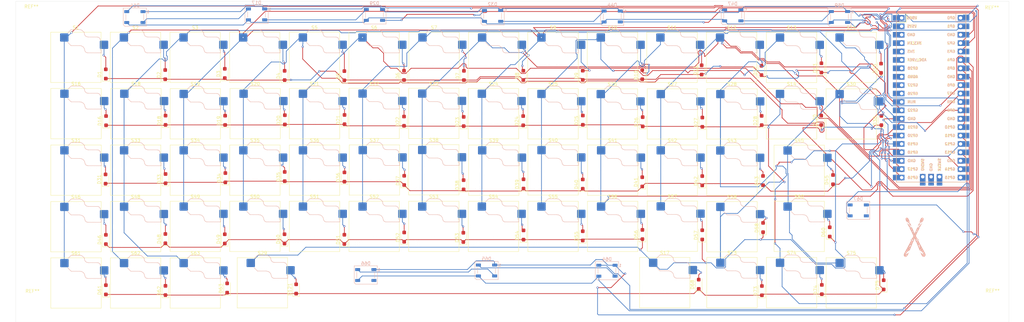
<source format=kicad_pcb>
(kicad_pcb (version 20241229) (generator "pcbnew") (generator_version "9.0")
  (layers (0 "F.Cu" signal) (2 "B.Cu" signal) (13 "F.Paste" user) (15 "B.Paste" user) (5 "F.SilkS" user "F.Silkscreen") (7 "B.SilkS" user "B.Silkscreen") (1 "F.Mask" user) (3 "B.Mask" user) (25 "Edge.Cuts" user))
  (net 0 "")
  (net 1 "row0")
  (net 2 "Net-(D1-A)")
  (net 3 "Net-(D2-A)")
  (net 4 "Net-(D3-A)")
  (net 5 "Net-(D4-A)")
  (net 6 "Net-(D5-A)")
  (net 7 "Net-(D6-A)")
  (net 8 "Net-(D7-A)")
  (net 9 "Net-(D8-A)")
  (net 10 "Net-(D9-A)")
  (net 11 "Net-(D10-A)")
  (net 12 "Net-(D11-A)")
  (net 13 "Net-(D12-A)")
  (net 14 "Net-(D13-A)")
  (net 15 "data in led")
  (net 16 "Net-(D14-DOUT)")
  (net 17 "gnd")
  (net 18 "5v")
  (net 19 "Net-(D15-A)")
  (net 20 "Net-(D16-A)")
  (net 21 "row1")
  (net 22 "Net-(D17-DOUT)")
  (net 23 "Net-(D18-A)")
  (net 24 "Net-(D19-A)")
  (net 25 "Net-(D20-A)")
  (net 26 "Net-(D21-A)")
  (net 27 "Net-(D22-A)")
  (net 28 "Net-(D23-A)")
  (net 29 "Net-(D24-A)")
  (net 30 "Net-(D25-A)")
  (net 31 "Net-(D26-A)")
  (net 32 "Net-(D27-A)")
  (net 33 "Net-(D28-A)")
  (net 34 "Net-(D29-DOUT)")
  (net 35 "Net-(D30-A)")
  (net 36 "Net-(D31-A)")
  (net 37 "row2")
  (net 38 "Net-(D32-DOUT)")
  (net 39 "Net-(D33-A)")
  (net 40 "Net-(D34-A)")
  (net 41 "Net-(D35-A)")
  (net 42 "Net-(D36-A)")
  (net 43 "Net-(D37-A)")
  (net 44 "Net-(D38-A)")
  (net 45 "Net-(D39-A)")
  (net 46 "Net-(D40-A)")
  (net 47 "Net-(D41-A)")
  (net 48 "Net-(D42-A)")
  (net 49 "Net-(D43-A)")
  (net 50 "Net-(D44-DOUT)")
  (net 51 "Net-(D45-A)")
  (net 52 "row3")
  (net 53 "Net-(D46-A)")
  (net 54 "Net-(D47-DOUT)")
  (net 55 "Net-(D48-A)")
  (net 56 "Net-(D49-A)")
  (net 57 "Net-(D50-A)")
  (net 58 "Net-(D51-A)")
  (net 59 "Net-(D52-A)")
  (net 60 "Net-(D53-A)")
  (net 61 "Net-(D54-A)")
  (net 62 "Net-(D55-A)")
  (net 63 "Net-(D56-A)")
  (net 64 "Net-(D57-A)")
  (net 65 "Net-(D58-A)")
  (net 66 "Net-(D59-DOUT)")
  (net 67 "Net-(D60-A)")
  (net 68 "row4")
  (net 69 "Net-(D61-A)")
  (net 70 "Net-(D62-A)")
  (net 71 "Net-(D63-A)")
  (net 72 "Net-(D64-DOUT)")
  (net 73 "Net-(D65-DOUT)")
  (net 74 "Net-(D66-DOUT)")
  (net 75 "Net-(D68-A)")
  (net 76 "Net-(D73-A)")
  (net 77 "Net-(D74-A)")
  (net 78 "Net-(D75-A)")
  (net 79 "col0")
  (net 80 "col1")
  (net 81 "col2")
  (net 82 "col3")
  (net 83 "col4")
  (net 84 "col5")
  (net 85 "col6")
  (net 86 "col7")
  (net 87 "col8")
  (net 88 "col9")
  (net 89 "col10")
  (net 90 "col11")
  (net 91 "col12")
  (net 92 "col14")
  (net 93 "col13")
  (net 114 "Net-(D120-A)")
  (net 115 "Net-(D121-A)")
  (footprint "PCM_Switch_Keyboard_Hotswap_Kailh:SW_Hotswap_Kailh_Choc_V1V2_1.00u" (layer "F.Cu") (at 182.5 60)
    (property "Reference" "S41")
    (property "Value" "l")
  )
  (footprint "Diode_SMD:D_SOD-123F" (layer "F.Cu") (at 263.4996 29.1846 90)
    (property "Reference" "D15")
    (property "Value" "Diode")
  )
  (footprint "Diode_SMD:D_SOD-123F" (layer "F.Cu") (at 29.4132 62.6872 90)
    (property "Reference" "D31")
    (property "Value" "Diode")
  )
  (footprint "Diode_SMD:D_SOD-123F" (layer "F.Cu") (at 208.4578 94.488 90)
    (property "Reference" "D68")
    (property "Value" "Diode")
  )
  (footprint "PCM_Switch_Keyboard_Hotswap_Kailh:SW_Hotswap_Kailh_Choc_V1V2_1.00u" (layer "F.Cu") (at 146.5 42.9)
    (property "Reference" "S24")
    (property "Value" "u")
  )
  (footprint "PCM_Switch_Keyboard_Hotswap_Kailh:SW_Hotswap_Kailh_Choc_V1V2_1.00u" (layer "F.Cu") (at 74.449 25.89)
    (property "Reference" "S4" (hide yes))
    (property "Value" "3")
  )
  (footprint "PCM_Switch_Keyboard_Hotswap_Kailh:SW_Hotswap_Kailh_Choc_V1V2_1.00u" (layer "F.Cu") (at 254.5 25.9)
    (property "Reference" "S15")
    (property "Value" "backspace")
  )
  (footprint "PCM_Switch_Keyboard_Hotswap_Kailh:SW_Hotswap_Kailh_Choc_V1V2_1.00u" (layer "F.Cu") (at 182.41 25.9)
    (property "Reference" "S10")
    (property "Value" "9")
  )
  (footprint "Diode_SMD:D_SOD-123F" (layer "F.Cu") (at 227.4062 29.845 90)
    (property "Reference" "D12")
    (property "Value" "Diode")
  )
  (footprint "PCM_Switch_Keyboard_Hotswap_Kailh:SW_Hotswap_Kailh_Choc_V1V2_1.00u" (layer "F.Cu") (at 110.5 77)
    (property "Reference" "S52")
    (property "Value" "v")
  )
  (footprint "Diode_SMD:D_SOD-123F" (layer "F.Cu") (at 137.5918 31.369 90)
    (property "Reference" "D7")
    (property "Value" "Diode")
  )
  (footprint "PCM_Switch_Keyboard_Hotswap_Kailh:SW_Hotswap_Kailh_Choc_V1V2_1.00u" (layer "F.Cu") (at 20.5 60)
    (property "Reference" "S31")
    (property "Value" "caps/layer")
  )
  (footprint "Diode_SMD:D_SOD-123F" (layer "F.Cu") (at 119.5578 63.0936 90)
    (property "Reference" "D37")
    (property "Value" "Diode")
  )
  (footprint "PCM_Switch_Keyboard_Hotswap_Kailh:SW_Hotswap_Kailh_Choc_V1V2_1.00u" (layer "F.Cu") (at 92.479 25.89)
    (property "Reference" "S5")
    (property "Value" "4")
  )
  (footprint "PCM_Switch_Keyboard_Hotswap_Kailh:SW_Hotswap_Kailh_Choc_V1V2_1.00u" (layer "F.Cu") (at 218.5 77.1)
    (property "Reference" "S58")
    (property "Value" "/")
  )
  (footprint "Diode_SMD:D_SOD-123F" (layer "F.Cu") (at 47.4218 31.115 90)
    (property "Reference" "D2")
    (property "Value" "Diode")
  )
  (footprint "Diode_SMD:D_SOD-123F" (layer "F.Cu") (at 101.4984 31.4452 90)
    (property "Reference" "D5")
    (property "Value" "Diode")
  )
  (footprint "PCM_Switch_Keyboard_Hotswap_Kailh:SW_Hotswap_Kailh_Choc_V1V2_1.00u" (layer "F.Cu") (at 182.49 77)
    (property "Reference" "S56")
    (property "Value" ",")
  )
  (footprint "PCM_Switch_Keyboard_Hotswap_Kailh:SW_Hotswap_Kailh_Choc_V1V2_1.00u" (layer "F.Cu") (at 56.5 42.95)
    (property "Reference" "S19")
    (property "Value" "w")
  )
  (footprint "Diode_SMD:D_SOD-123F" (layer "F.Cu") (at 66.1162 95.631 90)
    (property "Reference" "D63")
    (property "Value" "Diode")
  )
  (footprint "PCM_Switch_Keyboard_Hotswap_Kailh:SW_Hotswap_Kailh_Choc_V1V2_1.00u" (layer "F.Cu") (at 218.5 94)
    (property "Reference" "S73")
    (property "Value" "alt")
  )
  (footprint "PCM_Switch_Keyboard_Hotswap_Kailh:SW_Hotswap_Kailh_Choc_V1V2_1.00u" (layer "F.Cu") (at 110.5 42.85)
    (property "Reference" "S22")
    (property "Value" "t")
  )
  (footprint "PCM_Switch_Keyboard_Hotswap_Kailh:SW_Hotswap_Kailh_Choc_V1V2_1.25u" (layer "F.Cu") (at 238.8 60.05)
    (property "Reference" "S45")
    (property "Value" "enter")
  )
  (footprint "PCM_Switch_Keyboard_Hotswap_Kailh:SW_Hotswap_Kailh_Choc_V1V2_1.00u" (layer "F.Cu") (at 254.51 94.05)
    (property "Reference" "S75")
    (property "Value" "control")
  )
  (footprint "Diode_SMD:D_SOD-123F" (layer "F.Cu") (at 155.575 64.1604 90)
    (property "Reference" "D39")
    (property "Value" "Diode")
  )
  (footprint "PCM_Switch_Keyboard_Hotswap_Kailh:SW_Hotswap_Kailh_Choc_V1V2_1.00u" (layer "F.Cu") (at 56.5 60)
    (property "Reference" "S34")
    (property "Value" "s")
  )
  (footprint "Diode_SMD:D_SOD-123F" (layer "F.Cu") (at 119.507 45.1866 90)
    (property "Reference" "D22")
    (property "Value" "Diode")
  )
  (footprint "PCM_Switch_Keyboard_Hotswap_Kailh:SW_Hotswap_Kailh_Choc_V1V2_1.00u" (layer "F.Cu") (at 200.5 60)
    (property "Reference" "S42")
    (property "Value" ";")
  )
  (footprint "PCM_Switch_Keyboard_Hotswap_Kailh:SW_Hotswap_Kailh_Choc_V1V2_1.00u" (layer "F.Cu") (at 74.58 42.9)
    (property "Reference" "S20")
    (property "Value" "e")
  )
  (footprint "Diode_SMD:D_SOD-123F" (layer "F.Cu") (at 264.287 94.6658 90)
    (property "Reference" "D75")
    (property "Value" "Diode")
  )
  (footprint "Diode_SMD:D_SOD-123F" (layer "F.Cu") (at 101.5492 44.704 90)
    (property "Reference" "D21")
    (property "Value" "Diode")
  )
  (footprint "MountingHole:MountingHole_3.2mm_M3" (layer "F.Cu") (at 7.0358 14.7066)
    (property "Reference" "REF**")
    (property "Value" "MountingHole_3.2mm_M3")
  )
  (footprint "PCM_Switch_Keyboard_Hotswap_Kailh:SW_Hotswap_Kailh_Choc_V1V2_1.00u" (layer "F.Cu") (at 200.4 25.9)
    (property "Reference" "S11")
    (property "Value" "0")
  )
  (footprint "Diode_SMD:D_SOD-123F" (layer "F.Cu") (at 155.4734 45.0372 90)
    (property "Reference" "D24")
    (property "Value" "Diode")
  )
  (footprint "Diode_SMD:D_SOD-123F" (layer "F.Cu") (at 227.8634 63.1474 90)
    (property "Reference" "D43")
    (property "Value" "Diode")
  )
  (footprint "PCM_Switch_Keyboard_Hotswap_Kailh:SW_Hotswap_Kailh_Choc_V1V2_1.00u" (layer "F.Cu") (at 38.5 94.1)
    (property "Reference" "S62")
    (property "Value" "fn")
  )
  (footprint "Diode_SMD:D_SOD-123F" (layer "F.Cu") (at 248.9962 62.865 90)
    (property "Reference" "D45")
    (property "Value" "Diode")
  )
  (footprint "PCM_Switch_Keyboard_Hotswap_Kailh:SW_Hotswap_Kailh_Choc_V1V2_1.00u" (layer "F.Cu") (at 128.5 77)
    (property "Reference" "S53")
    (property "Value" "b")
  )
  (footprint "MountingHole:MountingHole_3.2mm_M3" (layer "F.Cu") (at 296.9768 14.986)
    (property "Reference" "REF**")
    (property "Value" "MountingHole_3.2mm_M3")
  )
  (footprint "Diode_SMD:D_SOD-123F" (layer "F.Cu") (at 155.5242 31.3436 90)
    (property "Reference" "D8")
    (property "Value" "Diode")
  )
  (footprint "Diode_SMD:D_SOD-123F" (layer "F.Cu") (at 209.3468 29.6956 90)
    (property "Reference" "D11")
    (property "Value" "Diode")
  )
  (footprint "Diode_SMD:D_SOD-123F" (layer "F.Cu") (at 191.4144 63.5254 90)
    (property "Reference" "D41")
    (property "Value" "Diode")
  )
  (footprint "PCM_Switch_Keyboard_Hotswap_Kailh:SW_Hotswap_Kailh_Choc_V1V2_1.00u" (layer "F.Cu") (at 20.48 77.1)
    (property "Reference" "S46")
    (property "Value" "shift")
  )
  (footprint "MountingHole:MountingHole_3.2mm_M3" (layer "F.Cu") (at 7.366 100.711)
    (property "Reference" "REF**")
    (property "Value" "MountingHole_3.2mm_M3")
  )
  (footprint "PCM_Switch_Keyboard_Hotswap_Kailh:SW_Hotswap_Kailh_Choc_V1V2_1.00u" (layer "F.Cu") (at 74.5 77)
    (property "Reference" "S50")
    (property "Value" "x")
  )
  (footprint "PCM_Switch_Keyboard_Hotswap_Kailh:SW_Hotswap_Kailh_Choc_V1V2_1.00u" (layer "F.Cu") (at 56.5 77)
    (property "Reference" "S49")
    (property "Value" "z")
  )
  (footprint "Diode_SMD:D_SOD-123F" (layer "F.Cu") (at 245.4402 44.9072 90)
    (property "Reference" "D120")
    (property "Value" "Diode")
  )
  (footprint "Diode_SMD:D_SOD-123F" (layer "F.Cu") (at 209.55 45.4914 90)
    (property "Reference" "D27")
    (property "Value" "Diode")
  )
  (footprint "Diode_SMD:D_SOD-123F" (layer "F.Cu") (at 65.5828 62.2808 90)
    (property "Reference" "D34")
    (property "Value" "Diode")
  )
  (footprint "Diode_SMD:D_SOD-123F" (layer "F.Cu") (at 263.6012 44.9834 90)
    (property "Reference" "D30")
    (property "Value" "Diode")
  )
  (footprint "Diode_SMD:D_SOD-123F" (layer "F.Cu") (at 191.5414 45.3644 90)
    (property "Reference" "D26")
    (property "Value" "Diode")
  )
  (footprint "Diode_SMD:D_SOD-123F" (layer "F.Cu") (at 29.5148 96.1644 90)
    (property "Reference" "D61")
    (property "Value" "Diode")
  )
  (footprint "Diode_SMD:D_SOD-123F" (layer "F.Cu") (at 173.4566 64.2112 90)
    (property "Reference" "D40")
    (property "Value" "Diode")
  )
  (footprint "PCM_Switch_Keyboard_Hotswap_Kailh:SW_Hotswap_Kailh_Choc_V1V2_1.00u" (layer "F.Cu") (at 128.5 59.9)
    (property "Reference" "S38")
    (property "Value" "h")
  )
  (footprint "Diode_SMD:D_SOD-123F" (layer "F.Cu") (at 119.507 31.3436 90)
    (property "Reference" "D6")
    (property "Value" "Diode")
  )
  (footprint "Diode_SMD:D_SOD-123F" (layer "F.Cu") (at 47.498 96.3676 90)
    (property "Reference" "D62")
    (property "Value" "Diode")
  )
  (footprint "Diode_SMD:D_SOD-123F" (layer "F.Cu") (at 101.5238 62.0776 90)
    (property "Reference" "D36")
    (property "Value" "Diode")
  )
  (footprint "PCM_Switch_Keyboard_Hotswap_Kailh:SW_Hotswap_Kailh_Choc_V1V2_1.00u" (layer "F.Cu") (at 218.49 60.05)
    (property "Reference" "S43")
    (property "Value" "'")
  )
  (footprint "PCM_Switch_Keyboard_Hotswap_Kailh:SW_Hotswap_Kailh_Choc_V1V2_1.00u" (layer "F.Cu") (at 110.479 25.89)
    (property "Reference" "S6")
    (property "Value" "5")
  )
  (footprint "Diode_SMD:D_SOD-123F" (layer "F.Cu") (at 83.5406 44.7802 90)
    (property "Reference" "D20")
    (property "Value" "Diode")
  )
  (footprint "Diode_SMD:D_SOD-123F" (layer "F.Cu") (at 155.575 79.6036 90)
    (property "Reference" "D54")
    (property "Value" "Diode")
  )
  (footprint "PCM_Switch_Keyboard_Hotswap_Kailh:SW_Hotswap_Kailh_Choc_V1V2_1.00u" (layer "F.Cu") (at 236.5 25.91)
    (property "Reference" "S13")
    (property "Value" "=")
  )
  (footprint "Diode_SMD:D_SOD-123F" (layer "F.Cu") (at 47.5234 62.5602 90)
    (property "Reference" "D33")
    (property "Value" "Diode")
  )
  (footprint "PCM_Switch_Keyboard_Hotswap_Kailh:SW_Hotswap_Kailh_Choc_V1V2_1.00u" (layer "F.Cu") (at 200.5 76.95)
    (property "Reference" "S57")
    (property "Value" ".")
  )
  (footprint "PCM_Switch_Keyboard_Hotswap_Kailh:SW_Hotswap_Kailh_Choc_V1V2_1.00u" (layer "F.Cu") (at 20.5 94.1)
    (property "Reference" "S61")
    (property "Value" "control")
  )
  (footprint "PCM_Switch_Keyboard_Hotswap_Kailh:SW_Hotswap_Kailh_Choc_V1V2_1.00u" (layer "F.Cu") (at 182.4 43)
    (property "Reference" "S26")
    (property "Value" "o")
  )
  (footprint "PCM_Switch_Keyboard_Hotswap_Kailh:SW_Hotswap_Kailh_Choc_V1V2_1.00u" (layer "F.Cu") (at 128.5 42.85)
    (property "Reference" "S23")
    (property "Value" "y")
  )
  (footprint "PCM_Switch_Keyboard_Hotswap_Kailh:SW_Hotswap_Kailh_Choc_V1V2_1.00u" (layer "F.Cu") (at 164.51 59.95)
    (property "Reference" "S40")
    (property "Value" "k")
  )
  (footprint "Diode_SMD:D_SOD-123F" (layer "F.Cu") (at 173.4566 79.8576 90)
    (property "Reference" "D55")
    (property "Value" "Diode")
  )
  (footprint "PCM_Switch_Keyboard_Hotswap_Kailh:SW_Hotswap_Kailh_Choc_V1V2_1.00u" (layer "F.Cu") (at 92.5 77)
    (property "Reference" "S51")
    (property "Value" "c")
  )
  (footprint "Diode_SMD:D_SOD-123F" (layer "F.Cu") (at 227.457 44.9834 90)
    (property "Reference" "D28")
    (property "Value" "Diode")
  )
  (footprint "PCM_Switch_Keyboard_Hotswap_Kailh:SW_Hotswap_Kailh_Choc_V1V2_1.25u" (layer "F.Cu") (at 238.8 77)
    (property "Reference" "S60")
    (property "Value" "shift")
  )
  (footprint "Diode_SMD:D_SOD-123F" (layer "F.Cu") (at 83.439 80.772 90)
    (property "Reference" "D50")
    (property "Value" "Diode")
  )
  (footprint "Diode_SMD:D_SOD-123F" (layer "F.Cu") (at 83.4898 61.9252 90)
    (property "Reference" "D35")
    (property "Value" "Diode")
  )
  (footprint "PCM_Switch_Keyboard_Hotswap_Kailh:SW_Hotswap_Kailh_Choc_V1V2_1.00u" (layer "F.Cu") (at 56.5 94.1)
    (property "Reference" "S63")
    (property "Value" "alt")
  )
  (footprint "Diode_SMD:D_SOD-123F" (layer "F.Cu") (at 29.4894 30.9118 90)
    (property "Reference" "D1")
    (property "Value" "Diode")
  )
  (footprint "Diode_SMD:D_SOD-123F" (layer "F.Cu") (at 47.5234 44.9102 90)
    (property "Reference" "D18")
    (property "Value" "Diode")
  )
  (footprint "Diode_SMD:D_SOD-123F" (layer "F.Cu") (at 245.618 96.0882 90)
    (property "Reference" "D74")
    (property "Value" "Diode")
  )
  (footprint "Diode_SMD:D_SOD-123F" (layer "F.Cu") (at 65.405 30.7594 90)
    (property "Reference" "D3")
    (property "Value" "Diode")
  )
  (footprint "PCM_Switch_Keyboard_Hotswap_Kailh:SW_Hotswap_Kailh_Choc_V1V2_1.00u" (layer "F.Cu") (at 38.58 42.9)
    (property "Reference" "S18")
    (property "Value" "q")
  )
  (footprint "Diode_SMD:D_SOD-123F" (layer "F.Cu") (at 245.491 29.086 90)
    (property "Reference" "D13")
    (property "Value" "Diode")
  )
  (footprint "Diode_SMD:D_SOD-123F" (layer "F.Cu") (at 137.4902 64.4144 90)
    (property "Reference" "D38")
    (property "Value" "Diode")
  )
  (footprint "PCM_Switch_Keyboard_Hotswap_Kailh:SW_Hotswap_Kailh_Choc_V1V2_1.00u" (layer "F.Cu") (at 218.5 43)
    (property "Reference" "S28")
    (property "Value" "[")
  )
  (footprint "Diode_SMD:D_SOD-123F" (layer "F.Cu") (at 83.4644 31.369 90)
    (property "Reference" "D4")
    (property "Value" "Diode")
  )
  (footprint "PCM_Switch_Keyboard_Hotswap_Kailh:SW_Hotswap_Kailh_Choc_V1V2_1.00u" (layer "F.Cu") (at 110.55 59.95)
    (property "Reference" "S37")
    (property "Value" "g")
  )
  (footprint "Diode_SMD:D_SOD-123F" (layer "F.Cu") (at 173.482 44.8818 90)
    (property "Reference" "D25")
    (property "Value" "Diode")
  )
  (footprint "Diode_SMD:D_SOD-123F" (layer "F.Cu") (at 227.8888 77.343 90)
    (property "Reference" "D58")
    (property "Value" "Diode")
  )
  (footprint "Diode_SMD:D_SOD-123F" (layer "F.Cu") (at 137.5156 45.2882 90)
    (property "Reference" "D23")
    (property "Value" "Diode")
  )
  (footprint "Diode_SMD:D_SOD-123F" (layer "F.Cu") (at 209.5246 79.5528 90)
    (property "Reference" "D57")
    (property "Value" "Diode")
  )
  (footprint "Diode_SMD:D_SOD-123F" (layer "F.Cu") (at 191.4652 79.4512 90)
    (property "Reference" "D56")
    (property "Value" "Diode")
  )
  (footprint "Diode_SMD:D_SOD-123F" (layer "F.Cu") (at 119.5578 80.2386 90)
    (property "Reference" "D52")
    (property "Value" "Diode")
  )
  (footprint "Diode_SMD:D_SOD-123F" (layer "F.Cu") (at 101.4984 80.9244 90)
    (property "Reference" "D51")
    (property "Value" "Diode")
  )
  (footprint "Diode_SMD:D_SOD-123F" (layer "F.Cu") (at 248.0056 78.6638 90)
    (property "Reference" "D60")
    (property "Value" "Diode")
  )
  (footprint "PCM_Switch_Keyboard_Hotswap_Kailh:SW_Hotswap_Kailh_Choc_V1V2_1.00u" (layer "F.Cu") (at 128.58 25.88)
    (property "Reference" "S7")
    (property "Value" "6")
  )
  (footprint "PCM_Switch_Keyboard_Hotswap_Kailh:SW_Hotswap_Kailh_Choc_V1V2_1.00u" (layer "F.Cu") (at 38.51 60)
    (property "Reference" "S33")
    (property "Value" "a")
  )
  (footprint "PCM_Switch_Keyboard_Hotswap_Kailh:SW_Hotswap_Kailh_Choc_V1V2_1.00u" (layer "F.Cu") (at 146.6 60)
    (property "Reference" "S39")
    (property "Value" "j")
  )
  (footprint "PCM_Switch_Keyboard_Hotswap_Kailh:SW_Hotswap_Kailh_Choc_V1V2_1.25u" (layer "F.Cu") (at 198.20625 94)
    (property "Reference" "S17")
    (property "Value" "space2")
  )
  (footprint "PCM_Switch_Keyboard_Hotswap_Kailh:SW_Hotswap_Kailh_Choc_V1V2_1.00u" (layer "F.Cu") (at 20.449 25.89)
    (property "Reference" "S1")
    (property "Value" "esc")
  )
  (footprint "PCM_Switch_Keyboard_Hotswap_Kailh:SW_Hotswap_Kailh_Choc_V1V2_1.00u" (layer "F.Cu") (at 254.5 43)
    (property "Reference" "S30")
    (property "Value" "\\")
  )
  (footprint "PCM_Switch_Keyboard_Hotswap_Kailh:SW_Hotswap_Kailh_Choc_V1V2_1.00u" (layer "F.Cu") (at 146.5 77)
    (property "Reference" "S54")
    (property "Value" "n")
  )
  (footprint "PCM_Switch_Keyboard_Hotswap_Kailh:SW_Hotswap_Kailh_Choc_V1V2_1.00u" (layer "F.Cu") (at 236.5 42.95)
    (property "Reference" "S14")
    (property "Value" "]")
  )
  (footprint "Diode_SMD:D_SOD-123F" (layer "F.Cu") (at 137.414 80.3148 90)
    (property "Reference" "D53")
    (property "Value" "Diode")
  )
  (footprint "PCM_Switch_Keyboard_Hotswap_Kailh:SW_Hotswap_Kailh_Choc_V1V2_1.25u" (layer "F.Cu") (at 76.74375 94.05)
    (property "Reference" "S29")
    (property "Value" "space1")
  )
  (footprint "Diode_SMD:D_SOD-123F" (layer "F.Cu") (at 209.5246 63.1952 90)
    (property "Reference" "D42")
    (property "Value" "Diode")
  )
  (footprint "Diode_SMD:D_SOD-123F" (layer "F.Cu") (at 173.4566 31.3182 90)
    (property "Reference" "D9")
    (property "Value" "Diode")
  )
  (footprint "Diode_SMD:D_SOD-123F" (layer "F.Cu") (at 191.4144 31.115 90)
    (property "Reference" "D10")
    (property "Value" "Diode")
  )
  (footprint "Diode_SMD:D_SOD-123F" (layer "F.Cu") (at 227.5332 96.4184 90)
    (property "Reference" "D73")
    (property "Value" "Diode")
  )
  (footprint "PCM_Switch_Keyboard_Hotswap_Kailh:SW_Hotswap_Kailh_Choc_V1V2_1.00u" (layer "F.Cu") (at 164.5 42.95)
    (property "Reference" "S25")
    (property "Value" "i")
  )
  (footprint "PCM_Switch_Keyboard_Hotswap_Kailh:SW_Hotswap_Kailh_Choc_V1V2_1.00u" (layer "F.Cu") (at 146.579 25.89)
    (property "Reference" "S8" (hide yes))
    (property "Value" "7")
  )
  (footprint "Diode_SMD:D_SOD-123F" (layer "F.Cu") (at 29.5148 80.9498 90)
    (property "Reference" "D46")
    (property "Value" "Diode")
  )
  (footprint "PCM_Switch_Keyboard_Hotswap_Kailh:SW_Hotswap_Kailh_Choc_V1V2_1.00u" (layer "F.Cu") (at 20.5 42.9)
    (property "Reference" "S16")
    (property "Value" "tab")
  )
  (footprint "PCM_Switch_Keyboard_Hotswap_Kailh:SW_Hotswap_Kailh_Choc_V1V2_1.00u" (layer "F.Cu") (at 38.51 77.05)
    (property "Reference" "S48")
    (property "Value" "\\")
  )
  (footprint "Diode_SMD:D_SOD-123F" (layer "F.Cu") (at 65.405 80.772 90)
    (property "Reference" "D49")
    (property "Value" "Diode")
  )
  (footprint "PCM_Switch_Keyboard_Hotswap_Kailh:SW_Hotswap_Kailh_Choc_V1V2_1.00u" (layer "F.Cu") (at 56.459 25.89)
    (property "Reference" "S3")
    (property "Value" "2")
  )
  (footprint "Diode_SMD:D_SOD-123F" (layer "F.Cu") (at 86.9442 95.9104 90)
    (property "Reference" "D121")
    (property "Value" "Diode")
  )
  (footprint "PCM_Switch_Keyboard_Hotswap_Kailh:SW_Hotswap_Kailh_Choc_V1V2_1.00u" (layer "F.Cu") (at 218.4 25.9)
    (property "Reference" "S12")
    (property "Value" "-")
  )
  (footprint "PCM_Switch_Keyboard_Hotswap_Kailh:SW_Hotswap_Kailh_Choc_V1V2_1.00u" (layer "F.Cu") (at 38.449 25.89)
    (property "Reference" "S2")
    (property "Value" "1")
  )
  (footprint "Diode_SMD:D_SOD-123F" (layer "F.Cu") (at 29.5656 45.0342 90)
    (property "Reference" "D16")
    (property "Value" "Diode")
  )
  (footprint "PCM_Switch_Keyboard_Hotswap_Kailh:SW_Hotswap_Kailh_Choc_V1V2_1.00u" (layer "F.Cu") (at 92.5 42.9)
    (property "Reference" "S21")
    (property "Value" "r")
  )
  (footprint "PCM_Switch_Keyboard_Hotswap_Kailh:SW_Hotswap_Kailh_Choc_V1V2_1.00u" (layer "F.Cu") (at 200.5 43)
    (property "Reference" "S27")
    (property "Value" "p")
  )
  (footprint "PCM_Switch_Keyboard_Hotswap_Kailh:SW_Hotswap_Kailh_Choc_V1V2_1.00u" (layer "F.Cu") (at 74.5 60)
    (property "Reference" "S35")
    (property "Value" "d")
  )
  (footprint "PCM_Switch_Keyboard_Hotswap_Kailh:SW_Hotswap_Kailh_Choc_V1V2_1.00u" (layer "F.Cu") (at 236.51 94)
    (property "Reference" "S74")
    (property "Value" "window")
  )
  (footprint "Diode_SMD:D_SOD-123F" (layer "F.Cu") (at 47.4726 80.6958 90)
    (property "Reference" "D48")
    (property "Value" "Diode")
  )
  (footprint "PCM_Switch_Keyboard_Hotswap_Kailh:SW_Hotswap_Kailh_Choc_V1V2_1.00u" (layer "F.Cu") (at 92.5 60)
    (property "Reference" "S36")
    (property "Value" "f")
  )
  (footprint "PCM_Switch_Keyboard_Hotswap_Kailh:SW_Hotswap_Kailh_Choc_V1V2_1.00u" (layer "F.Cu") (at 164.479 25.9)
    (property "Reference" "S9")
    (property "Value" "8")
  )
  (footprint "Diode_SMD:D_SOD-123F" (layer "F.Cu") (at 65.5066 44.9326 90)
    (property "Reference" "D19")
    (property "Value" "Diode")
  )
  (footprint "PCM_Switch_Keyboard_Hotswap_Kailh:SW_Hotswap_Kailh_Choc_V1V2_1.00u" (layer "F.Cu") (at 164.5 77)
    (property "Reference" "S55")
    (property "Value" "m")
  )
  (footprint "MountingHole:MountingHole_3.2mm_M3" (layer "F.Cu") (at 297.18 100.6094)
    (property "Reference" "REF**")
    (property "Value" "MountingHole_3.2mm_M3")
  )
  (footprint "LED_SMD:LED_WS2812B_PLCC4_5.0x5.0mm_P3.2mm" (layer "B.Cu") (at 38.2662 13.717 180)
    (property "Reference" "D14")
    (property "Value" "WS2812B")
  )
  (footprint "LED_SMD:LED_WS2812B_PLCC4_5.0x5.0mm_P3.2mm" (layer "B.Cu") (at 74.9946 12.9022 180)
    (property "Reference" "D17")
    (property "Value" "WS2812B")
  )
  (footprint "LED_SMD:LED_WS2812B_PLCC4_5.0x5.0mm_P3.2mm" (layer "B.Cu") (at 110.58 13.0546 180)
    (property "Reference" "D29")
    (property "Value" "WS2812B")
  )
  (footprint "LED_SMD:LED_WS2812B_PLCC4_5.0x5.0mm_P3.2mm" (layer "B.Cu") (at 182.335 13.5392 180)
    (property "Reference" "D44")
    (property "Value" "WS2812B")
  )
  (footprint "logo:skilogo" (layer "B.Cu") (at 273.6596 80.1878 180)
    (property "Reference" "G***" (hide yes))
    (property "Value" "LOGO" (hide yes))
  )
  (footprint "LED_SMD:LED_WS2812B_PLCC4_5.0x5.0mm_P3.2mm" (layer "B.Cu") (at 218.7332 13.207 180)
    (property "Reference" "D47")
    (property "Value" "WS2812B")
  )
  (footprint "LED_SMD:LED_WS2812B_PLCC4_5.0x5.0mm_P3.2mm" (layer "B.Cu") (at 180.7602 90.3976 180)
    (property "Reference" "D64")
    (property "Value" "WS2812B")
  )
  (footprint "LED_SMD:LED_WS2812B_PLCC4_5.0x5.0mm_P3.2mm" (layer "B.Cu") (at 250.9404 13.6896 180)
    (property "Reference" "D59")
    (property "Value" "WS2812B")
  )
  (footprint "ScottoKeebs_MCU:Raspberry_Pi_Pico" (layer "B.Cu") (at 278.60625 38.1 180)
    (property "Reference" "U1" (hide yes))
    (property "Value" "Raspberry_Pi_Pico" (hide yes))
  )
  (footprint "LED_SMD:LED_WS2812B_PLCC4_5.0x5.0mm_P3.2mm" (layer "B.Cu") (at 146.2416 13.3594 180)
    (property "Reference" "D32")
    (property "Value" "WS2812B")
  )
  (footprint "LED_SMD:LED_WS2812B_PLCC4_5.0x5.0mm_P3.2mm" (layer "B.Cu") (at 256.6046 72.1604 180)
    (property "Reference" "D67")
    (property "Value" "WS2812B")
  )
  (footprint "LED_SMD:LED_WS2812B_PLCC4_5.0x5.0mm_P3.2mm" (layer "B.Cu") (at 144.4128 90.3234 180)
    (property "Reference" "D65")
    (property "Value" "WS2812B")
  )
  (footprint "LED_SMD:LED_WS2812B_PLCC4_5.0x5.0mm_P3.2mm" (layer "B.Cu") (at 107.9638 91.695 180)
    (property "Reference" "D66")
    (property "Value" "WS2812B")
  )
  (gr_rect (start 2.3368 8.9154) (end 302.1076 105.918) (stroke (width 0.05)) (fill no) (layer "Edge.Cuts"))
  (segment (start 244.85 29.845) (end 237.998 29.845) (width 0.2) (layer "F.Cu") (net 1))
  (segment (start 191.4144 32.515) (end 173.6598 32.515) (width 0.2) (layer "F.Cu") (net 1))
  (segment (start 256.990861 27.895539) (end 254.762 30.1244) (width 0.2) (layer "F.Cu") (net 1))
  (segment (start 47.2918 32.515) (end 47.0886 32.3118) (width 0.2) (layer "F.Cu") (net 1))
  (segment (start 210.5914 30.8356) (end 209.6068 30.8356) (width 0.2) (layer "F.Cu") (net 1))
  (segment (start 173.6598 32.515) (end 173.4566 32.7182) (width 0.2) (layer "F.Cu") (net 1))
  (segment (start 209.3468 31.0956) (end 196.98216 31.0956) (width 0.2) (layer "F.Cu") (net 1))
  (segment (start 65.0494 32.515) (end 47.4218 32.515) (width 0.2) (layer "F.Cu") (net 1))
  (segment (start 142.50808 31.73868) (end 141.47776 32.769) (width 0.2) (layer "F.Cu") (net 1))
  (segment (start 265.5062 51.3334) (end 265.5062 52.5272) (width 0.2) (layer "F.Cu") (net 1))
  (segment (start 269.71625 62.23) (end 265.916248 58.429998) (width 0.2) (layer "F.Cu") (net 1))
  (segment (start 265.916248 55.392219) (end 265.627806 55.103777) (width 0.2) (layer "F.Cu") (net 1))
  (segment (start 247.4722 30.5562) (end 247.402 30.486) (width 0.2) (layer "F.Cu") (net 1))
  (segment (start 155.5242 32.7436) (end 154.51928 31.73868) (width 0.2) (layer "F.Cu") (net 1))
  (segment (start 137.4932 32.7436) (end 119.507 32.7436) (width 0.2) (layer "F.Cu") (net 1))
  (segment (start 196.98216 31.0956) (end 195.56276 32.515) (width 0.2) (layer "F.Cu") (net 1))
  (segment (start 47.0886 32.3118) (end 29.4894 32.3118) (width 0.2) (layer "F.Cu") (net 1))
  (segment (start 227.4062 31.245) (end 224.9372 28.776) (width 0.2) (layer "F.Cu") (net 1))
  (segment (start 83.4644 32.769) (end 66.0146 32.769) (width 0.2) (layer "F.Cu") (net 1))
  (segment (start 65.405 32.1594) (end 65.0494 32.515) (width 0.2) (layer "F.Cu") (net 1))
  (segment (start 229.0572 31.6738) (end 227.835 31.6738) (width 0.2) (layer "F.Cu") (net 1))
  (segment (start 101.4984 32.8452) (end 98.7268 30.0736) (width 0.2) (layer "F.Cu") (net 1))
  (segment (start 263.4996 31.5214) (end 263.7028 31.7246) (width 0.2) (layer "F.Cu") (net 1))
  (segment (start 263.4996 30.5846) (end 263.4996 31.5214) (width 0.2) (layer "F.Cu") (net 1))
  (segment (start 263.4996 30.5846) (end 260.810539 27.895539) (width 0.2) (layer "F.Cu") (net 1))
  (segment (start 47.4218 32.515) (end 47.2918 32.515) (width 0.2) (layer "F.Cu") (net 1))
  (segment (start 260.810539 27.895539) (end 256.990861 27.895539) (width 0.2) (layer "F.Cu") (net 1))
  (segment (start 247.402 30.486) (end 245.491 30.486) (width 0.2) (layer "F.Cu") (net 1))
  (segment (start 66.0146 32.769) (end 65.405 32.1594) (width 0.2) (layer "F.Cu") (net 1))
  (segment (start 265.5062 52.5272) (end 265.9126 52.9336) (width 0.2) (layer "F.Cu") (net 1))
  (segment (start 173.4566 32.7182) (end 172.971 32.2326) (width 0.2) (layer "F.Cu") (net 1))
  (segment (start 98.7268 30.0736) (end 93.9546 30.0736) (width 0.2) (layer "F.Cu") (net 1))
  (segment (start 83.5182 32.7152) (end 83.4644 32.769) (width 0.2) (layer "F.Cu") (net 1))
  (segment (start 137.5918 32.769) (end 137.5186 32.769) (width 0.2) (layer "F.Cu") (net 1))
  (segment (start 154.51928 31.73868) (end 142.50808 31.73868) (width 0.2) (layer "F.Cu") (net 1))
  (segment (start 101.6 32.7436) (end 101.4984 32.8452) (width 0.2) (layer "F.Cu") (net 1))
  (segment (start 224.9372 28.776) (end 215.1612 28.776) (width 0.2) (layer "F.Cu") (net 1))
  (segment (start 227.835 31.6738) (end 227.4062 31.245) (width 0.2) (layer "F.Cu") (net 1))
  (segment (start 245.491 30.486) (end 244.85 29.845) (width 0.2) (layer "F.Cu") (net 1))
  (segment (start 215.1612 28.776) (end 214.9602 28.575) (width 0.2) (layer "F.Cu") (net 1))
  (segment (start 209.6068 30.8356) (end 209.3468 31.0956) (width 0.2) (layer "F.Cu") (net 1))
  (segment (start 137.5186 32.769) (end 137.4932 32.7436) (width 0.2) (layer "F.Cu") (net 1))
  (segment (start 119.507 32.7436) (end 101.6 32.7436) (width 0.2) (layer "F.Cu") (net 1))
  (segment (start 195.56276 32.515) (end 191.4144 32.515) (width 0.2) (layer "F.Cu") (net 1))
  (segment (start 172.971 32.2326) (end 156.0352 32.2326) (width 0.2) (layer "F.Cu") (net 1))
  (segment (start 265.916248 58.429998) (end 265.916248 55.392219) (width 0.2) (layer "F.Cu") (net 1))
  (segment (start 141.47776 32.769) (end 137.5918 32.769) (width 0.2) (layer "F.Cu") (net 1))
  (segment (start 85.344 32.7152) (end 83.5182 32.7152) (width 0.2) (layer "F.Cu") (net 1))
  (segment (start 156.0352 32.2326) (end 155.5242 32.7436) (width 0.2) (layer "F.Cu") (net 1))
  (via (at 247.4722 30.5562) (size 0.6) (drill 0.3) (layers "F.Cu" "B.Cu") (net 1))
  (via (at 93.9546 30.0736) (size 0.6) (drill 0.3) (layers "F.Cu" "B.Cu") (net 1))
  (via (at 214.9602 28.575) (size 0.6) (drill 0.3) (layers "F.Cu" "B.Cu") (net 1))
  (via (at 229.0572 31.6738) (size 0.6) (drill 0.3) (layers "F.Cu" "B.Cu") (net 1))
  (via (at 210.5914 30.8356) (size 0.6) (drill 0.3) (layers "F.Cu" "B.Cu") (net 1))
  (via (at 254.762 30.1244) (size 0.6) (drill 0.3) (layers "F.Cu" "B.Cu") (net 1))
  (via (at 237.998 29.845) (size 0.6) (drill 0.3) (layers "F.Cu" "B.Cu") (net 1))
  (via (at 265.5062 51.3334) (size 0.6) (drill 0.3) (layers "F.Cu" "B.Cu") (net 1))
  (via (at 263.7028 31.7246) (size 0.6) (drill 0.3) (layers "F.Cu" "B.Cu") (net 1))
  (via (at 85.344 32.7152) (size 0.6) (drill 0.3) (layers "F.Cu" "B.Cu") (net 1))
  (via (at 265.627806 55.103777) (size 0.6) (drill 0.3) (layers "F.Cu" "B.Cu") (net 1))
  (via (at 265.9126 52.9336) (size 0.6) (drill 0.3) (layers "F.Cu" "B.Cu") (net 1))
  (segment (start 254.762 30.1244) (end 254.5366 29.899) (width 0.2) (layer "B.Cu") (net 1))
  (segment (start 251.0876 39.476657) (end 251.0876 43.654878) (width 0.2) (layer "B.Cu") (net 1))
  (segment (start 251.439657 39.1246) (end 251.0876 39.476657) (width 0.2) (layer "B.Cu") (net 1))
  (segment (start 265.749023 55.103777) (end 265.627806 55.103777) (width 0.2) (layer "B.Cu") (net 1))
  (segment (start 229.5944 32.211) (end 229.0572 31.6738) (width 0.2) (layer "B.Cu") (net 1))
  (segment (start 260.0488 45.876) (end 261.6558 47.483) (width 0.2) (layer "B.Cu") (net 1))
  (segment (start 248.1294 29.899) (end 247.4722 30.5562) (width 0.2) (layer "B.Cu") (net 1))
  (segment (start 255.910057 39.1246) (end 251.439657 39.1246) (width 0.2) (layer "B.Cu") (net 1))
  (segment (start 263.819639 47.483) (end 264.2004 47.863761) (width 0.2) (layer "B.Cu") (net 1))
  (segment (start 238.172 32.211) (end 229.5944 32.211) (width 0.2) (layer "B.Cu") (net 1))
  (segment (start 254.5366 29.899) (end 248.1294 29.899) (width 0.2) (layer "B.Cu") (net 1))
  (segment (start 261.6558 47.483) (end 263.819639 47.483) (width 0.2) (layer "B.Cu") (net 1))
  (segment (start 91.313 32.7152) (end 85.344 32.7152) (width 0.2) (layer "B.Cu") (net 1))
  (segment (start 238.6076 30.4546) (end 238.6076 31.7754) (width 0.2) (layer "B.Cu") (net 1))
  (segment (start 237.998 29.845) (end 238.6076 30.4546) (width 0.2) (layer "B.Cu") (net 1))
  (segment (start 214.9602 28.575) (end 212.852 28.575) (width 0.2) (layer "B.Cu") (net 1))
  (segment (start 253.308722 45.876) (end 260.0488 45.876) (width 0.2) (layer "B.Cu") (net 1))
  (segment (start 263.7028 31.7246) (end 263.310057 31.7246) (width 0.2) (layer "B.Cu") (net 1))
  (segment (start 263.310057 31.7246) (end 255.910057 39.1246) (width 0.2) (layer "B.Cu") (net 1))
  (segment (start 265.9126 52.9336) (end 265.9126 54.9402) (width 0.2) (layer "B.Cu") (net 1))
  (segment (start 251.0876 43.654878) (end 253.308722 45.876) (width 0.2) (layer "B.Cu") (net 1))
  (segment (start 93.9546 30.0736) (end 91.313 32.7152) (width 0.2) (layer "B.Cu") (net 1))
  (segment (start 264.2004 50.0276) (end 265.5062 51.3334) (width 0.2) (layer "B.Cu") (net 1))
  (segment (start 238.6076 31.7754) (end 238.172 32.211) (width 0.2) (layer "B.Cu") (net 1))
  (segment (start 264.2004 47.863761) (end 264.2004 50.0276) (width 0.2) (layer "B.Cu") (net 1))
  (segment (start 265.9126 54.9402) (end 265.749023 55.103777) (width 0.2) (layer "B.Cu") (net 1))
  (segment (start 212.852 28.575) (end 210.5914 30.8356) (width 0.2) (layer "B.Cu") (net 1))
  (segment (start 29.4894 29.5118) (end 29.4894 25.908) (width 0.2) (layer "F.Cu") (net 2))
  (segment (start 29.4894 25.908) (end 28.829 25.2476) (width 0.2) (layer "F.Cu") (net 2))
  (via (at 28.829 25.2476) (size 0.6) (drill 0.3) (layers "F.Cu" "B.Cu") (net 2))
  (segment (start 28.949 25.1276) (end 28.949 22.09) (width 0.2) (layer "B.Cu") (net 2))
  (segment (start 28.829 25.2476) (end 28.949 25.1276) (width 0.2) (layer "B.Cu") (net 2))
  (segment (start 47.3964 26.3144) (end 47.4218 26.3398) (width 0.2) (layer "F.Cu") (net 3))
  (segment (start 47.4218 26.3398) (end 47.4218 29.715) (width 0.2) (layer "F.Cu") (net 3))
  (via (at 47.3964 26.3144) (size 0.6) (drill 0.3) (layers "F.Cu" "B.Cu") (net 3))
  (segment (start 46.949 25.867) (end 47.3964 26.3144) (width 0.2) (layer "B.Cu") (net 3))
  (segment (start 46.949 22.09) (end 46.949 25.867) (width 0.2) (layer "B.Cu") (net 3))
  (segment (start 65.405 24.4094) (end 65.151 24.1554) (width 0.2) (layer "F.Cu") (net 4))
  (segment (start 65.405 29.3594) (end 65.405 24.4094) (width 0.2) (layer "F.Cu") (net 4))
  (via (at 65.151 24.1554) (size 0.6) (drill 0.3) (layers "F.Cu" "B.Cu") (net 4))
  (segment (start 64.959 23.9634) (end 64.959 22.09) (width 0.2) (layer "B.Cu") (net 4))
  (segment (start 65.151 24.1554) (end 64.959 23.9634) (width 0.2) (layer "B.Cu") (net 4))
  (segment (start 83.4644 27.559) (end 83.4644 29.969) (width 0.2) (layer "F.Cu") (net 5))
  (segment (start 83.1342 27.2288) (end 83.4644 27.559) (width 0.2) (layer "F.Cu") (net 5))
  (via (at 83.1342 27.2288) (size 0.6) (drill 0.3) (layers "F.Cu" "B.Cu") (net 5))
  (segment (start 82.949 27.0436) (end 83.1342 27.2288) (width 0.2) (layer "B.Cu") (net 5))
  (segment (start 82.949 22.09) (end 82.949 27.0436) (width 0.2) (layer "B.Cu") (net 5))
  (segment (start 101.4984 30.0452) (end 101.4984 24.8666) (width 0.2) (layer "F.Cu") (net 6))
  (segment (start 101.4984 24.8666) (end 100.8888 24.257) (width 0.2) (layer "F.Cu") (net 6))
  (via (at 100.8888 24.257) (size 0.6) (drill 0.3) (layers "F.Cu" "B.Cu") (net 6))
  (segment (start 100.979 24.1668) (end 100.979 22.09) (width 0.2) (layer "B.Cu") (net 6))
  (segment (start 100.8888 24.257) (end 100.979 24.1668) (width 0.2) (layer "B.Cu") (net 6))
  (segment (start 119.3038 27.813) (end 119.3038 27.9908) (width 0.2) (layer "F.Cu") (net 7))
  (segment (start 119.3038 27.9908) (end 119.507 28.194) (width 0.2) (layer "F.Cu") (net 7))
  (segment (start 119.507 28.194) (end 119.507 29.9436) (width 0.2) (layer "F.Cu") (net 7))
  (via (at 119.3038 27.813) (size 0.6) (drill 0.3) (layers "F.Cu" "B.Cu") (net 7))
  (segment (start 118.979 22.09) (end 118.979 27.4882) (width 0.2) (layer "B.Cu") (net 7))
  (segment (start 118.979 27.4882) (end 119.3038 27.813) (width 0.2) (layer "B.Cu") (net 7))
  (segment (start 138.1252 25.0952) (end 137.1346 24.1046) (width 0.2) (layer "F.Cu") (net 8))
  (segment (start 137.5918 29.969) (end 137.5918 28.448) (width 0.2) (layer "F.Cu") (net 8))
  (segment (start 137.5918 28.448) (end 137.5664 28.4226) (width 0.2) (layer "F.Cu") (net 8))
  (segment (start 138.1252 25.9842) (end 138.1252 25.0952) (width 0.2) (layer "F.Cu") (net 8))
  (via (at 137.1346 24.1046) (size 0.6) (drill 0.3) (layers "F.Cu" "B.Cu") (net 8))
  (via (at 137.5664 28.4226) (size 0.6) (drill 0.3) (layers "F.Cu" "B.Cu") (net 8))
  (via (at 138.1252 25.9842) (size 0.6) (drill 0.3) (layers "F.Cu" "B.Cu") (net 8))
  (segment (start 137.1346 24.1046) (end 137.08 24.05) (width 0.2) (layer "B.Cu") (net 8))
  (segment (start 137.08 24.05) (end 137.08 22.08) (width 0.2) (layer "B.Cu") (net 8))
  (segment (start 137.5664 26.543) (end 138.1252 25.9842) (width 0.2) (layer "B.Cu") (net 8))
  (segment (start 137.5664 28.4226) (end 137.5664 26.543) (width 0.2) (layer "B.Cu") (net 8))
  (segment (start 155.2194 29.6388) (end 155.5242 29.9436) (width 0.2) (layer "F.Cu") (net 9))
  (segment (start 156.0068 24.1808) (end 157.099 25.273) (width 0.2) (layer "F.Cu") (net 9))
  (segment (start 156.0068 23.876) (end 156.0068 24.1808) (width 0.2) (layer "F.Cu") (net 9))
  (segment (start 155.2194 28.448) (end 155.2194 29.6388) (width 0.2) (layer "F.Cu") (net 9))
  (via (at 155.2194 28.448) (size 0.6) (drill 0.3) (layers "F.Cu" "B.Cu") (net 9))
  (via (at 157.099 25.273) (size 0.6) (drill 0.3) (layers "F.Cu" "B.Cu") (net 9))
  (via (at 156.0068 23.876) (size 0.6) (drill 0.3) (layers "F.Cu" "B.Cu") (net 9))
  (segment (start 155.2194 27.1526) (end 155.2194 28.448) (width 0.2) (layer "B.Cu") (net 9))
  (segment (start 157.099 25.273) (end 155.2194 27.1526) (width 0.2) (layer "B.Cu") (net 9))
  (segment (start 155.079 22.9482) (end 156.0068 23.876) (width 0.2) (layer "B.Cu") (net 9))
  (segment (start 155.079 22.09) (end 155.079 22.9482) (width 0.2) (layer "B.Cu") (net 9))
  (segment (start 175.4154 29.9182) (end 175.4886 29.845) (width 0.2) (layer "F.Cu") (net 10))
  (segment (start 173.4566 29.9182) (end 175.4154 29.9182) (width 0.2) (layer "F.Cu") (net 10))
  (via (at 175.4886 29.845) (size 0.6) (drill 0.3) (layers "F.Cu" "B.Cu") (net 10))
  (segment (start 172.979 27.3354) (end 172.979 22.1) (width 0.2) (layer "B.Cu") (net 10))
  (segment (start 175.4886 29.845) (end 172.979 27.3354) (width 0.2) (layer "B.Cu") (net 10))
  (segment (start 191.5658 27.9908) (end 191.389 27.814) (width 0.2) (layer "F.Cu") (net 11))
  (segment (start 192.8114 30.7848) (end 192.6082 30.5816) (width 0.2) (layer "F.Cu") (net 11))
  (segment (start 191.4144 30.3) (end 191.4144 29.715) (width 0.2) (layer "F.Cu") (net 11))
  (segment (start 191.696 30.5816) (end 191.4144 30.3) (width 0.2) (layer "F.Cu") (net 11))
  (segment (start 192.6082 30.5816) (end 191.696 30.5816) (width 0.2) (layer "F.Cu") (net 11))
  (segment (start 193.421 28.186) (end 193.2258 27.9908) (width 0.2) (layer "F.Cu") (net 11))
  (segment (start 193.2258 27.9908) (end 191.5658 27.9908) (width 0.2) (layer "F.Cu") (net 11))
  (via (at 193.421 28.186) (size 0.6) (drill 0.3) (layers "F.Cu" "B.Cu") (net 11))
  (via (at 192.8114 30.7848) (size 0.6) (drill 0.3) (layers "F.Cu" "B.Cu") (net 11))
  (via (at 191.389 27.814) (size 0.6) (drill 0.3) (layers "F.Cu" "B.Cu") (net 11))
  (segment (start 193.421 30.1752) (end 192.8114 30.7848) (width 0.2) (layer "B.Cu") (net 11))
  (segment (start 190.91 27.335) (end 191.389 27.814) (width 0.2) (layer "B.Cu") (net 11))
  (segment (start 190.91 22.1) (end 190.91 27.335) (width 0.2) (layer "B.Cu") (net 11))
  (segment (start 193.421 28.186) (end 193.421 30.1752) (width 0.2) (layer "B.Cu") (net 11))
  (segment (start 209.3468 28.2956) (end 209.3468 24.8666) (width 0.2) (layer "F.Cu") (net 12))
  (segment (start 209.3468 24.8666) (end 208.9658 24.4856) (width 0.2) (layer "F.Cu") (net 12))
  (via (at 208.9658 24.4856) (size 0.6) (drill 0.3) (layers "F.Cu" "B.Cu") (net 12))
  (segment (start 208.9 24.4198) (end 208.9 22.1) (width 0.2) (layer "B.Cu") (net 12))
  (segment (start 208.9658 24.4856) (end 208.9 24.4198) (width 0.2) (layer "B.Cu") (net 12))
  (segment (start 227.6348 28.2164) (end 227.4062 28.445) (width 0.2) (layer "F.Cu") (net 13))
  (segment (start 227.6348 27.305) (end 227.6348 28.2164) (width 0.2) (layer "F.Cu") (net 13))
  (via (at 227.6348 27.305) (size 0.6) (drill 0.3) (layers "F.Cu" "B.Cu") (net 13))
  (segment (start 226.9 26.5702) (end 227.6348 27.305) (width 0.2) (layer "B.Cu") (net 13))
  (segment (start 226.9 22.1) (end 226.9 26.5702) (width 0.2) (layer "B.Cu") (net 13))
  (segment (start 245.491 25.7048) (end 245.491 27.686) (width 0.2) (layer "F.Cu") (net 14))
  (segment (start 245.5418 25.654) (end 245.491 25.7048) (width 0.2) (layer "F.Cu") (net 14))
  (via (at 245.5418 25.654) (size 0.6) (drill 0.3) (layers "F.Cu" "B.Cu") (net 14))
  (segment (start 245 22.11) (end 245 25.1122) (width 0.2) (layer "B.Cu") (net 14))
  (segment (start 245 25.1122) (end 245.5418 25.654) (width 0.2) (layer "B.Cu") (net 14))
  (segment (start 215.471324 10.634) (end 213.481829 10.634) (width 0.2) (layer "F.Cu") (net 15))
  (segment (start 215.759325 10.922) (end 215.471324 10.634) (width 0.2) (layer "F.Cu") (net 15))
  (segment (start 265.6078 10.922) (end 215.759325 10.922) (width 0.2) (layer "F.Cu") (net 15))
  (segment (start 213.481829 10.634) (end 213.193829 10.922) (width 0.2) (layer "F.Cu") (net 15))
  (segment (start 213.193829 10.922) (end 139.9944 10.922) (width 0.2) (layer "F.Cu") (net 15))
  (segment (start 265.8364 11.1506) (end 265.6078 10.922) (width 0.2) (layer "F.Cu") (net 15))
  (segment (start 263.2964 14.8082) (end 264.7188 16.2306) (width 0.2) (layer "F.Cu") (net 15))
  (segment (start 265.3538 37.54755) (end 269.71625 41.91) (width 0.2) (layer "F.Cu") (net 15))
  (segment (start 265.3538 21.9202) (end 265.3538 37.54755) (width 0.2) (layer "F.Cu") (net 15))
  (segment (start 139.9944 10.922) (end 139.8016 11.1148) (width 0.2) (layer "F.Cu") (net 15))
  (segment (start 263.2964 12.9032) (end 263.2964 14.8082) (width 0.2) (layer "F.Cu") (net 15))
  (via (at 265.3538 21.9202) (size 0.6) (drill 0.3) (layers "F.Cu" "B.Cu") (net 15))
  (via (at 265.8364 11.1506) (size 0.6) (drill 0.3) (layers "F.Cu" "B.Cu") (net 15))
  (via (at 139.8016 11.1148) (size 0.6) (drill 0.3) (layers "F.Cu" "B.Cu") (net 15))
  (via (at 263.2964 12.9032) (size 0.6) (drill 0.3) (layers "F.Cu" "B.Cu") (net 15))
  (via (at 264.7188 16.2306) (size 0.6) (drill 0.3) (layers "F.Cu" "B.Cu") (net 15))
  (segment (start 264.0838 12.9032) (end 263.2964 12.9032) (width 0.2) (layer "B.Cu") (net 15))
  (segment (start 264.7188 21.2852) (end 265.3538 21.9202) (width 0.2) (layer "B.Cu") (net 15))
  (segment (start 107.100062 10.2934) (end 107.139863 10.2536) (width 0.2) (layer "B.Cu") (net 15))
  (segment (start 71.554463 10.1012) (end 76.859286 10.1012) (width 0.2) (layer "B.Cu") (net 15))
  (segment (start 71.362262 10.2934) (end 71.554463 10.1012) (width 0.2) (layer "B.Cu") (net 15))
  (segment (start 76.859286 10.1012) (end 77.051485 10.2934) (width 0.2) (layer "B.Cu") (net 15))
  (segment (start 264.7188 16.2306) (end 264.7188 21.2852) (width 0.2) (layer "B.Cu") (net 15))
  (segment (start 77.051485 10.2934) (end 107.100062 10.2934) (width 0.2) (layer "B.Cu") (net 15))
  (segment (start 265.8364 11.1506) (end 264.0838 12.9032) (width 0.2) (layer "B.Cu") (net 15))
  (segment (start 107.139863 10.2536) (end 112.444686 10.2536) (width 0.2) (layer "B.Cu") (net 15))
  (segment (start 113.854452 10.6536) (end 114.081 10.880148) (width 0.2) (layer "B.Cu") (net 15))
  (segment (start 35.8162 12.067) (end 35.9432 12.067) (width 0.2) (layer "B.Cu") (net 15))
  (segment (start 114.081 10.880148) (end 114.081 10.922) (width 0.2) (layer "B.Cu") (net 15))
  (segment (start 112.844686 10.6536) (end 113.854452 10.6536) (width 0.2) (layer "B.Cu") (net 15))
  (segment (start 35.9432 12.067) (end 37.7168 10.2934) (width 0.2) (layer "B.Cu") (net 15))
  (segment (start 37.7168 10.2934) (end 71.362262 10.2934) (width 0.2) (layer "B.Cu") (net 15))
  (segment (start 114.081 10.922) (end 139.6088 10.922) (width 0.2) (layer "B.Cu") (net 15))
  (segment (start 139.6088 10.922) (end 139.8016 11.1148) (width 0.2) (layer "B.Cu") (net 15))
  (segment (start 112.444686 10.2536) (end 112.844686 10.6536) (width 0.2) (layer "B.Cu") (net 15))
  (segment (start 41.8782 14.205) (end 69.5918 14.205) (width 0.2) (layer "B.Cu") (net 16))
  (segment (start 40.7162 15.367) (end 41.8782 14.205) (width 0.2) (layer "B.Cu") (net 16))
  (segment (start 69.5918 14.205) (end 72.5446 11.2522) (width 0.2) (layer "B.Cu") (net 16))
  (segment (start 259.08 14.7828) (end 259.588 15.2908) (width 0.2) (layer "F.Cu") (net 17))
  (segment (start 265.530609 50.389752) (end 264.8562 51.064161) (width 0.2) (layer "F.Cu") (net 17))
  (segment (start 262.96503 17.437) (end 265.304172 17.437) (width 0.2) (layer "F.Cu") (net 17))
  (segment (start 265.304172 17.437) (end 266.012253 16.728919) (width 0.2) (layer "F.Cu") (net 17))
  (segment (start 264.2108 44.831) (end 264.5918 44.45) (width 0.2) (layer "F.Cu") (net 17))
  (segment (start 264.8458 52.780469) (end 264.971728 52.906397) (width 0.2) (layer "F.Cu") (net 17))
  (segment (start 266.012253 16.728919) (end 266.012253 16.354694) (width 0.2) (layer "F.Cu") (net 17))
  (segment (start 258.0386 14.7828) (end 259.08 14.7828) (width 0.2) (layer "F.Cu") (net 17))
  (segment (start 260.604 16.3068) (end 261.83483 16.3068) (width 0.2) (layer "F.Cu") (net 17))
  (segment (start 266.454687 50.389752) (end 265.530609 50.389752) (width 0.2) (layer "F.Cu") (net 17))
  (segment (start 261.83483 16.3068) (end 262.96503 17.437) (width 0.2) (layer "F.Cu") (net 17))
  (segment (start 264.8562 51.602639) (end 264.8458 51.613039) (width 0.2) (layer "F.Cu") (net 17))
  (segment (start 264.7188 54.737) (end 264.7188 56.778136) (width 0.2) (layer "F.Cu") (net 17))
  (segment (start 264.8458 51.613039) (end 264.8458 52.780469) (width 0.2) (layer "F.Cu") (net 17))
  (segment (start 264.8562 51.064161) (end 264.8562 51.602639) (width 0.2) (layer "F.Cu") (net 17))
  (segment (start 264.7188 56.778136) (end 265.054864 57.1142) (width 0.2) (layer "F.Cu") (net 17))
  (segment (start 264.5918 44.45) (end 269.71625 44.45) (width 0.2) (layer "F.Cu") (net 17))
  (via (at 259.588 15.2908) (size 0.6) (drill 0.3) (layers "F.Cu" "B.Cu") (net 17))
  (via (at 264.7188 54.737) (size 0.6) (drill 0.3) (layers "F.Cu" "B.Cu") (net 17))
  (via (at 266.012253 16.354694) (size 0.6) (drill 0.3) (layers "F.Cu" "B.Cu") (net 17))
  (via (at 265.054864 57.1142) (size 0.6) (drill 0.3) (layers "F.Cu" "B.Cu") (net 17))
  (via (at 260.604 16.3068) (size 0.6) (drill 0.3) (layers "F.Cu" "B.Cu") (net 17))
  (via (at 264.971728 52.906397) (size 0.6) (drill 0.3) (layers "F.Cu" "B.Cu") (net 17))
  (via (at 264.2108 44.831) (size 0.6) (drill 0.3) (layers "F.Cu" "B.Cu") (net 17))
  (via (at 258.0386 14.7828) (size 0.6) (drill 0.3) (layers "F.Cu" "B.Cu") (net 17))
  (via (at 266.454687 50.389752) (size 0.6) (drill 0.3) (layers "F.Cu" "B.Cu") (net 17))
  (segment (start 264.2108 44.831) (end 265.6078 46.228) (width 0.2) (layer "B.Cu") (net 17))
  (segment (start 268.15425 44.45) (end 264.576 40.87175) (width 0.2) (layer "B.Cu") (net 17))
  (segment (start 142.7332 13.951) (end 108.8836 13.951) (width 0.2) (layer "B.Cu") (net 17))
  (segment (start 290.0612 88.1277) (end 290.0612 64.2819) (width 0.2) (layer "B.Cu") (net 17))
  (segment (start 187.4891 102.509) (end 275.6799 102.509) (width 0.2) (layer "B.Cu") (net 17))
  (segment (start 179.3138 15.7604) (end 144.5426 15.7604) (width 0.2) (layer "B.Cu") (net 17))
  (segment (start 178.3102 93.3301) (end 187.4891 102.509) (width 0.2) (layer "B.Cu") (net 17))
  (segment (start 73.2956 15.3032) (end 72.5446 14.5522) (width 0.2) (layer "B.Cu") (net 17))
  (segment (start 264.576 23.617239) (end 266.0078 22.185439) (width 0.2) (layer "B.Cu") (net 17))
  (segment (start 141.9628 91.9734) (end 144.1726 94.1832) (width 0.2) (layer "B.Cu") (net 17))
  (segment (start 107.5314 15.3032) (end 73.2956 15.3032) (width 0.2) (layer "B.Cu") (net 17))
  (segment (start 105.5138 93.345) (end 106.8854 91.9734) (width 0.2) (layer "B.Cu") (net 17))
  (segment (start 36.5672 16.118) (end 35.8162 15.367) (width 0.2) (layer "B.Cu") (net 17))
  (segment (start 264.0538 36.906775) (end 264.576 36.384575) (width 0.2) (layer "B.Cu") (net 17))
  (segment (start 256.617748 66.4718) (end 265.3538 66.4718) (width 0.2) (layer "B.Cu") (net 17))
  (segment (start 265.3538 66.4718) (end 265.3538 56.953686) (width 0.2) (layer "B.Cu") (net 17))
  (segment (start 265.2458 18.655714) (end 265.2458 17.02033) (width 0.2) (layer "B.Cu") (net 17))
  (segment (start 259.588 15.2908) (end 260.604 16.3068) (width 0.2) (layer "B.Cu") (net 17))
  (segment (start 108.8836 13.951) (end 108.13 14.7046) (width 0.2) (layer "B.Cu") (net 17))
  (segment (start 144.1726 94.1832) (end 176.1746 94.1832) (width 0.2) (layer "B.Cu") (net 17))
  (segment (start 108.13 14.7046) (end 107.5314 15.3032) (width 0.2) (layer "B.Cu") (net 17))
  (segment (start 106.8854 91.9734) (end 141.9628 91.9734) (width 0.2) (layer "B.Cu") (net 17))
  (segment (start 248.0404 15.7896) (end 217.2158 15.7896) (width 0.2) (layer "B.Cu") (net 17))
  (segment (start 265.054864 57.008303) (end 265.054864 57.1142) (width 0.2) (layer "B.Cu") (net 17))
  (segment (start 264.576 37.96484) (end 264.0538 37.44264) (width 0.2) (layer "B.Cu") (net 17))
  (segment (start 176.1746 94.1832) (end 178.3102 92.0476) (width 0.2) (layer "B.Cu") (net 17))
  (segment (start 265.198967 56.8642) (end 265.054864 57.008303) (width 0.2) (layer "B.Cu") (net 17))
  (segment (start 265.6078 49.542865) (end 266.454687 50.389752) (width 0.2) (layer "B.Cu") (net 17))
  (segment (start 257.8444 14.5886) (end 258.0386 14.7828) (width 0.2) (layer "B.Cu") (net 17))
  (segment (start 144.5426 15.7604) (end 143.7916 15.0094) (width 0.2) (layer "B.Cu") (net 17))
  (segment (start 72.5446 14.5522) (end 70.9788 16.118) (width 0.2) (layer "B.Cu") (net 17))
  (segment (start 265.3538 56.953686) (end 265.264314 56.8642) (width 0.2) (layer "B.Cu") (net 17))
  (segment (start 265.2458 17.02033) (end 265.911436 16.354694) (width 0.2) (layer "B.Cu") (net 17))
  (segment (start 215.833201 14.407001) (end 180.667199 14.407001) (width 0.2) (layer "B.Cu") (net 17))
  (segment (start 286.6693 66.4718) (end 265.3538 66.4718) (width 0.2) (layer "B.Cu") (net 17))
  (segment (start 265.264314 56.8642) (end 265.198967 56.8642) (width 0.2) (layer "B.Cu") (net 17))
  (segment (start 266.0078 19.417714) (end 265.2458 18.655714) (width 0.2) (layer "B.Cu") (net 17))
  (segment (start 70.9788 16.118) (end 36.5672 16.118) (width 0.2) (layer "B.Cu") (net 17))
  (segment (start 217.2158 15.7896) (end 216.2832 14.857) (width 0.2) (layer "B.Cu") (net 17))
  (segment (start 216.2832 14.857) (end 215.833201 14.407001) (width 0.2) (layer "B.Cu") (net 17))
  (segment (start 253.1036 72.7594) (end 253.1036 69.985948) (width 0.2) (layer "B.Cu") (net 17))
  (segment (start 178.3102 92.0476) (end 178.3102 93.3301) (width 0.2) (layer "B.Cu") (net 17))
  (segment (start 265.911436 16.354694) (end 266.012253 16.354694) (width 0.2) (layer "B.Cu") (net 17))
  (segment (start 269.71625 44.45) (end 268.15425 44.45) (width 0.2) (layer "B.Cu") (net 17))
  (segment (start 254.1546 73.8104) (end 253.1036 72.7594) (width 0.2) (layer "B.Cu") (net 17))
  (segment (start 249.2414 14.5886) (end 257.8444 14.5886) (width 0.2) (layer "B.Cu") (net 17))
  (segment (start 180.667199 14.407001) (end 179.885 15.1892) (width 0.2) (layer "B.Cu") (net 17))
  (segment (start 289.709143 63.929843) (end 289.211257 63.929843) (width 0.2) (layer "B.Cu") (net 17))
  (segment (start 266.0078 22.185439) (end 266.0078 19.417714) (width 0.2) (layer "B.Cu") (net 17))
  (segment (start 275.6799 102.509) (end 290.0612 88.1277) (width 0.2) (layer "B.Cu") (net 17))
  (segment (start 264.576 40.87175) (end 264.576 37.96484) (width 0.2) (layer "B.Cu") (net 17))
  (segment (start 289.211257 63.929843) (end 286.6693 66.4718) (width 0.2) (layer "B.Cu") (net 17))
  (segment (start 264.7188 54.737) (end 264.7188 53.159325) (width 0.2) (layer "B.Cu") (net 17))
  (segment (start 248.4904 15.3396) (end 248.0404 15.7896) (width 0.2) (layer "B.Cu") (net 17))
  (segment (start 264.0538 37.44264) (end 264.0538 36.906775) (width 0.2) (layer "B.Cu") (net 17))
  (segment (start 264.576 36.384575) (end 264.576 23.617239) (width 0.2) (layer "B.Cu") (net 17))
  (segment (start 143.7916 15.0094) (end 142.7332 13.951) (width 0.2) (layer "B.Cu") (net 17))
  (segment (start 179.885 15.1892) (end 179.3138 15.7604) (width 0.2) (layer "B.Cu") (net 17))
  (segment (start 290.0612 64.2819) (end 289.709143 63.929843) (width 0.2) (layer "B.Cu") (net 17))
  (segment (start 264.7188 53.159325) (end 264.971728 52.906397) (width 0.2) (layer "B.Cu") (net 17))
  (segment (start 248.4904 15.3396) (end 249.2414 14.5886) (width 0.2) (layer "B.Cu") (net 17))
  (segment (start 253.1036 69.985948) (end 256.617748 66.4718) (width 0.2) (layer "B.Cu") (net 17))
  (segment (start 265.6078 46.228) (end 265.6078 49.542865) (width 0.2) (layer "B.Cu") (net 17))
  (segment (start 292.875543 80.2114) (end 292.875543 11.653257) (width 0.2) (layer "F.Cu") (net 18))
  (segment (start 290.7792 78.6384) (end 291.465 79.3242) (width 0.2) (layer "F.Cu") (net 18))
  (segment (start 269.71625 13.97) (end 268.617213 15.069037) (width 0.2) (layer "F.Cu") (net 18))
  (segment (start 292.875543 11.653257) (end 292.220486 10.9982) (width 0.2) (layer "F.Cu") (net 18))
  (segment (start 269.353343 103.7336) (end 292.875543 80.2114) (width 0.2) (layer "F.Cu") (net 18))
  (segment (start 257.302 13.0556) (end 260.7056 13.0556) (width 0.2) (layer "F.Cu") (net 18))
  (segment (start 265.161894 15.069037) (end 265.024479 14.931622) (width 0.2) (layer "F.Cu") (net 18))
  (segment (start 182.0164 95.504) (end 177.927 95.504) (width 0.2) (layer "F.Cu") (net 18))
  (segment (start 288.3916 78.6384) (end 290.7792 78.6384) (width 0.2) (layer "F.Cu") (net 18))
  (segment (start 260.7056 13.0556) (end 261.9502 14.3002) (width 0.2) (layer "F.Cu") (net 18))
  (segment (start 292.220486 10.9982) (end 269.3566 10.9982) (width 0.2) (layer "F.Cu") (net 18))
  (segment (start 186.2582 91.2622) (end 182.0164 95.504) (width 0.2) (layer "F.Cu") (net 18))
  (segment (start 267.589 103.7336) (end 269.353343 103.7336) (width 0.2) (layer "F.Cu") (net 18))
  (segment (start 269.3566 10.9982) (end 269.24 11.1148) (width 0.2) (layer "F.Cu") (net 18))
  (segment (start 268.617213 15.069037) (end 265.161894 15.069037) (width 0.2) (layer "F.Cu") (net 18))
  (via (at 267.589 103.7336) (size 0.6) (drill 0.3) (layers "F.Cu" "B.Cu") (net 18))
  (via (at 257.302 13.0556) (size 0.6) (drill 0.3) (layers "F.Cu" "B.Cu") (net 18))
  (via (at 291.465 79.3242) (size 0.6) (drill 0.3) (layers "F.Cu" "B.Cu") (net 18))
  (via (at 265.024479 14.931622) (size 0.6) (drill 0.3) (layers "F.Cu" "B.Cu") (net 18))
  (via (at 177.927 95.504) (size 0.6) (drill 0.3) (layers "F.Cu" "B.Cu") (net 18))
  (via (at 288.3916 78.6384) (size 0.6) (drill 0.3) (layers "F.Cu" "B.Cu") (net 18))
  (via (at 261.9502 14.3002) (size 0.6) (drill 0.3) (layers "F.Cu" "B.Cu") (net 18))
  (via (at 269.24 11.1148) (size 0.6) (drill 0.3) (layers "F.Cu" "B.Cu") (net 18))
  (via (at 292.875543 80.2114) (size 0.6) (drill 0.3) (layers "F.Cu" "B.Cu") (net 18))
  (via (at 186.2582 91.2622) (size 0.6) (drill 0.3) (layers "F.Cu" "B.Cu") (net 18))
  (segment (start 112.279 10.6536) (end 113.03 11.4046) (width 0.2) (layer "B.Cu") (net 18))
  (segment (start 280.2636 70.5104) (end 288.3916 78.6384) (width 0.2) (layer "B.Cu") (net 18))
  (segment (start 76.6936 10.5012) (end 77.4446 11.2522) (width 0.2) (layer "B.Cu") (net 18))
  (segment (start 179.3494 87.0204) (end 181.0766 88.7476) (width 0.2) (layer "B.Cu") (net 18))
  (segment (start 269.1234 11.1148) (end 269.24 11.1148) (width 0.2) (layer "B.Cu") (net 18))
  (segment (start 183.2102 88.7476) (end 185.7248 91.2622) (width 0.2) (layer "B.Cu") (net 18))
  (segment (start 177.927 103.4796) (end 178.181 103.7336) (width 0.2) (layer "B.Cu") (net 18))
  (segment (start 291.988343 79.3242) (end 292.875543 80.2114) (width 0.2) (layer "B.Cu") (net 18))
  (segment (start 184.785 11.8892) (end 185.234999 12.339199) (width 0.2) (layer "B.Cu") (net 18))
  (segment (start 262.0032 14.3532) (end 264.446057 14.3532) (width 0.2) (layer "B.Cu") (net 18))
  (segment (start 269.71625 13.97) (end 268.16685 12.4206) (width 0.2) (layer "B.Cu") (net 18))
  (segment (start 177.419 87.0204) (end 179.3494 87.0204) (width 0.2) (layer "B.Cu") (net 18))
  (segment (start 184.034 11.1382) (end 184.785 11.8892) (width 0.2) (layer "B.Cu") (net 18))
  (segment (start 141.773948 12.1516) (end 142.967148 10.9584) (width 0.2) (layer "B.Cu") (net 18))
  (segment (start 185.234999 12.339199) (end 220.401001 12.339199) (width 0.2) (layer "B.Cu") (net 18))
  (segment (start 268.16685 12.4206) (end 268.16685 12.07135) (width 0.2) (layer "B.Cu") (net 18))
  (segment (start 261.9502 14.3002) (end 262.0032 14.3532) (width 0.2) (layer "B.Cu") (net 18))
  (segment (start 253.3904 12.0396) (end 255.3696 12.0396) (width 0.2) (layer "B.Cu") (net 18))
  (segment (start 146.8628 87.7824) (end 146.4818 87.4014) (width 0.2) (layer "B.Cu") (net 18))
  (segment (start 107.305548 10.6536) (end 112.279 10.6536) (width 0.2) (layer "B.Cu") (net 18))
  (segment (start 141.2748 87.4014) (end 138.6312 90.045) (width 0.2) (layer "B.Cu") (net 18))
  (segment (start 222.1906 10.5496) (end 251.9004 10.5496) (width 0.2) (layer "B.Cu") (net 18))
  (segment (start 113.777 12.1516) (end 141.773948 12.1516) (width 0.2) (layer "B.Cu") (net 18))
  (segment (start 149.2628 11.1382) (end 184.034 11.1382) (width 0.2) (layer "B.Cu") (net 18))
  (segment (start 146.4818 87.4014) (end 141.2748 87.4014) (width 0.2) (layer "B.Cu") (net 18))
  (segment (start 264.446057 14.3532) (end 265.024479 14.931622) (width 0.2) (layer "B.Cu") (net 18))
  (segment (start 185.7248 91.2622) (end 186.2582 91.2622) (width 0.2) (layer "B.Cu") (net 18))
  (segment (start 255.3696 12.0396) (end 256.8438 13.5138) (width 0.2) (layer "B.Cu") (net 18))
  (segment (start 146.8628 88.6734) (end 175.766 88.6734) (width 0.2) (layer "B.Cu") (net 18))
  (segment (start 256.8438 13.5138) (end 257.302 13.0556) (width 0.2) (layer "B.Cu") (net 18))
  (segment (start 147.9406 10.9584) (end 148.6916 11.7094) (width 0.2) (layer "B.Cu") (net 18))
  (segment (start 40.7162 12.067) (end 70.154348 12.067) (width 0.2) (layer "B.Cu") (net 18))
  (segment (start 177.927 95.504) (end 177.927 103.4796) (width 0.2) (layer "B.Cu") (net 18))
  (segment (start 138.6312 90.045) (end 110.4138 90.045) (width 0.2) (layer "B.Cu") (net 18))
  (segment (start 291.465 79.3242) (end 291.988343 79.3242) (width 0.2) (layer "B.Cu") (net 18))
  (segment (start 220.401001 12.339199) (end 221.1832 11.557) (width 0.2) (layer "B.Cu") (net 18))
  (segment (start 221.1832 11.557) (end 222.1906 10.5496) (width 0.2) (layer "B.Cu") (net 18))
  (segment (start 259.0546 70.5104) (end 280.2636 70.5104) (width 0.2) (layer "B.Cu") (net 18))
  (segment (start 268.16685 12.07135) (end 269.1234 11.1148) (width 0.2) (layer "B.Cu") (net 18))
  (segment (start 77.4446 11.2522) (end 106.706948 11.2522) (width 0.2) (layer "B.Cu") (net 18))
  (segment (start 70.154348 12.067) (end 71.720148 10.5012) (width 0.2) (layer "B.Cu") (net 18))
  (segment (start 113.03 11.4046) (end 113.777 12.1516) (width 0.2) (layer "B.Cu") (net 18))
  (segment (start 71.720148 10.5012) (end 76.6936 10.5012) (width 0.2) (layer "B.Cu") (net 18))
  (segment (start 142.967148 10.9584) (end 147.9406 10.9584) (width 0.2) (layer "B.Cu") (net 18))
  (segment (start 251.9004 10.5496) (end 253.3904 12.0396) (width 0.2) (layer "B.Cu") (net 18))
  (segment (start 148.6916 11.7094) (end 149.2628 11.1382) (width 0.2) (layer "B.Cu") (net 18))
  (segment (start 146.8628 88.6734) (end 146.8628 87.7824) (width 0.2) (layer "B.Cu") (net 18))
  (segment (start 106.706948 11.2522) (end 107.305548 10.6536) (width 0.2) (layer "B.Cu") (net 18))
  (segment (start 178.181 103.7336) (end 267.589 103.7336) (width 0.2) (layer "B.Cu") (net 18))
  (segment (start 181.0766 88.7476) (end 183.2102 88.7476) (width 0.2) (layer "B.Cu") (net 18))
  (segment (start 175.766 88.6734) (end 177.419 87.0204) (width 0.2) (layer "B.Cu") (net 18))
  (segment (start 263.4996 27.7846) (end 263.4996 24.7904) (width 0.2) (layer "F.Cu") (net 19))
  (segment (start 263.4996 24.7904) (end 263.144 24.4348) (width 0.2) (layer "F.Cu") (net 19))
  (via (at 263.144 24.4348) (size 0.6) (drill 0.3) (layers "F.Cu" "B.Cu") (net 19))
  (segment (start 263.144 24.4348) (end 263 24.2908) (width 0.2) (layer "B.Cu") (net 19))
  (segment (start 263 24.2908) (end 263 22.1) (width 0.2) (layer "B.Cu") (net 19))
  (segment (start 29.5656 41.7576) (end 29.3878 41.5798) (width 0.2) (layer "F.Cu") (net 20))
  (segment (start 29.5656 43.6342) (end 29.5656 41.7576) (width 0.2) (layer "F.Cu") (net 20))
  (via (at 29.3878 41.5798) (size 0.6) (drill 0.3) (layers "F.Cu" "B.Cu") (net 20))
  (segment (start 29 41.192) (end 29 39.1) (width 0.2) (layer "B.Cu") (net 20))
  (segment (start 29.3878 41.5798) (end 29 41.192) (width 0.2) (layer "B.Cu") (net 20))
  (segment (start 245.4402 47.7012) (end 245.618 47.879) (width 0.2) (layer "F.Cu") (net 21))
  (segment (start 173.3266 46.4372) (end 173.482 46.2818) (width 0.2) (layer "F.Cu") (net 21))
  (segment (start 263.7028 54.8132) (end 263.7536 54.7624) (width 0.2) (layer "F.Cu") (net 21))
  (segment (start 119.507 46.5866) (end 119.5862 46.5866) (width 0.2) (layer "F.Cu") (net 21))
  (segment (start 263.6012 46.3834) (end 261.7948 46.3834) (width 0.2) (layer "F.Cu") (net 21))
  (segment (start 119.6878 46.6882) (end 137.5156 46.6882) (width 0.2) (layer "F.Cu") (net 21))
  (segment (start 101.6792 46.104) (end 102.1618 46.5866) (width 0.2) (layer "F.Cu") (net 21))
  (segment (start 155.2224 46.6882) (end 155.4734 46.4372) (width 0.2) (layer "F.Cu") (net 21))
  (segment (start 209.423 46.7644) (end 209.55 46.8914) (width 0.2) (layer "F.Cu") (net 21))
  (segment (start 83.5406 46.1802) (end 101.473 46.1802) (width 0.2) (layer "F.Cu") (net 21))
  (segment (start 191.5414 46.7644) (end 209.423 46.7644) (width 0.2) (layer "F.Cu") (net 21))
  (segment (start 264.0838 50.7746) (end 263.4234 50.1142) (width 0.2) (layer "F.Cu") (net 21))
  (segment (start 137.5156 46.6882) (end 155.2224 46.6882) (width 0.2) (layer "F.Cu") (net 21))
  (segment (start 101.473 46.1802) (end 101.5492 46.104) (width 0.2) (layer "F.Cu") (net 21))
  (segment (start 47.3994 46.4342) (end 47.5234 46.3102) (width 0.2) (layer "F.Cu") (net 21))
  (segment (start 264.0838 51.5112) (end 264.0838 50.7746) (width 0.2) (layer "F.Cu") (net 21))
  (segment (start 245.364 46.3834) (end 245.4402 46.3072) (width 0.2) (layer "F.Cu") (net 21))
  (segment (start 191.0588 46.2818) (end 191.5414 46.7644) (width 0.2) (layer "F.Cu") (net 21))
  (segment (start 267.17625 57.15) (end 266.566248 57.15) (width 0.2) (layer "F.Cu") (net 21))
  (segment (start 101.5492 46.104) (end 101.6792 46.104) (width 0.2) (layer "F.Cu") (net 21))
  (segment (start 226.949 46.8914) (end 227.457 46.3834) (width 0.2) (layer "F.Cu") (net 21))
  (segment (start 47.5234 46.3102) (end 65.4842 46.3102) (width 0.2) (layer "F.Cu") (net 21))
  (segment (start 173.482 46.2818) (end 191.0588 46.2818) (width 0.2) (layer "F.Cu") (net 21))
  (segment (start 263.7028 56.4642) (end 263.7028 54.8132) (width 0.2) (layer "F.Cu") (net 21))
  (segment (start 261.7948 46.3834) (end 260.71588 47.46232) (width 0.2) (layer "F.Cu") (net 21))
  (segment (start 119.5862 46.5866) (end 119.6878 46.6882) (width 0.2) (layer "F.Cu") (net 21))
  (segment (start 29.5656 46.4342) (end 47.3994 46.4342) (width 0.2) (layer "F.Cu") (net 21))
  (segment (start 227.457 46.3834) (end 245.364 46.3834) (width 0.2) (layer "F.Cu") (net 21))
  (segment (start 102.1618 46.5866) (end 119.507 46.5866) (width 0.2) (layer "F.Cu") (net 21))
  (segment (start 269.71625 59.69) (end 267.17625 57.15) (width 0.2) (layer "F.Cu") (net 21))
  (segment (start 65.4842 46.3102) (end 65.5066 46.3326) (width 0.2) (layer "F.Cu") (net 21))
  (segment (start 263.5504 46.4342) (end 263.6012 46.3834) (width 0.2) (layer "F.Cu") (net 21))
  (segment (start 209.55 46.8914) (end 226.949 46.8914) (width 0.2) (layer "F.Cu") (net 21))
  (segment (start 155.4734 46.4372) (end 173.3266 46.4372) (width 0.2) (layer "F.Cu") (net 21))
  (segment (start 245.4402 46.3072) (end 245.4402 47.7012) (width 0.2) (layer "F.Cu") (net 21))
  (segment (start 65.5066 46.3326) (end 83.3882 46.3326) (width 0.2) (layer "F.Cu") (net 21))
  (segment (start 263.5504 48.133) (end 263.5504 46.4342) (width 0.2) (layer "F.Cu") (net 21))
  (segment (start 83.3882 46.3326) (end 83.5406 46.1802) (width 0.2) (layer "F.Cu") (net 21))
  (via (at 245.618 47.879) (size 0.6) (drill 0.3) (layers "F.Cu" "B.Cu") (net 21))
  (via (at 263.5504 48.133) (size 0.6) (drill 0.3) (layers "F.Cu" "B.Cu") (net 21))
  (via (at 263.7536 54.7624) (size 0.6) (drill 0.3) (layers "F.Cu" "B.Cu") (net 21))
  (via (at 263.7028 56.4642) (size 0.6) (drill 0.3) (layers "F.Cu" "B.Cu") (net 21))
  (via (at 264.0838 51.5112) (size 0.6) (drill 0.3) (layers "F.Cu" "B.Cu") (net 21))
  (via (at 266.566248 57.15) (size 0.6) (drill 0.3) (layers "F.Cu" "B.Cu") (net 21))
  (via (at 263.4234 50.1142) (size 0.6) (drill 0.3) (layers "F.Cu" "B.Cu") (net 21))
  (via (at 260.71588 47.46232) (size 0.6) (drill 0.3) (layers "F.Cu" "B.Cu") (net 21))
  (segment (start 264.0838 54.4322) (end 264.0838 51.5112) (width 0.2) (layer "B.Cu") (net 21))
  (segment (start 260.86828 47.30992) (end 260.71588 47.46232) (width 0.2) (layer "B.Cu") (net 21))
  (segment (start 260.86828 47.261166) (end 260.86828 47.30992) (width 0.2) (layer "B.Cu") (net 21))
  (segment (start 260.606114 46.999) (end 260.86828 47.261166) (width 0.2) (layer "B.Cu") (net 21))
  (segment (start 246.498 46.999) (end 260.606114 46.999) (width 0.2) (layer "B.Cu") (net 21))
  (segment (start 263.4234 50.1142) (end 263.4234 48.26) (width 0.2) (layer "B.Cu") (net 21))
  (segment (start 263.7536 54.7624) (end 264.0838 54.4322) (width 0.2) (layer "B.Cu") (net 21))
  (segment (start 245.618 47.879) (end 246.498 46.999) (width 0.2) (layer "B.Cu") (net 21))
  (segment (start 263.4234 48.26) (end 263.5504 48.133) (width 0.2) (layer "B.Cu") (net 21))
  (segment (start 265.880448 56.4642) (end 263.7028 56.4642) (width 0.2) (layer "B.Cu") (net 21))
  (segment (start 266.566248 57.15) (end 265.880448 56.4642) (width 0.2) (layer "B.Cu") (net 21))
  (segment (start 104.9824 14.5522) (end 108.13 11.4046) (width 0.2) (layer "B.Cu") (net 22))
  (segment (start 77.4446 14.5522) (end 104.9824 14.5522) (width 0.2) (layer "B.Cu") (net 22))
  (segment (start 47.3964 43.3832) (end 47.5234 43.5102) (width 0.2) (layer "F.Cu") (net 23))
  (segment (start 47.3964 41.91) (end 47.3964 43.3832) (width 0.2) (layer "F.Cu") (net 23))
  (via (at 47.3964 41.91) (size 0.6) (drill 0.3) (layers "F.Cu" "B.Cu") (net 23))
  (segment (start 47.08 41.5936) (end 47.3964 41.91) (width 0.2) (layer "B.Cu") (net 23))
  (segment (start 47.08 39.1) (end 47.08 41.5936) (width 0.2) (layer "B.Cu") (net 23))
  (segment (start 65.5066 43.5326) (end 65.5066 42.1132) (width 0.2) (layer "F.Cu") (net 24))
  (segment (start 65.5066 42.1132) (end 65.4812 42.0878) (width 0.2) (layer "F.Cu") (net 24))
  (via (at 65.4812 42.0878) (size 0.6) (drill 0.3) (layers "F.Cu" "B.Cu") (net 24))
  (segment (start 65 41.6066) (end 65 39.15) (width 0.2) (layer "B.Cu") (net 24))
  (segment (start 65.4812 42.0878) (end 65 41.6066) (width 0.2) (layer "B.Cu") (net 24))
  (segment (start 83.3882 41.7322) (end 83.3882 43.2278) (width 0.2) (layer "F.Cu") (net 25))
  (segment (start 83.3882 43.2278) (end 83.5406 43.3802) (width 0.2) (layer "F.Cu") (net 25))
  (via (at 83.3882 41.7322) (size 0.6) (drill 0.3) (layers "F.Cu" "B.Cu") (net 25))
  (segment (start 83.08 41.424) (end 83.3882 41.7322) (width 0.2) (layer "B.Cu") (net 25))
  (segment (start 83.08 39.1) (end 83.08 41.424) (width 0.2) (layer "B.Cu") (net 25))
  (segment (start 101.5492 41.402) (end 101.5492 43.304) (width 0.2) (layer "F.Cu") (net 26))
  (via (at 101.5492 41.402) (size 0.6) (drill 0.3) (layers "F.Cu" "B.Cu") (net 26))
  (segment (start 101 40.8528) (end 101.5492 41.402) (width 0.2) (layer "B.Cu") (net 26))
  (segment (start 101 39.1) (end 101 40.8528) (width 0.2) (layer "B.Cu") (net 26))
  (segment (start 119.507 43.7866) (end 119.507 41.783) (width 0.2) (layer "F.Cu") (net 27))
  (segment (start 119.507 41.783) (end 119.634 41.656) (width 0.2) (layer "F.Cu") (net 27))
  (via (at 119.634 41.656) (size 0.6) (drill 0.3) (layers "F.Cu" "B.Cu") (net 27))
  (segment (start 119.634 41.656) (end 119 41.022) (width 0.2) (layer "B.Cu") (net 27))
  (segment (start 119 41.022) (end 119 39.05) (width 0.2) (layer "B.Cu") (net 27))
  (segment (start 137.2108 42.2402) (end 137.2108 43.5834) (width 0.2) (layer "F.Cu") (net 28))
  (segment (start 137.2108 43.5834) (end 137.5156 43.8882) (width 0.2) (layer "F.Cu") (net 28))
  (via (at 137.2108 42.2402) (size 0.6) (drill 0.3) (layers "F.Cu" "B.Cu") (net 28))
  (segment (start 137 39.05) (end 137 42.0294) (width 0.2) (layer "B.Cu") (net 28))
  (segment (start 137 42.0294) (end 137.2108 42.2402) (width 0.2) (layer "B.Cu") (net 28))
  (segment (start 155.4734 41.6814) (end 155.3718 41.5798) (width 0.2) (layer "F.Cu") (net 29))
  (segment (start 155.4734 43.6372) (end 155.4734 41.6814) (width 0.2) (layer "F.Cu") (net 29))
  (via (at 155.3718 41.5798) (size 0.6) (drill 0.3) (layers "F.Cu" "B.Cu") (net 29))
  (segment (start 155 41.208) (end 155 39.1) (width 0.2) (layer "B.Cu") (net 29))
  (segment (start 155.3718 41.5798) (end 155 41.208) (width 0.2) (layer "B.Cu") (net 29))
  (segment (start 173.2026 43.2024) (end 173.482 43.4818) (width 0.2) (layer "F.Cu") (net 30))
  (segment (start 173.2026 42.418) (end 173.2026 43.2024) (width 0.2) (layer "F.Cu") (net 30))
  (via (at 173.2026 42.418) (size 0.6) (drill 0.3) (layers "F.Cu" "B.Cu") (net 30))
  (segment (start 173 42.2154) (end 173.2026 42.418) (width 0.2) (layer "B.Cu") (net 30))
  (segment (start 173 39.15) (end 173 42.2154) (width 0.2) (layer "B.Cu") (net 30))
  (segment (start 191.3636 41.8338) (end 191.5414 42.0116) (width 0.2) (layer "F.Cu") (net 31))
  (segment (start 191.5414 42.0116) (end 191.5414 43.9644) (width 0.2) (layer "F.Cu") (net 31))
  (via (at 191.3636 41.8338) (size 0.6) (drill 0.3) (layers "F.Cu" "B.Cu") (net 31))
  (segment (start 190.9 39.2) (end 190.9 41.3702) (width 0.2) (layer "B.Cu") (net 31))
  (segment (start 190.9 41.3702) (end 191.3636 41.8338) (width 0.2) (layer "B.Cu") (net 31))
  (segment (start 209.55 41.5798) (end 209.296 41.3258) (width 0.2) (layer "F.Cu") (net 32))
  (segment (start 209.55 44.0914) (end 209.55 41.5798) (width 0.2) (layer "F.Cu") (net 32))
  (via (at 209.296 41.3258) (size 0.6) (drill 0.3) (layers "F.Cu" "B.Cu") (net 32))
  (segment (start 209.296 41.3258) (end 209 41.0298) (width 0.2) (layer "B.Cu") (net 32))
  (segment (start 209 41.0298) (end 209 39.2) (width 0.2) (layer "B.Cu") (net 32))
  (segment (start 227.1268 43.2532) (end 227.457 43.5834) (width 0.2) (layer "F.Cu") (net 33))
  (segment (start 227.1268 42.3164) (end 227.1268 43.2532) (width 0.2) (layer "F.Cu") (net 33))
  (via (at 227.1268 42.3164) (size 0.6) (drill 0.3) (layers "F.Cu" "B.Cu") (net 33))
  (segment (start 227 39.2) (end 227 42.1896) (width 0.2) (layer "B.Cu") (net 33))
  (segment (start 227 42.1896) (end 227.1268 42.3164) (width 0.2) (layer "B.Cu") (net 33))
  (segment (start 120.3452 12.8778) (end 140.462 12.8778) (width 0.2) (layer "F.Cu") (net 34))
  (segment (start 118.7958 14.605) (end 120.3452 13.0556) (width 0.2) (layer "F.Cu") (net 34))
  (segment (start 140.462 12.8778) (end 140.716 13.1318) (width 0.2) (layer "F.Cu") (net 34))
  (segment (start 120.3452 13.0556) (end 120.3452 12.8778) (width 0.2) (layer "F.Cu") (net 34))
  (via (at 118.7958 14.605) (size 0.6) (drill 0.3) (layers "F.Cu" "B.Cu") (net 34))
  (via (at 140.716 13.1318) (size 0.6) (drill 0.3) (layers "F.Cu" "B.Cu") (net 34))
  (segment (start 142.3692 13.1318) (end 143.7916 11.7094) (width 0.2) (layer "B.Cu") (net 34))
  (segment (start 140.716 13.1318) (end 142.3692 13.1318) (width 0.2) (layer "B.Cu") (net 34))
  (segment (start 113.03 14.7046) (end 118.6962 14.7046) (width 0.2) (layer "B.Cu") (net 34))
  (segment (start 118.6962 14.7046) (end 118.7958 14.605) (width 0.2) (layer "B.Cu") (net 34))
  (segment (start 264.1854 42.9992) (end 263.6012 43.5834) (width 0.2) (layer "F.Cu") (net 35))
  (segment (start 264.1854 42.6466) (end 264.1854 42.9992) (width 0.2) (layer "F.Cu") (net 35))
  (via (at 264.1854 42.6466) (size 0.6) (drill 0.3) (layers "F.Cu" "B.Cu") (net 35))
  (segment (start 263 41.4612) (end 264.1854 42.6466) (width 0.2) (layer "B.Cu") (net 35))
  (segment (start 263 39.2) (end 263 41.4612) (width 0.2) (layer "B.Cu") (net 35))
  (segment (start 29.4132 59.0296) (end 29.21 58.8264) (width 0.2) (layer "F.Cu") (net 36))
  (segment (start 29.4132 61.2872) (end 29.4132 59.0296) (width 0.2) (layer "F.Cu") (net 36))
  (via (at 29.21 58.8264) (size 0.6) (drill 0.3) (layers "F.Cu" "B.Cu") (net 36))
  (segment (start 29 58.6164) (end 29 56.2) (width 0.2) (layer "B.Cu") (net 36))
  (segment (start 29.21 58.8264) (end 29 58.6164) (width 0.2) (layer "B.Cu") (net 36))
  (segment (start 173.4566 65.6112) (end 172.8168 66.251) (width 0.2) (layer "F.Cu") (net 37))
  (segment (start 227.8634 64.5474) (end 227.365 64.049) (width 0.2) (layer "F.Cu") (net 37))
  (segment (start 227.365 64.049) (end 210.0708 64.049) (width 0.2) (layer "F.Cu") (net 37))
  (segment (start 29.5402 63.9602) (end 29.4132 64.0872) (width 0.2) (layer "F.Cu") (net 37))
  (segment (start 248.9962 64.265) (end 248.9962 64.815) (width 0.2) (layer "F.Cu") (net 37))
  (segment (start 209.5246 64.5952) (end 208.9284 63.999) (width 0.2) (layer "F.Cu") (net 37))
  (segment (start 155.575 65.5604) (end 154.8344 66.301) (width 0.2) (layer "F.Cu") (net 37))
  (segment (start 190.0388 66.301) (end 174.1464 66.301) (width 0.2) (layer "F.Cu") (net 37))
  (segment (start 192.3408 63.999) (end 191.4144 64.9254) (width 0.2) (layer "F.Cu") (net 37))
  (segment (start 137.1036 66.201) (end 121.2652 66.201) (width 0.2) (layer "F.Cu") (net 37))
  (segment (start 269.71625 54.61) (end 268.77645 53.6702) (width 0.2) (layer "F.Cu") (net 37))
  (segment (start 137.4902 65.8144) (end 137.1036 66.201) (width 0.2) (layer "F.Cu") (net 37))
  (segment (start 263.768781 53.6702) (end 263.4338 53.335219) (width 0.2) (layer "F.Cu") (net 37))
  (segment (start 248.9962 64.815) (end 247.4602 66.351) (width 0.2) (layer "F.Cu") (net 37))
  (segment (start 210.0708 64.049) (end 209.5246 64.5952) (width 0.2) (layer "F.Cu") (net 37))
  (segment (start 65.5828 63.6808) (end 47.8028 63.6808) (width 0.2) (layer "F.Cu") (net 37))
  (segment (start 174.1464 66.301) (end 173.4566 65.6112) (width 0.2) (layer "F.Cu") (net 37))
  (segment (start 172.8168 66.251) (end 156.2656 66.251) (width 0.2) (layer "F.Cu") (net 37))
  (segment (start 250.7712 64.265) (end 252.6538 62.3824) (width 0.2) (layer "F.Cu") (net 37))
  (segment (start 118.5418 63.4776) (end 101.5238 63.4776) (width 0.2) (layer "F.Cu") (net 37))
  (segment (start 137.9768 66.301) (end 137.4902 65.8144) (width 0.2) (layer "F.Cu") (net 37))
  (segment (start 65.9384 63.3252) (end 65.5828 63.6808) (width 0.2) (layer "F.Cu") (net 37))
  (segment (start 47.8028 63.6808) (end 47.5234 63.9602) (width 0.2) (layer "F.Cu") (net 37))
  (segment (start 154.8344 66.301) (end 137.9768 66.301) (width 0.2) (layer "F.Cu") (net 37))
  (segment (start 248.9962 64.265) (end 250.7712 64.265) (width 0.2) (layer "F.Cu") (net 37))
  (segment (start 228.4134 64.5474) (end 227.8634 64.5474) (width 0.2) (layer "F.Cu") (net 37))
  (segment (start 268.77645 53.6702) (end 263.768781 53.6702) (width 0.2) (layer "F.Cu") (net 37))
  (segment (start 83.6422 63.4776) (end 83.4898 63.3252) (width 0.2) (layer "F.Cu") (net 37))
  (segment (start 208.9284 63.999) (end 192.3408 63.999) (width 0.2) (layer "F.Cu") (net 37))
  (segment (start 156.2656 66.251) (end 155.575 65.5604) (width 0.2) (layer "F.Cu") (net 37))
  (segment (start 247.4602 66.351) (end 230.217 66.351) (width 0.2) (layer "F.Cu") (net 37))
  (segment (start 230.217 66.351) (end 228.4134 64.5474) (width 0.2) (layer "F.Cu") (net 37))
  (segment (start 121.2652 66.201) (end 119.5578 64.4936) (width 0.2) (layer "F.Cu") (net 37))
  (segment (start 47.5234 63.9602) (end 29.5402 63.9602) (width 0.2) (layer "F.Cu") (net 37))
  (segment (start 119.5578 64.4936) (end 118.5418 63.4776) (width 0.2) (layer "F.Cu") (net 37))
  (segment (start 83.4898 63.3252) (end 65.9384 63.3252) (width 0.2) (layer "F.Cu") (net 37))
  (segment (start 191.4144 64.9254) (end 190.0388 66.301) (width 0.2) (layer "F.Cu") (net 37))
  (segment (start 101.5238 63.4776) (end 83.6422 63.4776) (width 0.2) (layer "F.Cu") (net 37))
  (via (at 263.4338 53.335219) (size 0.6) (drill 0.3) (layers "F.Cu" "B.Cu") (net 37))
  (via (at 252.6538 62.3824) (size 0.6) (drill 0.3) (layers "F.Cu" "B.Cu") (net 37))
  (segment (start 260.575476 53.8648) (end 261.445325 53.8648) (width 0.2) (layer "B.Cu") (net 37))
  (segment (start 261.822325 54.2418) (end 262.794886 54.2418) (width 0.2) (layer "B.Cu") (net 37))
  (segment (start 263.4338 53.602886) (end 263.4338 53.335219) (width 0.2) (layer "B.Cu") (net 37))
  (segment (start 259.9604 54.479875) (end 260.575476 53.8648) (width 0.2) (layer "B.Cu") (net 37))
  (segment (start 254.889 62.3824) (end 259.9604 57.311) (width 0.2) (layer "B.Cu") (net 37))
  (segment (start 252.6538 62.3824) (end 254.889 62.3824) (width 0.2) (layer "B.Cu") (net 37))
  (segment (start 262.794886 54.2418) (end 263.4338 53.602886) (width 0.2) (layer "B.Cu") (net 37))
  (segment (start 261.445325 53.8648) (end 261.822325 54.2418) (width 0.2) (layer "B.Cu") (net 37))
  (segment (start 259.9604 57.311) (end 259.9604 54.479875) (width 0.2) (layer "B.Cu") (net 37))
  (segment (start 148.6916 15.0094) (end 176.7648 15.0094) (width 0.2) (layer "B.Cu") (net 38))
  (segment (start 176.7648 15.0094) (end 179.885 11.8892) (width 0.2) (layer "B.Cu") (net 38))
  (segment (start 47.1932 59.563) (end 47.1932 60.83) (width 0.2) (layer "F.Cu") (net 39))
  (segment (start 47.1932 60.83) (end 47.5234 61.1602) (width 0.2) (layer "F.Cu") (net 39))
  (via (at 47.1932 59.563) (size 0.6) (drill 0.3) (layers "F.Cu" "B.Cu") (net 39))
  (segment (start 47.01 56.2) (end 47.01 59.3798) (width 0.2) (layer "B.Cu") (net 39))
  (segment (start 47.01 59.3798) (end 47.1932 59.563) (width 0.2) (layer "B.Cu") (net 39))
  (segment (start 65.532 60.83) (end 65.5828 60.8808) (width 0.2) (layer "F.Cu") (net 40))
  (segment (start 65.532 59.309) (end 65.532 60.83) (width 0.2) (layer "F.Cu") (net 40))
  (via (at 65.532 59.309) (size 0.6) (drill 0.3) (layers "F.Cu" "B.Cu") (net 40))
  (segment (start 65 58.777) (end 65.532 59.309) (width 0.2) (layer "B.Cu") (net 40))
  (segment (start 65 56.2) (end 65 58.777) (width 0.2) (layer "B.Cu") (net 40))
  (segment (start 83.4898 59.2836) (end 83.4898 60.5252) (width 0.2) (layer "F.Cu") (net 41))
  (segment (start 82.7024 58.4962) (end 83.4898 59.2836) (width 0.2) (layer "F.Cu") (net 41))
  (via (at 82.7024 58.4962) (size 0.6) (drill 0.3) (layers "F.Cu" "B.Cu") (net 41))
  (segment (start 83 56.2) (end 83 58.1986) (width 0.2) (layer "B.Cu") (net 41))
  (segment (start 83 58.1986) (end 82.7024 58.4962) (width 0.2) (layer "B.Cu") (net 41))
  (segment (start 101.6 60.6014) (end 101.5238 60.6776) (width 0.2) (layer "F.Cu") (net 42))
  (segment (start 101.6 59.1566) (end 101.6 60.6014) (width 0.2) (layer "F.Cu") (net 42))
  (via (at 101.6 59.1566) (size 0.6) (drill 0.3) (layers "F.Cu" "B.Cu") (net 42))
  (segment (start 101 58.5566) (end 101.6 59.1566) (width 0.2) (layer "B.Cu") (net 42))
  (segment (start 101 56.2) (end 101 58.5566) (width 0.2) (layer "B.Cu") (net 42))
  (segment (start 119.6848 59.8932) (end 119.6848 61.5666) (width 0.2) (layer "F.Cu") (net 43))
  (segment (start 119.6848 61.5666) (end 119.5578 61.6936) (width 0.2) (layer "F.Cu") (net 43))
  (via (at 119.6848 59.8932) (size 0.6) (drill 0.3) (layers "F.Cu" "B.Cu") (net 43))
  (segment (start 119.05 56.15) (end 119.05 59.2584) (width 0.2) (layer "B.Cu") (net 43))
  (segment (start 119.05 59.2584) (end 119.6848 59.8932) (width 0.2) (layer "B.Cu") (net 43))
  (segment (start 137.3378 62.862) (end 137.4902 63.0144) (width 0.2) (layer "F.Cu") (net 44))
  (segment (start 137.3378 61.1378) (end 137.3378 62.862) (width 0.2) (layer "F.Cu") (net 44))
  (segment (start 137.2616 61.0616) (end 137.3378 61.1378) (width 0.2) (layer "F.Cu") (net 44))
  (via (at 137.2616 61.0616) (size 0.6) (drill 0.3) (layers "F.Cu" "B.Cu") (net 44))
  (segment (start 137 60.8) (end 137.2616 61.0616) (width 0.2) (layer "B.Cu") (net 44))
  (segment (start 137 56.1) (end 137 60.8) (width 0.2) (layer "B.Cu") (net 44))
  (segment (start 155.5242 60.5536) (end 155.575 60.6044) (width 0.2) (layer "F.Cu") (net 45))
  (segment (start 155.575 60.6044) (end 155.575 62.7604) (width 0.2) (layer "F.Cu") (net 45))
  (via (at 155.5242 60.5536) (size 0.6) (drill 0.3) (layers "F.Cu" "B.Cu") (net 45))
  (segment (start 155.1 60.1294) (end 155.5242 60.5536) (width 0.2) (layer "B.Cu") (net 45))
  (segment (start 155.1 56.2) (end 155.1 60.1294) (width 0.2) (layer "B.Cu") (net 45))
  (segment (start 173.2534 60.8838) (end 173.4566 61.087) (width 0.2) (layer "F.Cu") (net 46))
  (segment (start 173.4566 61.087) (end 173.4566 62.8112) (width 0.2) (layer "F.Cu") (net 46))
  (via (at 173.2534 60.8838) (size 0.6) (drill 0.3) (layers "F.Cu" "B.Cu") (net 46))
  (segment (start 173.01 56.15) (end 173.01 60.6404) (width 0.2) (layer "B.Cu") (net 46))
  (segment (start 173.01 60.6404) (end 173.2534 60.8838) (width 0.2) (layer "B.Cu") (net 46))
  (segment (start 191.4144 59.817) (end 191.4144 62.1254) (width 0.2) (layer "F.Cu") (net 47))
  (segment (start 191.3382 59.7408) (end 191.4144 59.817) (width 0.2) (layer "F.Cu") (net 47))
  (via (at 191.3382 59.7408) (size 0.6) (drill 0.3) (layers "F.Cu" "B.Cu") (net 47))
  (segment (start 191 56.2) (end 191 59.4026) (width 0.2) (layer "B.Cu") (net 47))
  (segment (start 191 59.4026) (end 191.3382 59.7408) (width 0.2) (layer "B.Cu") (net 47))
  (segment (start 209.5246 59.6646) (end 209.5246 61.7952) (width 0.2) (layer "F.Cu") (net 48))
  (segment (start 209.3468 59.4868) (end 209.5246 59.6646) (width 0.2) (layer "F.Cu") (net 48))
  (via (at 209.3468 59.4868) (size 0.6) (drill 0.3) (layers "F.Cu" "B.Cu") (net 48))
  (segment (start 209 56.2) (end 209 59.14) (width 0.2) (layer "B.Cu") (net 48))
  (segment (start 209 59.14) (end 209.3468 59.4868) (width 0.2) (layer "B.Cu") (net 48))
  (segment (start 227.8634 60.5282) (end 227.8634 61.7474) (width 0.2) (layer "F.Cu") (net 49))
  (segment (start 226.9998 59.6646) (end 227.8634 60.5282) (width 0.2) (layer "F.Cu") (net 49))
  (via (at 226.9998 59.6646) (size 0.6) (drill 0.3) (layers "F.Cu" "B.Cu") (net 49))
  (segment (start 226.99 59.6548) (end 226.9998 59.6646) (width 0.2) (layer "B.Cu") (net 49))
  (segment (start 226.99 56.25) (end 226.99 59.6548) (width 0.2) (layer "B.Cu") (net 49))
  (segment (start 209.9564 15.2908) (end 211.4296 15.2908) (width 0.2) (layer "F.Cu") (net 50))
  (segment (start 211.4296 15.2908) (end 215.0364 11.684) (width 0.2) (layer "F.Cu") (net 50))
  (via (at 215.0364 11.684) (size 0.6) (drill 0.3) (layers "F.Cu" "B.Cu") (net 50))
  (via (at 209.9564 15.2908) (size 0.6) (drill 0.3) (layers "F.Cu" "B.Cu") (net 50))
  (segment (start 209.8548 15.1892) (end 209.9564 15.2908) (width 0.2) (layer "B.Cu") (net 50))
  (segment (start 215.0364 11.684) (end 216.1562 11.684) (width 0.2) (layer "B.Cu") (net 50))
  (segment (start 184.785 15.1892) (end 209.8548 15.1892) (width 0.2) (layer "B.Cu") (net 50))
  (segment (start 216.1562 11.684) (end 216.2832 11.557) (width 0.2) (layer "B.Cu") (net 50))
  (segment (start 248.412 59.6646) (end 248.9962 60.2488) (width 0.2) (layer "F.Cu") (net 51))
  (segment (start 248.9962 60.2488) (end 248.9962 61.465) (width 0.2) (layer "F.Cu") (net 51))
  (via (at 248.412 59.6646) (size 0.6) (drill 0.3) (layers "F.Cu" "B.Cu") (net 51))
  (segment (start 247.3 58.5526) (end 248.412 59.6646) (width 0.2) (layer "B.Cu") (net 51))
  (segment (start 247.3 56.25) (end 247.3 58.5526) (width 0.2) (layer "B.Cu") (net 51))
  (segment (start 120.1974 80.999) (end 136.6982 80.999) (width 0.2) (layer "F.Cu") (net 52))
  (segment (start 29.5148 82.3498) (end 30.516 83.351) (width 0.2) (layer "F.Cu") (net 52))
  (segment (start 191.4652 83.439) (end 190.805225 84.098975) (width 0.2) (layer "F.Cu") (net 52))
  (segment (start 47.4726 82.0958) (end 48.6778 83.301) (width 0.2) (layer "F.Cu") (net 52))
  (segment (start 155.575 81.0036) (end 155.5796 80.999) (width 0.2) (layer "F.Cu") (net 52))
  (segment (start 137.414 81.7148) (end 138.1298 80.999) (width 0.2) (layer "F.Cu") (net 52))
  (segment (start 248.0056 80.0638) (end 248.0056 80.09456) (width 0.2) (layer "F.Cu") (net 52))
  (segment (start 227.8888 80.2523) (end 227.1522 80.9889) (width 0.2) (layer "F.Cu") (net 52))
  (segment (start 173.4566 81.2576) (end 173.863 80.8512) (width 0.2) (layer "F.Cu") (net 52))
  (segment (start 209.5246 80.9528) (end 209.5246 86.8824) (width 0.2) (layer "F.Cu") (net 52))
  (segment (start 119.5578 81.6386) (end 120.1974 80.999) (width 0.2) (layer "F.Cu") (net 52))
  (segment (start 173.198 80.999) (end 173.4566 81.2576) (width 0.2) (layer "F.Cu") (net 52))
  (segment (start 84.612 80.999) (end 100.173 80.999) (width 0.2) (layer "F.Cu") (net 52))
  (segment (start 102.8238 80.999) (end 118.9182 80.999) (width 0.2) (layer "F.Cu") (net 52))
  (segment (start 30.516 83.351) (end 46.2174 83.351) (width 0.2) (layer "F.Cu") (net 52))
  (segment (start 118.9182 80.999) (end 119.5578 81.6386) (width 0.2) (layer "F.Cu") (net 52))
  (segment (start 65.405 82.172) (end 66.578 80.999) (width 0.2) (layer "F.Cu") (net 52))
  (segment (start 66.578 80.999) (end 82.266 80.999) (width 0.2) (layer "F.Cu") (net 52))
  (segment (start 248.0056 80.09456) (end 249.74984 81.8388) (width 0.2) (layer "F.Cu") (net 52))
  (segment (start 209.5246 86.8824) (end 210.6422 88) (width 0.2) (layer "F.Cu") (net 52))
  (segment (start 46.2174 83.351) (end 47.4726 82.0958) (width 0.2) (layer "F.Cu") (net 52))
  (segment (start 82.266 80.999) (end 83.439 82.172) (width 0.2) (layer "F.Cu") (net 52))
  (segment (start 227.8888 78.743) (end 227.8888 80.2523) (width 0.2) (layer "F.Cu") (net 52))
  (segment (start 64.276 83.301) (end 65.405 82.172) (width 0.2) (layer "F.Cu") (net 52))
  (segment (start 136.6982 80.999) (end 137.414 81.7148) (width 0.2) (layer "F.Cu") (net 52))
  (segment (start 173.863 80.8512) (end 191.4652 80.8512) (width 0.2) (layer "F.Cu") (net 52))
  (segment (start 100.173 80.999) (end 101.4984 82.3244) (width 0.2) (layer "F.Cu") (net 52))
  (segment (start 155.5704 80.999) (end 155.575 81.0036) (width 0.2) (layer "F.Cu") (net 52))
  (segment (start 83.439 82.172) (end 84.612 80.999) (width 0.2) (layer "F.Cu") (net 52))
  (segment (start 48.6778 83.301) (end 64.276 83.301) (width 0.2) (layer "F.Cu") (net 52))
  (segment (start 101.4984 82.3244) (end 102.8238 80.999) (width 0.2) (layer "F.Cu") (net 52))
  (segment (start 155.5796 80.999) (end 173.198 80.999) (width 0.2) (layer "F.Cu") (net 52))
  (segment (start 138.1298 80.999) (end 155.5704 80.999) (width 0.2) (layer "F.Cu") (net 52))
  (segment (start 191.4652 80.8512) (end 191.4652 83.439) (width 0.2) (layer "F.Cu") (net 52))
  (via (at 227.1522 80.9889) (size 0.6) (drill 0.3) (layers "F.Cu" "B.Cu") (net 52))
  (via (at 249.74984 81.8388) (size 0.6) (drill 0.3) (layers "F.Cu" "B.Cu") (net 52))
  (via (at 190.805225 84.098975) (size 0.6) (drill 0.3) (layers "F.Cu" "B.Cu") (net 52))
  (via (at 210.6422 88) (size 0.6) (drill 0.3) (layers "F.Cu" "B.Cu") (net 52))
  (segment (start 263.814561 50.8612) (end 264.353039 50.8612) (width 0.2) (layer "B.Cu") (net 52))
  (segment (start 89.8508 83.301) (end 87.4776 85.6742) (width 0.2) (layer "B.Cu") (net 52))
  (segment (start 190.00725 83.301) (end 89.8508 83.301) (width 0.2) (layer "B.Cu") (net 52))
  (segment (start 212.18884 88) (end 213.73984 89.551) (width 0.2) (layer "B.Cu") (net 52))
  (segment (start 194.70625 88) (end 190.805225 84.098975) (width 0.2) (layer "B.Cu") (net 52))
  (segment (start 252.27016 89.601) (end 252.586 89.28516) (width 0.2) (layer "B.Cu") (net 52))
  (segment (start 265.307839 52.07) (end 269.71625 52.07) (width 0.2) (layer "B.Cu") (net 52))
  (segment (start 200.959315 88) (end 210.6422 88) (width 0.2) (layer "B.Cu") (net 52))
  (segment (start 210.6422 88) (end 212.18884 88) (width 0.2) (layer "B.Cu") (net 52))
  (segment (start 251.79888 52.07) (end 262.605761 52.07) (width 0.2) (layer "B.Cu") (net 52))
  (segment (start 248.59984 88.451) (end 249.74984 89.601) (width 0.2) (layer "B.Cu") (net 52))
  (segment (start 216.576 86.76484) (end 222.35194 80.9889) (width 0.2) (layer "B.Cu") (net 52))
  (segment (start 196.68225 89.976) (end 198.983315 89.976) (width 0.2) (layer "B.Cu") (net 52))
  (segment (start 190.805225 84.098975) (end 190.00725 83.301) (width 0.2) (layer "B.Cu") (net 52))
  (segment (start 87.4776 85.6742) (end 75.61955 85.6742) (width 0.2) (layer "B.Cu") (net 52))
  (segment (start 249.74984 89.601) (end 252.27016 89.601) (width 0.2) (layer "B.Cu") (net 52))
  (segment (start 198.983315 89.976) (end 200.959315 88) (width 0.2) (layer "B.Cu") (net 52))
  (segment (start 236.2762 80.9889) (end 243.7383 88.451) (width 0.2) (layer "B.Cu") (net 52))
  (segment (start 264.353039 50.8612) (end 264.7338 51.241961) (width 0.2) (layer "B.Cu") (net 52))
  (segment (start 75.61955 85.6742) (end 73.24375 88.05) (width 0.2) (layer "B.Cu") (net 52))
  (segment (start 252.586 89.28516) (end 252.586 86.81484) (width 0.2) (layer "B.Cu") (net 52))
  (segment (start 262.605761 52.07) (end 263.814561 50.8612) (width 0.2) (layer "B.Cu") (net 52))
  (segment (start 249.74984 83.97868) (end 249.74984 81.8388) (width 0.2) (layer "B.Cu") (net 52))
  (segment (start 264.7338 51.241961) (end 264.7338 51.495961) (width 0.2) (layer "B.Cu") (net 52))
  (segment (start 222.35194 80.9889) (end 227.1522 80.9889) (width 0.2) (layer "B.Cu") (net 52))
  (segment (start 243.7383 88.451) (end 248.59984 88.451) (width 0.2) (layer "B.Cu") (net 52))
  (segment (start 216.26016 89.551) (end 216.576 89.23516) (width 0.2) (layer "B.Cu") (net 52))
  (segment (start 252.586 86.81484) (end 249.74984 83.97868) (width 0.2) (layer "B.Cu") (net 52))
  (segment (start 216.576 89.23516) (end 216.576 86.76484) (width 0.2) (layer "B.Cu") (net 52))
  (segment (start 213.73984 89.551) (end 216.26016 89.551) (width 0.2) (layer "B.Cu") (net 52))
  (segment (start 249.74984 81.8388) (end 249.74984 54.11904) (width 0.2) (layer "B.Cu") (net 52))
  (segment (start 264.7338 51.495961) (end 265.307839 52.07) (width 0.2) (layer "B.Cu") (net 52))
  (segment (start 249.74984 54.11904) (end 251.79888 52.07) (width 0.2) (layer "B.Cu") (net 52))
  (segment (start 227.1522 80.9889) (end 236.2762 80.9889) (width 0.2) (layer "B.Cu") (net 52))
  (segment (start 194.70625 88) (end 196.68225 89.976) (width 0.2) (layer "B.Cu") (net 52))
  (segment (start 29.5148 76.6318) (end 29.5148 79.5498) (width 0.2) (layer "F.Cu") (net 53))
  (segment (start 29.083 76.2) (end 29.5148 76.6318) (width 0.2) (layer "F.Cu") (net 53))
  (via (at 29.083 76.2) (size 0.6) (drill 0.3) (layers "F.Cu" "B.Cu") (net 53))
  (segment (start 28.98 73.3) (end 28.98 76.097) (width 0.2) (layer "B.Cu") (net 53))
  (segment (start 28.98 76.097) (end 29.083 76.2) (width 0.2) (layer "B.Cu") (net 53))
  (segment (start 245.673 14.857) (end 248.4904 12.0396) (width 0.2) (layer "B.Cu") (net 54))
  (segment (start 221.1832 14.857) (end 245.673 14.857) (width 0.2) (layer "B.Cu") (net 54))
  (segment (start 47.6504 76.5302) (end 47.4726 76.708) (width 0.2) (layer "F.Cu") (net 55))
  (segment (start 47.4726 76.708) (end 47.4726 79.2958) (width 0.2) (layer "F.Cu") (net 55))
  (via (at 47.6504 76.5302) (size 0.6) (drill 0.3) (layers "F.Cu" "B.Cu") (net 55))
  (segment (start 47.01 73.25) (end 47.01 75.8898) (width 0.2) (layer "B.Cu") (net 55))
  (segment (start 47.01 75.8898) (end 47.6504 76.5302) (width 0.2) (layer "B.Cu") (net 55))
  (segment (start 65.405 77.216) (end 65.151 76.962) (width 0.2) (layer "F.Cu") (net 56))
  (segment (start 65.405 79.372) (end 65.405 77.216) (width 0.2) (layer "F.Cu") (net 56))
  (via (at 65.151 76.962) (size 0.6) (drill 0.3) (layers "F.Cu" "B.Cu") (net 56))
  (segment (start 65 76.811) (end 65 73.2) (width 0.2) (layer "B.Cu") (net 56))
  (segment (start 65.151 76.962) (end 65 76.811) (width 0.2) (layer "B.Cu") (net 56))
  (segment (start 83.2358 77.7748) (end 83.2358 79.1688) (width 0.2) (layer "F.Cu") (net 57))
  (segment (start 83.2358 79.1688) (end 83.439 79.372) (width 0.2) (layer "F.Cu") (net 57))
  (via (at 83.2358 77.7748) (size 0.6) (drill 0.3) (layers "F.Cu" "B.Cu") (net 57))
  (segment (start 83 73.2) (end 83 77.539) (width 0.2) (layer "B.Cu") (net 57))
  (segment (start 83 77.539) (end 83.2358 77.7748) (width 0.2) (layer "B.Cu") (net 57))
  (segment (start 101.473 76.962) (end 101.4984 76.9874) (width 0.2) (layer "F.Cu") (net 58))
  (segment (start 101.4984 76.9874) (end 101.4984 79.5244) (width 0.2) (layer "F.Cu") (net 58))
  (via (at 101.473 76.962) (size 0.6) (drill 0.3) (layers "F.Cu" "B.Cu") (net 58))
  (segment (start 101 76.489) (end 101.473 76.962) (width 0.2) (layer "B.Cu") (net 58))
  (segment (start 101 73.2) (end 101 76.489) (width 0.2) (layer "B.Cu") (net 58))
  (segment (start 119.5578 78.8386) (end 119.5578 76.2254) (width 0.2) (layer "F.Cu") (net 59))
  (segment (start 119.5578 76.2254) (end 119.5832 76.2) (width 0.2) (layer "F.Cu") (net 59))
  (via (at 119.5832 76.2) (size 0.6) (drill 0.3) (layers "F.Cu" "B.Cu") (net 59))
  (segment (start 119.5832 76.2) (end 119 75.6168) (width 0.2) (layer "B.Cu") (net 59))
  (segment (start 119 75.6168) (end 119 73.2) (width 0.2) (layer "B.Cu") (net 59))
  (segment (start 137.3378 78.8386) (end 137.414 78.9148) (width 0.2) (layer "F.Cu") (net 60))
  (segment (start 137.3378 77.0382) (end 137.3378 78.8386) (width 0.2) (layer "F.Cu") (net 60))
  (via (at 137.3378 77.0382) (size 0.6) (drill 0.3) (layers "F.Cu" "B.Cu") (net 60))
  (segment (start 137 73.2) (end 137 76.7004) (width 0.2) (layer "B.Cu") (net 60))
  (segment (start 137 76.7004) (end 137.3378 77.0382) (width 0.2) (layer "B.Cu") (net 60))
  (segment (start 155.1686 76.5302) (end 155.1686 77.7972) (width 0.2) (layer "F.Cu") (net 61))
  (segment (start 155.1686 77.7972) (end 155.575 78.2036) (width 0.2) (layer "F.Cu") (net 61))
  (via (at 155.1686 76.5302) (size 0.6) (drill 0.3) (layers "F.Cu" "B.Cu") (net 61))
  (segment (start 155 73.2) (end 155 76.3616) (width 0.2) (layer "B.Cu") (net 61))
  (segment (start 155 76.3616) (end 155.1686 76.5302) (width 0.2) (layer "B.Cu") (net 61))
  (segment (start 173.4566 76.7588) (end 173.4566 78.4576) (width 0.2) (layer "F.Cu") (net 62))
  (segment (start 173.0756 76.3778) (end 173.4566 76.7588) (width 0.2) (layer "F.Cu") (net 62))
  (via (at 173.0756 76.3778) (size 0.6) (drill 0.3) (layers "F.Cu" "B.Cu") (net 62))
  (segment (start 173 76.3022) (end 173.0756 76.3778) (width 0.2) (layer "B.Cu") (net 62))
  (segment (start 173 73.2) (end 173 76.3022) (width 0.2) (layer "B.Cu") (net 62))
  (segment (start 191.4652 76.3524) (end 191.4652 78.0512) (width 0.2) (layer "F.Cu") (net 63))
  (segment (start 191.1604 76.0476) (end 191.4652 76.3524) (width 0.2) (layer "F.Cu") (net 63))
  (via (at 191.1604 76.0476) (size 0.6) (drill 0.3) (layers "F.Cu" "B.Cu") (net 63))
  (segment (start 190.99 73.2) (end 190.99 75.8772) (width 0.2) (layer "B.Cu") (net 63))
  (segment (start 190.99 75.8772) (end 191.1604 76.0476) (width 0.2) (layer "B.Cu") (net 63))
  (segment (start 209.2452 75.2094) (end 209.5246 75.4888) (width 0.2) (layer "F.Cu") (net 64))
  (segment (start 209.5246 75.4888) (end 209.5246 78.1528) (width 0.2) (layer "F.Cu") (net 64))
  (via (at 209.2452 75.2094) (size 0.6) (drill 0.3) (layers "F.Cu" "B.Cu") (net 64))
  (segment (start 209 74.9642) (end 209.2452 75.2094) (width 0.2) (layer "B.Cu") (net 64))
  (segment (start 209 73.15) (end 209 74.9642) (width 0.2) (layer "B.Cu") (net 64))
  (segment (start 227.8888 75.4888) (end 228.9048 74.4728) (width 0.2) (layer "F.Cu") (net 65))
  (segment (start 227.8888 75.943) (end 227.8888 75.4888) (width 0.2) (layer "F.Cu") (net 65))
  (via (at 228.9048 74.4728) (size 0.6) (drill 0.3) (layers "F.Cu" "B.Cu") (net 65))
  (segment (start 228.9048 74.4728) (end 227.732 73.3) (width 0.2) (layer "B.Cu") (net 65))
  (segment (start 227.732 73.3) (end 227 73.3) (width 0.2) (layer "B.Cu") (net 65))
  (segment (start 292.3794 12.076353) (end 292.151895 11.848848) (width 0.2) (layer "F.Cu") (net 66))
  (segment (start 270.5354 101.7016) (end 292.3794 79.8576) (width 0.2) (layer "F.Cu") (net 66))
  (segment (start 292.3794 79.8576) (end 292.3794 12.076353) (width 0.2) (layer "F.Cu") (net 66))
  (via (at 270.5354 101.7016) (size 0.6) (drill 0.3) (layers "F.Cu" "B.Cu") (net 66))
  (via (at 292.151895 11.848848) (size 0.6) (drill 0.3) (layers "F.Cu" "B.Cu") (net 66))
  (segment (start 257.9624 13.2334) (end 258.3768 12.819) (width 0.2) (layer "B.Cu") (net 66))
  (segment (start 258.6886 15.052039) (end 258.6886 14.361161) (width 0.2) (layer "B.Cu") (net 66))
  (segment (start 258.3768 12.819) (end 262.292961 12.819) (width 0.2) (layer "B.Cu") (net 66))
  (segment (start 184.034652 91.2966) (end 187.6552 94.917148) (width 0.2) (layer "B.Cu") (net 66))
  (segment (start 258.6886 14.361161) (end 257.9624 13.634961) (width 0.2) (layer "B.Cu") (net 66))
  (segment (start 270.86725 12.819) (end 273.16925 15.121) (width 0.2) (layer "B.Cu") (net 66))
  (segment (start 263.999486 13.5532) (end 264.733686 12.819) (width 0.2) (layer "B.Cu") (net 66))
  (segment (start 253.3904 15.3396) (end 254.2392 15.3396) (width 0.2) (layer "B.Cu") (net 66))
  (segment (start 263.027161 13.5532) (end 263.999486 13.5532) (width 0.2) (layer "B.Cu") (net 66))
  (segment (start 258.307839 15.4328) (end 258.6886 15.052039) (width 0.2) (layer "B.Cu") (net 66))
  (segment (start 254.2392 15.3396) (end 255.7134 16.8138) (width 0.2) (layer "B.Cu") (net 66))
  (segment (start 264.733686 12.819) (end 266.76525 12.819) (width 0.2) (layer "B.Cu") (net 66))
  (segment (start 257.9624 13.634961) (end 257.9624 13.2334) (width 0.2) (layer "B.Cu") (net 66))
  (segment (start 292.3794 13.18885) (end 292.3794 12.076353) (width 0.2) (layer "B.Cu") (net 66))
  (segment (start 180.5095 88.7476) (end 183.0585 91.2966) (width 0.2) (layer "B.Cu") (net 66))
  (segment (start 255.7134 16.8138) (end 257.0944 15.4328) (width 0.2) (layer "B.Cu") (net 66))
  (segment (start 187.6552 94.917148) (end 187.6552 102.108) (width 0.2) (layer "B.Cu") (net 66))
  (segment (start 266.76525 12.819) (end 266.76525 15.121) (width 0.2) (layer "B.Cu") (net 66))
  (segment (start 266.76525 15.121) (end 270.86725 15.121) (width 0.2) (layer "B.Cu") (net 66))
  (segment (start 178.3102 88.7476) (end 180.5095 88.7476) (width 0.2) (layer "B.Cu") (net 66))
  (segment (start 292.3794 12.076353) (end 292.151895 11.848848) (width 0.2) (layer "B.Cu") (net 66))
  (segment (start 270.86725 15.121) (end 270.86725 12.819) (width 0.2) (layer "B.Cu") (net 66))
  (segment (start 273.16925 15.121) (end 290.44725 15.121) (width 0.2) (layer "B.Cu") (net 66))
  (segment (start 270.129 102.108) (end 270.5354 101.7016) (width 0.2) (layer "B.Cu") (net 66))
  (segment (start 183.0585 91.2966) (end 184.034652 91.2966) (width 0.2) (layer "B.Cu") (net 66))
  (segment (start 262.292961 12.819) (end 263.027161 13.5532) (width 0.2) (layer "B.Cu") (net 66))
  (segment (start 257.0944 15.4328) (end 258.307839 15.4328) (width 0.2) (layer "B.Cu") (net 66))
  (segment (start 290.44725 15.121) (end 292.3794 13.18885) (width 0.2) (layer "B.Cu") (net 66))
  (segment (start 187.6552 102.108) (end 270.129 102.108) (width 0.2) (layer "B.Cu") (net 66))
  (segment (start 248.0056 75.4888) (end 248.0056 77.2638) (width 0.2) (layer "F.Cu") (net 67))
  (segment (start 247.65 75.1332) (end 248.0056 75.4888) (width 0.2) (layer "F.Cu") (net 67))
  (via (at 247.65 75.1332) (size 0.6) (drill 0.3) (layers "F.Cu" "B.Cu") (net 67))
  (segment (start 247.3 73.2) (end 247.3 74.7832) (width 0.2) (layer "B.Cu") (net 67))
  (segment (start 247.3 74.7832) (end 247.65 75.1332) (width 0.2) (layer "B.Cu") (net 67))
  (segment (start 263.1186 94.8974) (end 263.1186 64.516) (width 0.2) (layer "F.Cu") (net 68))
  (segment (start 265.824675 49.53) (end 269.71625 49.53) (width 0.2) (layer "F.Cu") (net 68))
  (segment (start 208.4578 95.888) (end 210.3882 97.8184) (width 0.2) (layer "F.Cu") (net 68))
  (segment (start 210.3882 97.8184) (end 227.5332 97.8184) (width 0.2) (layer "F.Cu") (net 68))
  (segment (start 262.7838 52.653961) (end 263.4338 52.003961) (width 0.2) (layer "F.Cu") (net 68))
  (segment (start 263.154161 49.4642) (end 263.692639 49.4642) (width 0.2) (layer "F.Cu") (net 68))
  (segment (start 263.4338 51.043839) (end 262.7734 50.383439) (width 0.2) (layer "F.Cu") (net 68))
  (segment (start 264.552239 50.3238) (end 265.030875 50.3238) (width 0.2) (layer "F.Cu") (net 68))
  (segment (start 264.287 96.0658) (end 263.1186 94.8974) (width 0.2) (layer "F.Cu") (net 68))
  (segment (start 262.7734 50.383439) (end 262.7734 49.844961) (width 0.2) (layer "F.Cu") (net 68))
  (segment (start 245.618 97.4882) (end 262.8646 97.4882) (width 0.2) (layer "F.Cu") (net 68))
  (segment (start 263.4338 52.003961) (end 263.4338 51.043839) (width 0.2) (layer "F.Cu") (net 68))
  (segment (start 228.0696 97.4882) (end 245.618 97.4882) (width 0.2) (layer "F.Cu") (net 68))
  (segment (start 66.1162 97.031) (end 66.2148 97.031) (width 0.2) (layer "F.Cu") (net 68))
  (segment (start 261.0104 54.9148) (end 262.7838 53.1414) (width 0.2) (layer "F.Cu") (net 68))
  (segment (start 227.5332 97.8184) (end 227.7394 97.8184) (width 0.2) (layer "F.Cu") (net 68))
  (segment (start 263.692639 49.4642) (end 264.552239 50.3238) (width 0.2) (layer "F.Cu") (net 68))
  (segment (start 265.030875 50.3238) (end 265.824675 49.53) (width 0.2) (layer "F.Cu") (net 68))
  (segment (start 207.0354 97.3104) (end 208.4578 95.888) (width 0.2) (layer "F.Cu") (net 68))
  (segment (start 29.5148 97.5644) (end 47.2948 97.5644) (width 0.2) (layer "F.Cu") (net 68))
  (segment (start 86.9442 97.3104) (end 207.0354 97.3104) (width 0.2) (layer "F.Cu") (net 68))
  (segment (start 66.4942 97.3104) (end 86.9442 97.3104) (width 0.2) (layer "F.Cu") (net 68))
  (segment (start 227.7394 97.8184) (end 228.0696 97.4882) (width 0.2) (layer "F.Cu") (net 68))
  (segment (start 65.3796 97.7676) (end 66.1162 97.031) (width 0.2) (layer "F.Cu") (net 68))
  (segment (start 47.498 97.7676) (end 65.3796 97.7676) (width 0.2) (layer "F.Cu") (net 68))
  (segment (start 47.2948 97.5644) (end 47.498 97.7676) (width 0.2) (layer "F.Cu") (net 68))
  (segment (start 262.8646 97.4882) (end 264.287 96.0658) (width 0.2) (layer "F.Cu") (net 68))
  (segment (start 66.2148 97.031) (end 66.4942 97.3104) (width 0.2) (layer "F.Cu") (net 68))
  (segment (start 262.7838 53.1414) (end 262.7838 52.653961) (width 0.2) (layer "F.Cu") (net 68))
  (segment (start 262.7734 49.844961) (end 263.154161 49.4642) (width 0.2) (layer "F.Cu") (net 68))
  (via (at 261.0104 54.9148) (size 0.6) (drill 0.3) (layers "F.Cu" "B.Cu") (net 68))
  (via (at 263.1186 64.516) (size 0.6) (drill 0.3) (layers "F.Cu" "B.Cu") (net 68))
  (segment (start 263.1186 64.516) (end 263.1186 57.023) (width 0.2) (layer "B.Cu") (net 68))
  (segment (start 263.1186 57.023) (end 261.0104 54.9148) (width 0.2) (layer "B.Cu") (net 68))
  (segment (start 29.5148 92.4306) (end 29.5148 94.7644) (width 0.2) (layer "F.Cu") (net 69))
  (segment (start 29.337 92.2528) (end 29.5148 92.4306) (width 0.2) (layer "F.Cu") (net 69))
  (via (at 29.337 92.2528) (size 0.6) (drill 0.3) (layers "F.Cu" "B.Cu") (net 69))
  (segment (start 29 90.3) (end 29 91.9158) (width 0.2) (layer "B.Cu") (net 69))
  (segment (start 29 91.9158) (end 29.337 92.2528) (width 0.2) (layer "B.Cu") (net 69))
  (segment (start 47.498 92.6592) (end 47.498 94.9676) (width 0.2) (layer "F.Cu") (net 70))
  (segment (start 47.4726 92.6338) (end 47.498 92.6592) (width 0.2) (layer "F.Cu") (net 70))
  (via (at 47.4726 92.6338) (size 0.6) (drill 0.3) (layers "F.Cu" "B.Cu") (net 70))
  (segment (start 47 90.3) (end 47 92.1612) (width 0.2) (layer "B.Cu") (net 70))
  (segment (start 47 92.1612) (end 47.4726 92.6338) (width 0.2) (layer "B.Cu") (net 70))
  (segment (start 65.5574 92.3544) (end 66.1162 92.9132) (width 0.2) (layer "F.Cu") (net 71))
  (segment (start 66.1162 92.9132) (end 66.1162 94.231) (width 0.2) (layer "F.Cu") (net 71))
  (via (at 65.5574 92.3544) (size 0.6) (drill 0.3) (layers "F.Cu" "B.Cu") (net 71))
  (segment (start 65 90.3) (end 65 91.797) (width 0.2) (layer "B.Cu") (net 71))
  (segment (start 65 91.797) (end 65.5574 92.3544) (width 0.2) (layer "B.Cu") (net 71))
  (segment (start 142.8054 89.516) (end 141.9628 88.6734) (width 0.2) (layer "B.Cu") (net 72))
  (segment (start 183.2102 92.0476) (end 180.6786 89.516) (width 0.2) (layer "B.Cu") (net 72))
  (segment (start 180.6786 89.516) (end 142.8054 89.516) (width 0.2) (layer "B.Cu") (net 72))
  (segment (start 139.8524 89.916) (end 138.9724 90.796) (width 0.2) (layer "B.Cu") (net 73))
  (segment (start 146.8628 91.9734) (end 144.8054 89.916) (width 0.2) (layer "B.Cu") (net 73))
  (segment (start 144.8054 89.916) (end 139.8524 89.916) (width 0.2) (layer "B.Cu") (net 73))
  (segment (start 138.9724 90.796) (end 106.2648 90.796) (width 0.2) (layer "B.Cu") (net 73))
  (segment (start 106.2648 90.796) (end 105.5138 90.045) (width 0.2) (layer "B.Cu") (net 73))
  (segment (start 208.4578 91.6432) (end 208.4578 93.088) (width 0.2) (layer "F.Cu") (net 75))
  (segment (start 209.1436 90.9574) (end 208.4578 91.6432) (width 0.2) (layer "F.Cu") (net 75))
  (via (at 209.1436 90.9574) (size 0.6) (drill 0.3) (layers "F.Cu" "B.Cu") (net 75))
  (segment (start 208.3862 90.2) (end 209.1436 90.9574) (width 0.2) (layer "B.Cu") (net 75))
  (segment (start 206.70625 90.2) (end 208.3862 90.2) (width 0.2) (layer "B.Cu") (net 75))
  (segment (start 227.4824 93.1926) (end 227.4824 94.9676) (width 0.2) (layer "F.Cu") (net 76))
  (segment (start 227.4824 94.9676) (end 227.5332 95.0184) (width 0.2) (layer "F.Cu") (net 76))
  (via (at 227.4824 93.1926) (size 0.6) (drill 0.3) (layers "F.Cu" "B.Cu") (net 76))
  (segment (start 227 90.2) (end 227 92.7102) (width 0.2) (layer "B.Cu") (net 76))
  (segment (start 227 92.7102) (end 227.4824 93.1926) (width 0.2) (layer "B.Cu") (net 76))
  (segment (start 245.5672 94.6374) (end 245.618 94.6882) (width 0.2) (layer "F.Cu") (net 77))
  (segment (start 245.5672 92.8624) (end 245.5672 94.6374) (width 0.2) (layer "F.Cu") (net 77))
  (via (at 245.5672 92.8624) (size 0.6) (drill 0.3) (layers "F.Cu" "B.Cu") (net 77))
  (segment (start 245.01 92.3052) (end 245.5672 92.8624) (width 0.2) (layer "B.Cu") (net 77))
  (segment (start 245.01 90.2) (end 245.01 92.3052) (width 0.2) (layer "B.Cu") (net 77))
  (segment (start 264.287 91.2998) (end 264.5532 91.0336) (width 0.2) (layer "F.Cu") (net 78))
  (segment (start 264.287 93.2658) (end 264.287 91.2998) (width 0.2) (layer "F.Cu") (net 78))
  (via (at 264.5532 91.0336) (size 0.6) (drill 0.3) (layers "F.Cu" "B.Cu") (net 78))
  (segment (start 264.285 90.25) (end 264.5532 90.5182) (width 0.2) (layer "B.Cu") (net 78))
  (segment (start 263.01 90.25) (end 264.285 90.25) (width 0.2) (layer "B.Cu") (net 78))
  (segment (start 264.5532 90.5182) (end 264.5532 91.0336) (width 0.2) (layer "B.Cu") (net 78))
  (segment (start 74.338915 10.3632) (end 27.162936 10.3632) (width 0.2) (layer "F.Cu") (net 79))
  (segment (start 74.440515 10.4648) (end 74.338915 10.3632) (width 0.2) (layer "F.Cu") (net 79))
  (segment (start 213.085344 10.4648) (end 74.440515 10.4648) (width 0.2) (layer "F.Cu") (net 79))
  (segment (start 215.637009 10.234) (end 213.316143 10.234) (width 0.2) (layer "F.Cu") (net 79))
  (segment (start 215.867809 10.4648) (end 215.637009 10.234) (width 0.2) (layer "F.Cu") (net 79))
  (segment (start 27.162936 10.3632) (end 19.170388 18.355748) (width 0.2) (layer "F.Cu") (net 79))
  (segment (start 213.316143 10.234) (end 213.085344 10.4648) (width 0.2) (layer "F.Cu") (net 79))
  (segment (start 292.6334 10.3378) (end 292.5064 10.4648) (width 0.2) (layer "F.Cu") (net 79))
  (segment (start 292.5064 10.4648) (end 215.867809 10.4648) (width 0.2) (layer "F.Cu") (net 79))
  (via (at 19.170388 18.355748) (size 0.6) (drill 0.3) (layers "F.Cu" "B.Cu") (net 79))
  (via (at 292.6334 10.3378) (size 0.6) (drill 0.3) (layers "F.Cu" "B.Cu") (net 79))
  (segment (start 292.6334 10.3378) (end 289.90348 13.06772) (width 0.2) (layer "B.Cu") (net 79))
  (segment (start 17.636136 19.89) (end 19.170388 18.355748) (width 0.2) (layer "B.Cu") (net 79))
  (segment (start 16.949 19.89) (end 16.949 88.049) (width 0.2) (layer "B.Cu") (net 79))
  (segment (start 288.39853 13.06772) (end 287.49625 13.97) (width 0.2) (layer "B.Cu") (net 79))
  (segment (start 289.90348 13.06772) (end 288.39853 13.06772) (width 0.2) (layer "B.Cu") (net 79))
  (segment (start 36.449 18.3896) (end 37.211 17.6276) (width 0.2) (layer "F.Cu") (net 80))
  (segment (start 217.209867 17.237068) (end 217.590628 17.617829) (width 0.2) (layer "F.Cu") (net 80))
  (segment (start 161.248239 20.55) (end 161.629 20.169239) (width 0.2) (layer "F.Cu") (net 80))
  (segment (start 69.436714 17.6276) (end 69.8818 18.072686) (width 0.2) (layer "F.Cu") (net 80))
  (segment (start 216.290628 17.6276) (end 216.290628 17.617829) (width 0.2) (layer "F.Cu") (net 80))
  (segment (start 260.202439 17.6276) (end 260.716839 17.1132) (width 0.2) (layer "F.Cu") (net 80))
  (segment (start 161.629 20.169239) (end 161.629 18.260686) (width 0.2) (layer "F.Cu") (net 80))
  (segment (start 217.590628 17.6276) (end 260.202439 17.6276) (width 0.2) (layer "F.Cu") (net 80))
  (segment (start 216.671389 17.237068) (end 217.209867 17.237068) (width 0.2) (layer "F.Cu") (net 80))
  (segment (start 161.629 18.260686) (end 162.262086 17.6276) (width 0.2) (layer "F.Cu") (net 80))
  (segment (start 262.075545 17.1132) (end 262.799344 17.837) (width 0.2) (layer "F.Cu") (net 80))
  (segment (start 266.115113 17.837) (end 266.297619 17.654494) (width 0.2) (layer "F.Cu") (net 80))
  (segment (start 262.799344 17.837) (end 266.115113 17.837) (width 0.2) (layer "F.Cu") (net 80))
  (segment (start 217.590628 17.617829) (end 217.590628 17.6276) (width 0.2) (layer "F.Cu") (net 80))
  (segment (start 70.679761 20.54) (end 71.218239 20.54) (width 0.2) (layer "F.Cu") (net 80))
  (segment (start 160.709761 20.55) (end 161.248239 20.55) (width 0.2) (layer "F.Cu") (net 80))
  (segment (start 69.8818 19.742039) (end 70.679761 20.54) (width 0.2) (layer "F.Cu") (net 80))
  (segment (start 216.290628 17.617829) (end 216.671389 17.237068) (width 0.2) (layer "F.Cu") (net 80))
  (segment (start 157.787361 17.6276) (end 160.709761 20.55) (width 0.2) (layer "F.Cu") (net 80))
  (segment (start 74.130639 17.6276) (end 157.787361 17.6276) (width 0.2) (layer "F.Cu") (net 80))
  (segment (start 69.8818 18.072686) (end 69.8818 19.742039) (width 0.2) (layer "F.Cu") (net 80))
  (segment (start 37.211 17.6276) (end 69.436714 17.6276) (width 0.2) (layer "F.Cu") (net 80))
  (segment (start 162.262086 17.6276) (end 216.290628 17.6276) (width 0.2) (layer "F.Cu") (net 80))
  (segment (start 260.716839 17.1132) (end 262.075545 17.1132) (width 0.2) (layer "F.Cu") (net 80))
  (segment (start 71.218239 20.54) (end 74.130639 17.6276) (width 0.2) (layer "F.Cu") (net 80))
  (via (at 266.297619 17.654494) (size 0.6) (drill 0.3) (layers "F.Cu" "B.Cu") (net 80))
  (via (at 36.449 18.3896) (size 0.6) (drill 0.3) (layers "F.Cu" "B.Cu") (net 80))
  (segment (start 287.49625 16.51) (end 286.338241 17.668009) (width 0.2) (layer "B.Cu") (net 80))
  (segment (start 266.311134 17.668009) (end 266.297619 17.654494) (width 0.2) (layer "B.Cu") (net 80))
  (segment (start 36.449 18.39) (end 34.949 19.89) (width 0.2) (layer "B.Cu") (net 80))
  (segment (start 31.496 23.1394) (end 34.7454 19.89) (width 0.2) (layer "B.Cu") (net 80))
  (segment (start 36.449 18.3896) (end 36.449 18.39) (width 0.2) (layer "B.Cu") (net 80))
  (segment (start 31.496 84.596) (end 31.496 23.1394) (width 0.2) (layer "B.Cu") (net 80))
  (segment (start 286.338241 17.668009) (end 266.311134 17.668009) (width 0.2) (layer "B.Cu") (net 80))
  (segment (start 35 88.1) (end 31.496 84.596) (width 0.2) (layer "B.Cu") (net 80))
  (segment (start 264.634486 15.5806) (end 263.6964 14.642514) (width 0.2) (layer "F.Cu") (net 81))
  (segment (start 263.6964 13.7986) (end 265.0554 12.4396) (width 0.2) (layer "F.Cu") (net 81))
  (segment (start 263.9504 17.037) (end 264.831639 17.037) (width 0.2) (layer "F.Cu") (net 81))
  (segment (start 291.0522 12.4396) (end 291.3888 12.7762) (width 0.2) (layer "F.Cu") (net 81))
  (segment (start 291.3888 12.7762) (end 291.3888 17.69745) (width 0.2) (layer "F.Cu") (net 81))
  (segment (start 264.831639 17.037) (end 265.3688 16.499839) (width 0.2) (layer "F.Cu") (net 81))
  (segment (start 264.988039 15.5806) (end 264.634486 15.5806) (width 0.2) (layer "F.Cu") (net 81))
  (segment (start 265.0554 12.4396) (end 291.0522 12.4396) (width 0.2) (layer "F.Cu") (net 81))
  (segment (start 291.3888 17.69745) (end 287.49625 21.59) (width 0.2) (layer "F.Cu") (net 81))
  (segment (start 265.3688 16.499839) (end 265.3688 15.961361) (width 0.2) (layer "F.Cu") (net 81))
  (segment (start 265.3688 15.961361) (end 264.988039 15.5806) (width 0.2) (layer "F.Cu") (net 81))
  (segment (start 263.6964 14.642514) (end 263.6964 13.7986) (width 0.2) (layer "F.Cu") (net 81))
  (segment (start 262.2042 15.2908) (end 263.9504 17.037) (width 0.2) (layer "F.Cu") (net 81))
  (via (at 262.2042 15.2908) (size 0.6) (drill 0.3) (layers "F.Cu" "B.Cu") (net 81))
  (segment (start 182.3414 17.724) (end 217.300799 17.724) (width 0.2) (layer "B.Cu") (net 81))
  (segment (start 35.01 71.05) (end 35.01 78.9266) (width 0.2) (layer "B.Cu") (net 81))
  (segment (start 217.498799 17.526) (end 230.3526 17.526) (width 0.2) (layer "B.Cu") (net 81))
  (segment (start 165.421751 17.724) (end 165.646751 17.949) (width 0.2) (layer "B.Cu") (net 81))
  (segment (start 46.542961 26.3802) (end 45.5998 26.3802) (width 0.2) (layer "B.Cu") (net 81))
  (segment (start 105.156 18.1102) (end 124.0028 18.1102) (width 0.2) (layer "B.Cu") (net 81))
  (segment (start 181.6406 17.724) (end 181.991 17.3736) (width 0.2) (layer "B.Cu") (net 81))
  (segment (start 104.8004 18.4658) (end 105.156 18.1102) (width 0.2) (layer "B.Cu") (net 81))
  (segment (start 181.46725 17.724) (end 181.6406 17.724) (width 0.2) (layer "B.Cu") (net 81))
  (segment (start 260.5278 17.907) (end 260.9088 17.526) (width 0.2) (layer "B.Cu") (net 81))
  (segment (start 47.127161 26.9644) (end 46.542961 26.3802) (width 0.2) (layer "B.Cu") (net 81))
  (segment (start 124.2822 17.8308) (end 127.510449 17.8308) (width 0.2) (layer "B.Cu") (net 81))
  (segment (start 45.5998 26.3802) (end 35.08 36.9) (width 0.2) (layer "B.Cu") (net 81))
  (segment (start 165.646751 17.949) (end 181.242249 17.949) (width 0.2) (layer "B.Cu") (net 81))
  (segment (start 127.63725 17.704) (end 157.911656 17.704) (width 0.2) (layer "B.Cu") (net 81))
  (segment (start 48.0464 26.583639) (end 47.665639 26.9644) (width 0.2) (layer "B.Cu") (net 81))
  (segment (start 245.214964 17.734) (end 245.387963 17.907) (width 0.2) (layer "B.Cu") (net 81))
  (segment (start 127.510449 17.8308) (end 127.63725 17.704) (width 0.2) (layer "B.Cu") (net 81))
  (segment (start 100.5586 18.4658) (end 104.8004 18.4658) (width 0.2) (layer "B.Cu") (net 81))
  (segment (start 230.5606 17.734) (end 245.214964 17.734) (width 0.2) (layer "B.Cu") (net 81))
  (segment (start 245.387963 17.907) (end 260.5278 17.907) (width 0.2) (layer "B.Cu") (net 81))
  (segment (start 181.991 17.3736) (end 182.3414 17.724) (width 0.2) (layer "B.Cu") (net 81))
  (segment (start 50.8536 85.9536) (end 53 88.1) (width 0.2) (layer "B.Cu") (net 81))
  (segment (start 124.0028 18.1102) (end 124.2822 17.8308) (width 0.2) (layer "B.Cu") (net 81))
  (segment (start 217.300799 17.724) (end 217.498799 17.526) (width 0.2) (layer "B.Cu") (net 81))
  (segment (start 262.6868 17.526) (end 262.6868 15.7734) (width 0.2) (layer "B.Cu") (net 81))
  (segment (start 47.7924 25.308561) (end 48.0464 25.562561) (width 0.2) (layer "B.Cu") (net 81))
  (segment (start 157.931656 17.724) (end 165.421751 17.724) (width 0.2) (layer "B.Cu") (net 81))
  (segment (start 35.01 36.97) (end 35.01 71.05) (width 0.2) (layer "B.Cu") (net 81))
  (segment (start 157.911656 17.704) (end 157.931656 17.724) (width 0.2) (layer "B.Cu") (net 81))
  (segment (start 54.991 17.78) (end 99.8728 17.78) (width 0.2) (layer "B.Cu") (net 81))
  (segment (start 35.01 78.9266) (end 42.037 85.9536) (width 0.2) (layer "B.Cu") (net 81))
  (segment (start 52.09 19.89) (end 47.7924 24.1876) (width 0.2) (layer "B.Cu") (net 81))
  (segment (start 181.242249 17.949) (end 181.46725 17.724) (width 0.2) (layer "B.Cu") (net 81))
  (segment (start 260.9088 17.526) (end 262.6868 17.526) (width 0.2) (layer "B.Cu") (net 81))
  (segment (start 47.7924 24.1876) (end 47.7924 25.308561) (width 0.2) (layer "B.Cu") (net 81))
  (segment (start 48.0464 25.562561) (end 48.0464 26.583639) (width 0.2) (layer "B.Cu") (net 81))
  (segment (start 230.3526 17.526) (end 230.5606 17.734) (width 0.2) (layer "B.Cu") (net 81))
  (segment (start 99.8728 17.78) (end 100.5586 18.4658) (width 0.2) (layer "B.Cu") (net 81))
  (segment (start 262.6868 15.7734) (end 262.2042 15.2908) (width 0.2) (layer "B.Cu") (net 81))
  (segment (start 47.665639 26.9644) (end 47.127161 26.9644) (width 0.2) (layer "B.Cu") (net 81))
  (segment (start 42.037 85.9536) (end 50.8536 85.9536) (width 0.2) (layer "B.Cu") (net 81))
  (segment (start 52.959 19.812) (end 54.991 17.78) (width 0.2) (layer "B.Cu") (net 81))
  (segment (start 214.513161 11.034) (end 215.305639 11.034) (width 0.2) (layer "F.Cu") (net 82))
  (segment (start 144.261839 12.3594) (end 144.581639 12.0396) (width 0.2) (layer "F.Cu") (net 82))
  (segment (start 77.6152 11.9738) (end 143.136761 11.9738) (width 0.2) (layer "F.Cu") (net 82))
  (segment (start 213.507561 12.0396) (end 214.513161 11.034) (width 0.2) (layer "F.Cu") (net 82))
  (segment (start 215.305639 11.034) (end 216.311239 12.0396) (width 0.2) (layer "F.Cu") (net 82))
  (segment (start 70.949 18.64) (end 77.6152 11.9738) (width 0.2) (layer "F.Cu") (net 82))
  (segment (start 143.136761 11.9738) (end 143.522361 12.3594) (width 0.2) (layer "F.Cu") (net 82))
  (segment (start 216.311239 12.0396) (end 291.2193 12.0396) (width 0.2) (layer "F.Cu") (net 82))
  (segment (start 70.949 19.89) (end 70.949 18.64) (width 0.2) (layer "F.Cu") (net 82))
  (segment (start 291.7898 12.6101) (end 291.7898 19.83645) (width 0.2) (layer "F.Cu") (net 82))
  (segment (start 144.581639 12.0396) (end 213.507561 12.0396) (width 0.2) (layer "F.Cu") (net 82))
  (segment (start 143.522361 12.3594) (end 144.261839 12.3594) (width 0.2) (layer "F.Cu") (net 82))
  (segment (start 291.2193 12.0396) (end 291.7898 12.6101) (width 0.2) (layer "F.Cu") (net 82))
  (segment (start 291.7898 19.83645) (end 287.49625 24.13) (width 0.2) (layer "F.Cu") (net 82))
  (via (at 70.949 19.89) (size 0.6) (drill 0.3) (layers "F.Cu" "B.Cu") (net 82))
  (segment (start 53 71) (end 53 36.95) (width 0.2) (layer "B.Cu") (net 82))
  (segment (start 53.889 36.95) (end 70.949 19.89) (width 0.2) (layer "B.Cu") (net 82))
  (segment (start 243.724286 45.826) (end 235.308722 45.826) (width 0.2) (layer "F.Cu") (net 83))
  (segment (start 153.59544 32.201) (end 142.61286 32.201) (width 0.2) (layer "F.Cu") (net 83))
  (segment (start 244.968 47.741839) (end 244.968 48.148239) (width 0.2) (layer "F.Cu") (net 83))
  (segment (start 262.0686 64.434628) (end 260.522385 65.980843) (width 0.2) (layer "F.Cu") (net 83))
  (segment (start 138.12696 33.62) (end 137.05664 33.62) (width 0.2) (layer "F.Cu") (net 83))
  (segment (start 239.9726 47.1582) (end 244.384361 47.1582) (width 0.2) (layer "F.Cu") (net 83))
  (segment (start 118.52184 33.1446) (end 117.97024 33.6962) (width 0.2) (layer "F.Cu") (net 83))
  (segment (start 290.9122 30.08595) (end 290.9122 65.980843) (width 0.2) (layer "F.Cu") (net 83))
  (segment (start 233.624 41.758722) (end 224.066278 32.201) (width 0.2) (layer "F.Cu") (net 83))
  (segment (start 290.9122 65.980843) (end 266.068367 65.980843) (width 0.2) (layer "F.Cu") (net 83))
  (segment (start 257.846121 65.980843) (end 239.9474 48.082122) (width 0.2) (layer "F.Cu") (net 83))
  (segment (start 100.96324 33.6962) (end 99.46804 32.201) (width 0.2) (layer "F.Cu") (net 83))
  (segment (start 172.47044 33.1182) (end 156.53576 33.1182) (width 0.2) (layer "F.Cu") (net 83))
  (segment (start 224.066278 32.201) (end 196.44386 32.201) (width 0.2) (layer "F.Cu") (net 83))
  (segment (start 196.44386 32.201) (end 195.27886 33.366) (width 0.2) (layer "F.Cu") (net 83))
  (segment (start 246.2912 45.77204) (end 245.97536 45.4562) (width 0.2) (layer "F.Cu") (net 83))
  (segment (start 260.522385 65.980843) (end 257.846121 65.980843) (width 0.2) (layer "F.Cu") (net 83))
  (segment (start 173.99176 33.5692) (end 172.92144 33.5692) (width 0.2) (layer "F.Cu") (net 83))
  (segment (start 190.52684 33.0136) (end 174.54736 33.0136) (width 0.2) (layer "F.Cu") (net 83))
  (segment (start 156.53576 33.1182) (end 156.05936 33.5946) (width 0.2) (layer "F.Cu") (net 83))
  (segment (start 266.068367 65.980843) (end 263.553524 63.466) (width 0.2) (layer "F.Cu") (net 83))
  (segment (start 246.2912 48.125039) (end 246.2912 45.77204) (width 0.2) (layer "F.Cu") (net 83))
  (segment (start 156.05936 33.5946) (end 154.98904 33.5946) (width 0.2) (layer "F.Cu") (net 83))
  (segment (start 245.887239 48.529) (end 246.2912 48.125039) (width 0.2) (layer "F.Cu") (net 83))
  (segment (start 174.54736 33.0136) (end 173.99176 33.5692) (width 0.2) (layer "F.Cu") (net 83))
  (segment (start 195.27886 33.366) (end 190.87924 33.366) (width 0.2) (layer "F.Cu") (net 83))
  (segment (start 245.348761 48.529) (end 245.887239 48.529) (width 0.2) (layer "F.Cu") (net 83))
  (segment (start 287.49625 26.67) (end 290.9122 30.08595) (width 0.2) (layer "F.Cu") (net 83))
  (segment (start 244.094086 45.4562) (end 243.724286 45.826) (width 0.2) (layer "F.Cu") (net 83))
  (segment (start 262.683675 63.466) (end 262.0686 64.081076) (width 0.2) (layer "F.Cu") (net 83))
  (segment (start 141.5097 33.30416) (end 138.4428 33.30416) (width 0.2) (layer "F.Cu") (net 83))
  (segment (start 239.9474 48.082122) (end 239.9474 47.1834) (width 0.2) (layer "F.Cu") (net 83))
  (segment (start 118.97184 33.5946) (end 118.52184 33.1446) (width 0.2) (layer "F.Cu") (net 83))
  (segment (start 244.384361 47.1582) (end 244.968 47.741839) (width 0.2) (layer "F.Cu") (net 83))
  (segment (start 94.722722 32.201) (end 88.9254 26.403678) (width 0.2) (layer "F.Cu") (net 83))
  (segment (start 235.308722 45.826) (end 233.624 44.141278) (width 0.2) (layer "F.Cu") (net 83))
  (segment (start 190.87924 33.366) (end 190.52684 33.0136) (width 0.2) (layer "F.Cu") (net 83))
  (segment (start 138.4428 33.30416) (end 138.12696 33.62) (width 0.2) (layer "F.Cu") (net 83))
  (segment (start 154.98904 33.5946) (end 153.59544 32.201) (width 0.2) (layer "F.Cu") (net 83))
  (segment (start 262.0686 64.081076) (end 262.0686 64.434628) (width 0.2) (layer "F.Cu") (net 83))
  (segment (start 244.968 48.148239) (end 245.348761 48.529) (width 0.2) (layer "F.Cu") (net 83))
  (segment (start 233.624 44.141278) (end 233.624 41.758722) (width 0.2) (layer "F.Cu") (net 83))
  (segment (start 142.61286 32.201) (end 141.5097 33.30416) (width 0.2) (layer "F.Cu") (net 83))
  (segment (start 117.97024 33.6962) (end 100.96324 33.6962) (width 0.2) (layer "F.Cu") (net 83))
  (segment (start 99.46804 32.201) (end 94.722722 32.201) (width 0.2) (layer "F.Cu") (net 83))
  (segment (start 245.97536 45.4562) (end 244.094086 45.4562) (width 0.2) (layer "F.Cu") (net 83))
  (segment (start 137.05664 33.62) (end 137.03124 33.5946) (width 0.2) (layer "F.Cu") (net 83))
  (segment (start 263.553524 63.466) (end 262.683675 63.466) (width 0.2) (layer "F.Cu") (net 83))
  (segment (start 239.9474 47.1834) (end 239.9726 47.1582) (width 0.2) (layer "F.Cu") (net 83))
  (segment (start 88.9254 26.403678) (end 88.9254 22.6822) (width 0.2) (layer "F.Cu") (net 83))
  (segment (start 137.03124 33.5946) (end 118.97184 33.5946) (width 0.2) (layer "F.Cu") (net 83))
  (segment (start 172.92144 33.5692) (end 172.47044 33.1182) (width 0.2) (layer "F.Cu") (net 83))
  (via (at 88.9254 22.6822) (size 0.6) (drill 0.3) (layers "F.Cu" "B.Cu") (net 83))
  (segment (start 83.966 27.316239) (end 83.403439 27.8788) (width 0.2) (layer "B.Cu") (net 83))
  (segment (start 79.4314 27.2986) (end 71.08 35.65) (width 0.2) (layer "B.Cu") (net 83))
  (segment (start 83.403439 27.8788) (end 82.864961 27.8788) (width 0.2) (layer "B.Cu") (net 83))
  (segment (start 88.9254 21.8694) (end 88.979 21.8158) (width 0.2) (layer "B.Cu") (net 83))
  (segment (start 88.09 19.89) (end 83.966 24.014) (width 0.2) (layer "B.Cu") (net 83))
  (segment (start 82.284761 27.2986) (end 79.4314 27.2986) (width 0.2) (layer "B.Cu") (net 83))
  (segment (start 88.9254 22.6822) (end 88.9254 21.8694) (width 0.2) (layer "B.Cu") (net 83))
  (segment (start 71 36.98) (end 71 71) (width 0.2) (layer "B.Cu") (net 83))
  (segment (start 82.864961 27.8788) (end 82.284761 27.2986) (width 0.2) (layer "B.Cu") (net 83))
  (segment (start 71.08 35.65) (end 71.08 36.9) (width 0.2) (layer "B.Cu") (net 83))
  (segment (start 83.966 24.014) (end 83.966 27.316239) (width 0.2) (layer "B.Cu") (net 83))
  (segment (start 88.979 21.8158) (end 88.979 19.89) (width 0.2) (layer "B.Cu") (net 83))
  (segment (start 287.49625 29.21) (end 290.5112 32.22495) (width 0.2) (layer "F.Cu") (net 84))
  (segment (start 290.5112 32.22495) (end 290.5112 65.580843) (width 0.2) (layer "F.Cu") (net 84))
  (segment (start 113.355 27.081278) (end 113.355 24.698722) (width 0.2) (layer "F.Cu") (net 84))
  (segment (start 138.2164 28.786314) (end 138.2164 28.153361) (width 0.2) (layer "F.Cu") (net 84))
  (segment (start 173.99176 29.0672) (end 172.92144 29.0672) (width 0.2) (layer "F.Cu") (net 84))
  (segment (start 172.92144 29.0672) (end 172.80164 29.187) (width 0.2) (layer "F.Cu") (net 84))
  (segment (start 154.98904 30.7946) (end 153.38144 29.187) (width 0.2) (layer "F.Cu") (net 84))
  (segment (start 244.214757 43.667917) (end 244.214757 41.026) (width 0.2) (layer "F.Cu") (net 84))
  (segment (start 290.5112 65.580843) (end 268.7696 65.580843) (width 0.2) (layer "F.Cu") (net 84))
  (segment (start 190.5634 29.187) (end 174.11156 29.187) (width 0.2) (layer "F.Cu") (net 84))
  (segment (start 190.5634 29.17984) (end 190.5634 29.187) (width 0.2) (layer "F.Cu") (net 84))
  (segment (start 190.87924 28.864) (end 190.5634 29.17984) (width 0.2) (layer "F.Cu") (net 84))
  (segment (start 192.2654 29.17984) (end 191.94956 28.864) (width 0.2) (layer "F.Cu") (net 84))
  (segment (start 121.64976 29.187) (end 120.04216 30.7946) (width 0.2) (layer "F.Cu") (net 84))
  (segment (start 244.214757 41.026) (end 240.722935 41.026) (width 0.2) (layer "F.Cu") (net 84))
  (segment (start 191.94956 28.864) (end 190.87924 28.864) (width 0.2) (layer "F.Cu") (net 84))
  (segment (start 247.546957 44.3582) (end 244.90504 44.3582) (width 0.2) (layer "F.Cu") (net 84))
  (segment (start 156.05936 30.7946) (end 154.98904 30.7946) (width 0.2) (layer "F.Cu") (net 84))
  (segment (start 110.103 23.014) (end 106.979 19.89) (width 0.2) (layer "F.Cu") (net 84))
  (segment (start 138.2164 28.153361) (end 137.835639 27.7726) (width 0.2) (layer "F.Cu") (net 84))
  (segment (start 174.11156 29.187) (end 173.99176 29.0672) (width 0.2) (layer "F.Cu") (net 84))
  (segment (start 157.66696 29.187) (end 156.05936 30.7946) (width 0.2) (layer "F.Cu") (net 84))
  (segment (start 115.460722 29.187) (end 113.355 27.081278) (width 0.2) (layer "F.Cu") (net 84))
  (segment (start 113.355 24.698722) (end 111.670278 23.014) (width 0.2) (layer "F.Cu") (net 84))
  (segment (start 137.835639 27.7726) (end 137.297161 27.7726) (width 0.2) (layer "F.Cu") (net 84))
  (segment (start 137.297161 27.7726) (end 135.882761 29.187) (width 0.2) (layer "F.Cu") (net 84))
  (segment (start 153.38144 29.187) (end 138.617086 29.187) (width 0.2) (layer "F.Cu") (net 84))
  (segment (start 239.624 39.927065) (end 233.373465 39.927065) (width 0.2) (layer "F.Cu") (net 84))
  (segment (start 138.617086 29.187) (end 138.2164 28.786314) (width 0.2) (layer "F.Cu") (net 84))
  (segment (start 117.36424 29.187) (end 115.460722 29.187) (width 0.2) (layer "F.Cu") (net 84))
  (segment (start 111.670278 23.014) (end 110.103 23.014) (width 0.2) (layer "F.Cu") (net 84))
  (segment (start 240.722935 41.026) (end 239.624 39.927065) (width 0.2) (layer "F.Cu") (net 84))
  (segment (start 172.80164 29.187) (end 157.66696 29.187) (width 0.2) (layer "F.Cu") (net 84))
  (segment (start 192.2654 29.187) (end 192.2654 29.17984) (width 0.2) (layer "F.Cu") (net 84))
  (segment (start 233.373465 39.927065) (end 222.6334 29.187) (width 0.2) (layer "F.Cu") (net 84))
  (segment (start 244.90504 44.3582) (end 244.214757 43.667917) (width 0.2) (layer "F.Cu") (net 84))
  (segment (start 268.7696 65.580843) (end 247.546957 44.3582) (width 0.2) (layer "F.Cu") (net 84))
  (segment (start 120.04216 30.7946) (end 118.97184 30.7946) (width 0.2) (layer "F.Cu") (net 84))
  (segment (start 135.882761 29.187) (end 121.64976 29.187) (width 0.2) (layer "F.Cu") (net 84))
  (segment (start 118.97184 30.7946) (end 117.36424 29.187) (width 0.2) (layer "F.Cu") (net 84))
  (segment (start 222.6334 29.187) (end 192.2654 29.187) (width 0.2) (layer "F.Cu") (net 84))
  (via (at 106.979 19.89) (size 0.6) (drill 0.3) (layers "F.Cu" "B.Cu") (net 84))
  (segment (start 100.993 24.907) (end 89 36.9) (width 0.2) (layer "B.Cu") (net 84))
  (segment (start 101.5388 24.3612) (end 101.5388 24.526239) (width 0.2) (layer "B.Cu") (net 84))
  (segment (start 106.01 19.89) (end 101.5388 24.3612) (width 0.2) (layer "B.Cu") (net 84))
  (segment (start 89 36.9) (end 89 71) (width 0.2) (layer "B.Cu") (net 84))
  (segment (start 101.158039 24.907) (end 100.993 24.907) (width 0.2) (layer "B.Cu") (net 84))
  (segment (start 101.5388 24.526239) (end 101.158039 24.907) (width 0.2) (layer "B.Cu") (net 84))
  (segment (start 281.4066 40.4368) (end 281.4066 40.37965) (width 0.2) (layer "F.Cu") (net 85))
  (segment (start 259.6642 28.4988) (end 263.0528 31.8874) (width 0.2) (layer "F.Cu") (net 85))
  (segment (start 263.54 32.3746) (end 264.7696 33.6042) (width 0.2) (layer "F.Cu") (net 85))
  (segment (start 263.433561 32.3746) (end 263.54 32.3746) (width 0.2) (layer "F.Cu") (net 85))
  (segment (start 281.4066 40.37965) (end 287.49625 34.29) (width 0.2) (layer "F.Cu") (net 85))
  (segment (start 264.7696 37.110214) (end 264.7038 37.176014) (width 0.2) (layer "F.Cu") (net 85))
  (segment (start 263.0528 31.8874) (end 263.0528 31.993839) (width 0.2) (layer "F.Cu") (net 85))
  (segment (start 263.0528 31.993839) (end 263.433561 32.3746) (width 0.2) (layer "F.Cu") (net 85))
  (segment (start 264.7696 33.6042) (end 264.7696 37.110214) (width 0.2) (layer "F.Cu") (net 85))
  (via (at 264.7038 37.176014) (size 0.6) (drill 0.3) (layers "F.Cu" "B.Cu") (net 85))
  (via (at 259.6642 28.4988) (size 0.6) (drill 0.3) (layers "F.Cu" "B.Cu") (net 85))
  (via (at 281.4066 40.4368) (size 0.6) (drill 0.3) (layers "F.Cu" "B.Cu") (net 85))
  (segment (start 217.082095 18.66484) (end 217.622935 18.124) (width 0.2) (layer "B.Cu") (net 85))
  (segment (start 264.976 38.73175) (end 264.976 37.448214) (width 0.2) (layer "B.Cu") (net 85))
  (segment (start 165.481065 18.349) (end 181.407935 18.349) (width 0.2) (layer "B.Cu") (net 85))
  (segment (start 253.308722 28.776) (end 259.387 28.776) (width 0.2) (layer "B.Cu") (net 85))
  (segment (start 245.049278 18.134) (end 251.624 24.708722) (width 0.2) (layer "B.Cu") (net 85))
  (segment (start 114.0206 28.6258) (end 120.3452 28.6258) (width 0.2) (layer "B.Cu") (net 85))
  (segment (start 229.678 18.134) (end 245.049278 18.134) (width 0.2) (layer "B.Cu") (net 85))
  (segment (start 251.624 24.708722) (end 251.624 27.091278) (width 0.2) (layer "B.Cu") (net 85))
  (segment (start 107 35.6464) (end 114.0206 28.6258) (width 0.2) (layer "B.Cu") (net 85))
  (segment (start 157.76597 18.124) (end 165.256065 18.124) (width 0.2) (layer "B.Cu") (net 85))
  (segment (start 266.76525 40.521) (end 264.976 38.73175) (width 0.2) (layer "B.Cu") (net 85))
  (segment (start 157.74597 18.104) (end 157.76597 18.124) (width 0.2) (layer "B.Cu") (net 85))
  (segment (start 120.3452 28.6258) (end 120.3452 24.6148) (width 0.2) (layer "B.Cu") (net 85))
  (segment (start 259.387 28.776) (end 259.6642 28.4988) (width 0.2) (layer "B.Cu") (net 85))
  (segment (start 181.407935 18.349) (end 181.632935 18.124) (width 0.2) (layer "B.Cu") (net 85))
  (segment (start 216.476 18.66484) (end 217.082095 18.66484) (width 0.2) (layer "B.Cu") (net 85))
  (segment (start 165.256065 18.124) (end 165.481065 18.349) (width 0.2) (layer "B.Cu") (net 85))
  (segment (start 264.976 37.448214) (end 264.7038 37.176014) (width 0.2) (layer "B.Cu") (net 85))
  (segment (start 251.624 27.091278) (end 253.308722 28.776) (width 0.2) (layer "B.Cu") (net 85))
  (segment (start 126.026935 19.88) (end 127.802935 18.104) (width 0.2) (layer "B.Cu") (net 85))
  (segment (start 181.632935 18.124) (end 215.93516 18.124) (width 0.2) (layer "B.Cu") (net 85))
  (segment (start 229.668 18.124) (end 229.678 18.134) (width 0.2) (layer "B.Cu") (net 85))
  (segment (start 281.4066 40.4368) (end 281.3224 40.521) (width 0.2) (layer "B.Cu") (net 85))
  (segment (start 215.93516 18.124) (end 216.476 18.66484) (width 0.2) (layer "B.Cu") (net 85))
  (segment (start 107 71) (end 107 36.85) (width 0.2) (layer "B.Cu") (net 85))
  (segment (start 120.3452 24.6148) (end 125.08 19.88) (width 0.2) (layer "B.Cu") (net 85))
  (segment (start 127.802935 18.104) (end 157.74597 18.104) (width 0.2) (layer "B.Cu") (net 85))
  (segment (start 217.622935 18.124) (end 229.668 18.124) (width 0.2) (layer "B.Cu") (net 85))
  (segment (start 107 36.85) (end 107 35.6464) (width 0.2) (layer "B.Cu") (net 85))
  (segment (start 281.3224 40.521) (end 266.76525 40.521) (width 0.2) (layer "B.Cu") (net 85))
  (segment (start 207.198514 28.786) (end 208.4896 27.494914) (width 0.2) (layer "F.Cu") (net 86))
  (segment (start 215.55 19.630761) (end 215.55 19.984314) (width 0.2) (layer "F.Cu") (net 86))
  (segment (start 215.55 19.984314) (end 218.189686 22.624) (width 0.2) (layer "F.Cu") (net 86))
  (segment (start 215.169239 19.25) (end 215.55 19.630761) (width 0.2) (layer "F.Cu") (net 86))
  (segment (start 172.755755 28.6672) (end 174.157446 28.6672) (width 0.2) (layer "F.Cu") (net 86))
  (segment (start 219.756964 22.624) (end 221.331964 24.199) (width 0.2) (layer "F.Cu") (net 86))
  (segment (start 192.115246 28.464) (end 192.437245 28.786) (width 0.2) (layer "F.Cu") (net 86))
  (segment (start 262.988476 49.0642) (end 263.858325 49.0642) (width 0.2) (layer "F.Cu") (net 86))
  (segment (start 269.13235 45.601) (end 278.72525 45.601) (width 0.2) (layer "F.Cu") (net 86))
  (segment (start 264.9782 40.521257) (end 258.3266 47.172857) (width 0.2) (layer "F.Cu") (net 86))
  (segment (start 192.437245 28.786) (end 207.198514 28.786) (width 0.2) (layer "F.Cu") (net 86))
  (segment (start 210.400314 25.5842) (end 214.25 21.734514) (width 0.2) (layer "F.Cu") (net 86))
  (segment (start 258.678657 53.7886) (end 260.94475 53.7886) (width 0.2) (layer "F.Cu") (net 86))
  (segment (start 190.713555 28.464) (end 192.115246 28.464) (width 0.2) (layer "F.Cu") (net 86))
  (segment (start 260.94475 53.7886) (end 262.4242 52.30915) (width 0.2) (layer "F.Cu") (net 86))
  (segment (start 221.331964 24.199) (end 224.604578 24.199) (width 0.2) (layer "F.Cu") (net 86))
  (segment (start 226.660578 26.255) (end 228.069725 26.255) (width 0.2) (layer "F.Cu") (net 86))
  (segment (start 254.112 29.655057) (end 254.112 30.393639) (width 0.2) (layer "F.Cu") (net 86))
  (segment (start 214.630761 19.25) (end 215.169239 19.25) (width 0.2) (layer "F.Cu") (net 86))
  (segment (start 265.188115 49.1808) (end 265.55255 49.1808) (width 0.2) (layer "F.Cu") (net 86))
  (segment (start 174.276246 28.786) (end 190.391554 28.786) (width 0.2) (layer "F.Cu") (net 86))
  (segment (start 264.086924 49.2928) (end 265.076115 49.2928) (width 0.2) (layer "F.Cu") (net 86))
  (segment (start 262.3734 49.679275) (end 262.988476 49.0642) (width 0.2) (layer "F.Cu") (net 86))
  (segment (start 232.854751 27.286) (end 234.354751 28.786) (width 0.2) (layer "F.Cu") (net 86))
  (segment (start 229.100725 27.286) (end 232.854751 27.286) (width 0.2) (layer "F.Cu") (net 86))
  (segment (start 262.4242 52.30915) (end 262.4242 50.599925) (width 0.2) (layer "F.Cu") (net 86))
  (segment (start 262.3734 50.549124) (end 262.3734 49.679275) (width 0.2) (layer "F.Cu") (net 86))
  (segment (start 210.198286 24.798847) (end 210.198286 25.5842) (width 0.2) (layer "F.Cu") (net 86))
  (segment (start 208.3158 24.216361) (end 208.696561 23.8356) (width 0.2) (layer "F.Cu") (net 86))
  (segment (start 263.858325 49.0642) (end 264.086924 49.2928) (width 0.2) (layer "F.Cu") (net 86))
  (segment (start 228.069725 26.255) (end 229.100725 27.286) (width 0.2) (layer "F.Cu") (net 86))
  (segment (start 209.235039 23.8356) (end 210.198286 24.798847) (width 0.2) (layer "F.Cu") (net 86))
  (segment (start 254.112 30.393639) (end 254.492761 30.7744) (width 0.2) (layer "F.Cu") (net 86))
  (segment (start 214.25 21.734514) (end 214.25 19.630761) (width 0.2) (layer "F.Cu") (net 86))
  (segment (start 234.354751 28.786) (end 253.242943 28.786) (width 0.2) (layer "F.Cu") (net 86))
  (segment (start 254.492761 30.7744) (end 255.231343 30.7744) (width 0.2) (layer "F.Cu") (net 86))
  (segment (start 208.3158 24.754839) (end 208.3158 24.216361) (width 0.2) (layer "F.Cu") (net 86))
  (segment (start 258.3266 47.172857) (end 258.3266 53.436543) (width 0.2) (layer "F.Cu") (net 86))
  (segment (start 190.391554 28.786) (end 190.713555 28.464) (width 0.2) (layer "F.Cu") (net 86))
  (segment (start 208.4896 27.494914) (end 208.4896 24.928639) (width 0.2) (layer "F.Cu") (net 86))
  (segment (start 265.076115 49.2928) (end 265.188115 49.1808) (width 0.2) (layer "F.Cu") (net 86))
  (segment (start 224.604578 24.199) (end 226.660578 26.255) (width 0.2) (layer "F.Cu") (net 86))
  (segment (start 155.2956 24.4348) (end 159.6468 28.786) (width 0.2) (layer "F.Cu") (net 86))
  (segment (start 159.6468 28.786) (end 172.636954 28.786) (width 0.2) (layer "F.Cu") (net 86))
  (segment (start 214.25 19.630761) (end 214.630761 19.25) (width 0.2) (layer "F.Cu") (net 86))
  (segment (start 265.55255 49.1808) (end 269.13235 45.601) (width 0.2) (layer "F.Cu") (net 86))
  (segment (start 172.636954 28.786) (end 172.755755 28.6672) (width 0.2) (layer "F.Cu") (net 86))
  (segment (start 253.242943 28.786) (end 254.112 29.655057) (width 0.2) (layer "F.Cu") (net 86))
  (segment (start 258.3266 53.436543) (end 258.678657 53.7886) (width 0.2) (layer "F.Cu") (net 86))
  (segment (start 218.189686 22.624) (end 219.756964 22.624) (width 0.2) (layer "F.Cu") (net 86))
  (segment (start 208.696561 23.8356) (end 209.235039 23.8356) (width 0.2) (layer "F.Cu") (net 86))
  (segment (start 210.198286 25.5842) (end 210.400314 25.5842) (width 0.2) (layer "F.Cu") (net 86))
  (segment (start 278.72525 45.601) (end 287.49625 36.83) (width 0.2) (layer "F.Cu") (net 86))
  (segment (start 208.4896 24.928639) (end 208.3158 24.754839) (width 0.2) (layer "F.Cu") (net 86))
  (segment (start 174.157446 28.6672) (end 174.276246 28.786) (width 0.2) (layer "F.Cu") (net 86))
  (segment (start 262.4242 50.599925) (end 262.3734 50.549124) (width 0.2) (layer "F.Cu") (net 86))
  (segment (start 255.231343 30.7744) (end 264.9782 40.521257) (width 0.2) (layer "F.Cu") (net 86))
  (via (at 155.2956 24.4348) (size 0.6) (drill 0.3) (layers "F.Cu" "B.Cu") (net 86))
  (segment (start 143.079 20.0652) (end 130.1496 32.9946) (width 0.2) (layer "B.Cu") (net 86))
  (segment (start 128.8554 32.9946) (end 125 36.85) (width 0.2) (layer "B.Cu") (net 86))
  (segment (start 143.079 19.89) (end 146.203 23.014) (width 0.2) (layer "B.Cu") (net 86))
  (segment (start 149.849935 23.014) (end 151.270735 24.4348) (width 0.2) (layer "B.Cu") (net 86))
  (segment (start 125 36.85) (end 125 71) (width 0.2) (layer "B.Cu") (net 86))
  (segment (start 146.203 23.014) (end 149.849935 23.014) (width 0.2) (layer "B.Cu") (net 86))
  (segment (start 130.1496 32.9946) (end 128.8554 32.9946) (width 0.2) (layer "B.Cu") (net 86))
  (segment (start 151.270735 24.4348) (end 155.2956 24.4348) (width 0.2) (layer "B.Cu") (net 86))
  (segment (start 158.5976 16.891) (end 216.451772 16.891) (width 0.2) (layer "F.Cu") (net 87))
  (segment (start 260.238 15.021561) (end 259.325554 14.109115) (width 0.2) (layer "F.Cu") (net 87))
  (segment (start 216.505703 16.837068) (end 217.375552 16.837068) (width 0.2) (layer "F.Cu") (net 87))
  (segment (start 259.318761 15.9408) (end 259.857239 15.9408) (width 0.2) (layer "F.Cu") (net 87))
  (segment (start 217.429485 16.891) (end 255.905 16.891) (width 0.2) (layer "F.Cu") (net 87))
  (segment (start 259.325554 14.109115) (end 258.8196 14.109115) (width 0.2) (layer "F.Cu") (net 87))
  (segment (start 255.905 16.891) (end 257.3632 15.4328) (width 0.2) (layer "F.Cu") (net 87))
  (segment (start 160.979 19.9) (end 160.979 19.2724) (width 0.2) (layer "F.Cu") (net 87))
  (segment (start 258.8196 13.9764) (end 259.0904 13.7056) (width 0.2) (layer "F.Cu") (net 87))
  (segment (start 258.8196 14.109115) (end 258.8196 13.9764) (width 0.2) (layer "F.Cu") (net 87))
  (segment (start 160.979 19.2724) (end 158.5976 16.891) (width 0.2) (layer "F.Cu") (net 87))
  (segment (start 260.238 15.560039) (end 260.238 15.021561) (width 0.2) (layer "F.Cu") (net 87))
  (segment (start 265.4554 14.306133) (end 265.535196 14.385929) (width 0.2) (layer "F.Cu") (net 87))
  (segment (start 265.535196 14.385929) (end 265.676187 14.385929) (width 0.2) (layer "F.Cu") (net 87))
  (segment (start 216.451772 16.891) (end 216.505703 16.837068) (width 0.2) (layer "F.Cu") (net 87))
  (segment (start 259.857239 15.9408) (end 260.238 15.560039) (width 0.2) (layer "F.Cu") (net 87))
  (segment (start 258.810761 15.4328) (end 259.318761 15.9408) (width 0.2) (layer "F.Cu") (net 87))
  (segment (start 265.4554 13.469) (end 265.4554 14.306133) (width 0.2) (layer "F.Cu") (net 87))
  (segment (start 259.0904 13.7056) (end 260.096 13.7056) (width 0.2) (layer "F.Cu") (net 87))
  (segment (start 257.3632 15.4328) (end 258.810761 15.4328) (width 0.2) (layer "F.Cu") (net 87))
  (segment (start 217.375552 16.837068) (end 217.429485 16.891) (width 0.2) (layer "F.Cu") (net 87))
  (via (at 260.096 13.7056) (size 0.6) (drill 0.3) (layers "F.Cu" "B.Cu") (net 87))
  (via (at 160.979 19.9) (size 0.6) (drill 0.3) (layers "F.Cu" "B.Cu") (net 87))
  (via (at 265.676187 14.385929) (size 0.6) (drill 0.3) (layers "F.Cu" "B.Cu") (net 87))
  (via (at 265.4554 13.469) (size 0.6) (drill 0.3) (layers "F.Cu" "B.Cu") (net 87))
  (segment (start 266.5984 38.1762) (end 265.83447 37.41227) (width 0.2) (layer "B.Cu") (net 87))
  (segment (start 143 71) (end 143 36.9) (width 0.2) (layer "B.Cu") (net 87))
  (segment (start 143 36.7812) (end 151.6888 28.0924) (width 0.2) (layer "B.Cu") (net 87))
  (segment (start 265.83447 36.906775) (end 265.6078 36.680105) (width 0.2) (layer "B.Cu") (net 87))
  (segment (start 260.5826 13.219) (end 260.096 13.7056) (width 0.2) (layer "B.Cu") (net 87))
  (segment (start 265.83447 37.41227) (end 265.83447 36.906775) (width 0.2) (layer "B.Cu") (net 87))
  (segment (start 265.6458 17.222371) (end 265.863477 17.004694) (width 0.2) (layer "B.Cu") (net 87))
  (segment (start 265.6458 18.490029) (end 265.6458 17.222371) (width 0.2) (layer "B.Cu") (net 87))
  (segment (start 266.662253 15.639878) (end 265.676187 14.653812) (width 0.2) (layer "B.Cu") (net 87))
  (segment (start 264.6268 13.9532) (end 262.861475 13.9532) (width 0.2) (layer "B.Cu") (net 87))
  (segment (start 152.9842 28.0924) (end 160.979 20.0976) (width 0.2) (layer "B.Cu") (net 87))
  (segment (start 265.4554 13.469) (end 265.2832 13.2968) (width 0.2) (layer "B.Cu") (net 87))
  (segment (start 286.30245 38.1762) (end 266.5984 38.1762) (width 0.2) (layer "B.Cu") (net 87))
  (segment (start 151.6888 28.0924) (end 152.9842 28.0924) (width 0.2) (layer "B.Cu") (net 87))
  (segment (start 265.863477 17.004694) (end 266.281492 17.004694) (width 0.2) (layer "B.Cu") (net 87))
  (segment (start 287.49625 39.37) (end 286.30245 38.1762) (width 0.2) (layer "B.Cu") (net 87))
  (segment (start 266.281492 17.004694) (end 266.662253 16.623933) (width 0.2) (layer "B.Cu") (net 87))
  (segment (start 265.6078 23.151125) (end 266.4078 22.351125) (width 0.2) (layer "B.Cu") (net 87))
  (segment (start 266.4078 22.351125) (end 266.4078 19.252028) (width 0.2) (layer "B.Cu") (net 87))
  (segment (start 266.4078 19.252028) (end 265.6458 18.490029) (width 0.2) (layer "B.Cu") (net 87))
  (segment (start 265.676187 14.653812) (end 265.676187 14.385929) (width 0.2) (layer "B.Cu") (net 87))
  (segment (start 262.861475 13.9532) (end 262.127275 13.219) (width 0.2) (layer "B.Cu") (net 87))
  (segment (start 265.2832 13.2968) (end 264.6268 13.9532) (width 0.2) (layer "B.Cu") (net 87))
  (segment (start 265.6078 36.680105) (end 265.6078 23.151125) (width 0.2) (layer "B.Cu") (net 87))
  (segment (start 266.662253 16.623933) (end 266.662253 15.639878) (width 0.2) (layer "B.Cu") (net 87))
  (segment (start 262.127275 13.219) (end 260.5826 13.219) (width 0.2) (layer "B.Cu") (net 87))
  (segment (start 282.9814 41.91) (end 276.7838 48.1076) (width 0.2) (layer "F.Cu") (net 88))
  (segment (start 204.4986 29.899) (end 194.547143 29.899) (width 0.2) (layer "F.Cu") (net 88))
  (segment (start 238.4298 31.5214) (end 237.6678 30.7594) (width 0.2) (layer "F.Cu") (net 88))
  (segment (start 245.882686 31.5214) (end 238.4298 31.5214) (width 0.2) (layer "F.Cu") (net 88))
  (segment (start 251.6886 39.7256) (end 251.6886 37.327314) (width 0.2) (layer "F.Cu") (net 88))
  (segment (start 190.21224 29.899) (end 182.7752 29.899) (width 0.2) (layer "F.Cu") (net 88))
  (segment (start 193.060343 31.3858) (end 191.69904 31.3858) (width 0.2) (layer "F.Cu") (net 88))
  (segment (start 260.604 35.2806) (end 260.7564 35.433) (width 0.2) (layer "F.Cu") (net 88))
  (segment (start 261.9502 35.433) (end 263.4038 36.8866) (width 0.2) (layer "F.Cu") (net 88))
  (segment (start 260.7564 35.433) (end 261.9502 35.433) (width 0.2) (layer "F.Cu") (net 88))
  (segment (start 222.3262 31.242) (end 220.9832 29.899) (width 0.2) (layer "F.Cu") (net 88))
  (segment (start 182.7752 29.899) (end 182.7276 29.9466) (width 0.2) (layer "F.Cu") (net 88))
  (segment (start 194.547143 29.899) (end 193.060343 31.3858) (width 0.2) (layer "F.Cu") (net 88))
  (segment (start 287.49625 41.91) (end 282.9814 41.91) (width 0.2) (layer "F.Cu") (net 88))
  (segment (start 263.4038 36.8866) (end 263.4038 37.389018) (width 0.2) (layer "F.Cu") (net 88))
  (segment (start 205.2066 30.607) (end 204.4986 29.899) (width 0.2) (layer "F.Cu") (net 88))
  (segment (start 251.6886 37.327314) (end 245.882686 31.5214) (width 0.2) (layer "F.Cu") (net 88))
  (segment (start 220.9832 29.899) (end 205.9146 29.899) (width 0.2) (layer "F.Cu") (net 88))
  (segment (start 191.69904 31.3858) (end 190.21224 29.899) (width 0.2) (layer "F.Cu") (net 88))
  (segment (start 205.9146 29.899) (end 205.2066 30.607) (width 0.2) (layer "F.Cu") (net 88))
  (via (at 182.7276 29.9466) (size 0.6) (drill 0.3) (layers "F.Cu" "B.Cu") (net 88))
  (via (at 222.3262 31.242) (size 0.6) (drill 0.3) (layers "F.Cu" "B.Cu") (net 88))
  (via (at 251.6886 39.7256) (size 0.6) (drill 0.3) (layers "F.Cu" "B.Cu") (net 88))
  (via (at 237.6678 30.7594) (size 0.6) (drill 0.3) (layers "F.Cu" "B.Cu") (net 88))
  (via (at 263.4038 37.389018) (size 0.6) (drill 0.3) (layers "F.Cu" "B.Cu") (net 88))
  (via (at 260.604 35.2806) (size 0.6) (drill 0.3) (layers "F.Cu" "B.Cu") (net 88))
  (via (at 276.7838 48.1076) (size 0.6) (drill 0.3) (layers "F.Cu" "B.Cu") (net 88))
  (segment (start 171.7612 26.1888) (end 161 36.95) (width 0.2) (layer "B.Cu") (net 88))
  (segment (start 262.6 41.61116) (end 261.424 40.43516) (width 0.2) (layer "B.Cu") (net 88))
  (segment (start 237.6678 30.7594) (end 236.8174 29.909) (width 0.2) (layer "B.Cu") (net 88))
  (segment (start 171.403 24.672914) (end 171.7612 25.031114) (width 0.2) (layer "B.Cu") (net 88))
  (segment (start 178.05 19.9) (end 177.401 20.549) (width 0.2) (layer "B.Cu") (net 88))
  (segment (start 263.342818 37.45) (end 263.4038 37.389018) (width 0.2) (layer "B.Cu") (net 88))
  (segment (start 264.457744 43.293494) (end 262.666409 43.293494) (width 0.2) (layer "B.Cu") (net 88))
  (segment (start 276.7838 48.1076) (end 274.2772 45.601) (width 0.2) (layer "B.Cu") (net 88))
  (segment (start 177.401 20.549) (end 171.71884 20.549) (width 0.2) (layer "B.Cu") (net 88))
  (segment (start 182.389322 29.9466) (end 178.91 26.467278) (width 0.2) (layer "B.Cu") (net 88))
  (segment (start 266.76525 45.601) (end 264.457744 43.293494) (width 0.2) (layer "B.Cu") (net 88))
  (segment (start 261.424 40.43516) (end 261.424 37.96484) (width 0.2) (layer "B.Cu") (net 88))
  (segment (start 161 36.95) (end 161 71) (width 0.2) (layer "B.Cu") (net 88))
  (segment (start 171.71884 20.549) (end 171.403 20.86484) (width 0.2) (layer "B.Cu") (net 88))
  (segment (start 261.424 37.96484) (end 261.93884 37.45) (width 0.2) (layer "B.Cu") (net 88))
  (segment (start 256.159 39.7256) (end 251.6886 39.7256) (width 0.2) (layer "B.Cu") (net 88))
  (segment (start 262.6 43.227085) (end 262.6 41.61116) (width 0.2) (layer "B.Cu") (net 88))
  (segment (start 262.666409 43.293494) (end 262.6 43.227085) (width 0.2) (layer "B.Cu") (net 88))
  (segment (start 223.6592 29.909) (end 222.3262 31.242) (width 0.2) (layer "B.Cu") (net 88))
  (segment (start 260.604 35.2806) (end 256.159 39.7256) (width 0.2) (layer "B.Cu") (net 88))
  (segment (start 171.7612 25.031114) (end 171.7612 26.1888) (width 0.2) (layer "B.Cu") (net 88))
  (segment (start 182.7276 29.9466) (end 182.389322 29.9466) (width 0.2) (layer "B.Cu") (net 88))
  (segment (start 178.91 26.467278) (end 178.91 19.9) (width 0.2) (layer "B.Cu") (net 88))
  (segment (start 261.93884 37.45) (end 263.342818 37.45) (width 0.2) (layer "B.Cu") (net 88))
  (segment (start 171.403 20.86484) (end 171.403 24.672914) (width 0.2) (layer "B.Cu") (net 88))
  (segment (start 236.8174 29.909) (end 223.6592 29.909) (width 0.2) (layer "B.Cu") (net 88))
  (segment (start 274.2772 45.601) (end 266.76525 45.601) (width 0.2) (layer "B.Cu") (net 88))
  (segment (start 263.7686 64.574914) (end 263.7686 64.246761) (width 0.2) (layer "F.Cu") (net 89))
  (segment (start 262.4686 64.246761) (end 262.4686 65.717914) (width 0.2) (layer "F.Cu") (net 89))
  (segment (start 288.64725 32.901) (end 286.34525 32.901) (width 0.2) (layer "F.Cu") (net 89))
  (segment (start 286.34525 32.901) (end 286.34525 26.19324) (width 0.2) (layer "F.Cu") (net 89))
  (segment (start 262.4686 65.717914) (end 260.317714 67.8688) (width 0.2) (layer "F.Cu") (net 89))
  (segment (start 287.97301 25.519) (end 291.3132 28.85919) (width 0.2) (layer "F.Cu") (net 89))
  (segment (start 262.849361 63.866) (end 262.4686 64.246761) (width 0.2) (layer "F.Cu") (net 89))
  (segment (start 288.64725 45.839) (end 288.64725 32.901) (width 0.2) (layer "F.Cu") (net 89))
  (segment (start 291.3132 28.85919) (end 291.3132 66.146943) (width 0.2) (layer "F.Cu") (net 89))
  (segment (start 289.591343 67.8688) (end 267.062486 67.8688) (width 0.2) (layer "F.Cu") (net 89))
  (segment (start 267.062486 67.8688) (end 263.7686 64.574914) (width 0.2) (layer "F.Cu") (net 89))
  (segment (start 287.49625 46.99) (end 288.64725 45.839) (width 0.2) (layer "F.Cu") (net 89))
  (segment (start 291.3132 66.146943) (end 289.591343 67.8688) (width 0.2) (layer "F.Cu") (net 89))
  (segment (start 263.7686 64.246761) (end 263.387839 63.866) (width 0.2) (layer "F.Cu") (net 89))
  (segment (start 260.317714 67.8688) (end 181.229 67.8688) (width 0.2) (layer "F.Cu") (net 89))
  (segment (start 287.01949 25.519) (end 287.97301 25.519) (width 0.2) (layer "F.Cu") (net 89))
  (segment (start 286.34525 26.19324) (end 287.01949 25.519) (width 0.2) (layer "F.Cu") (net 89))
  (segment (start 263.387839 63.866) (end 262.849361 63.866) (width 0.2) (layer "F.Cu") (net 89))
  (via (at 181.229 67.8688) (size 0.6) (drill 0.3) (layers "F.Cu" "B.Cu") (net 89))
  (segment (start 178.9 70.91) (end 178.9 37) (width 0.2) (layer "B.Cu") (net 89))
  (segment (start 181.229 68.761) (end 178.99 71) (width 0.2) (layer "B.Cu") (net 89))
  (segment (start 192.039 26.913839) (end 196.9 22.052839) (width 0.2) (layer "B.Cu") (net 89))
  (segment (start 196.9 22.052839) (end 196.9 19.9) (width 0.2) (layer "B.Cu") (net 89))
  (segment (start 191.119761 28.6408) (end 191.658239 28.6408) (width 0.2) (layer "B.Cu") (net 89))
  (segment (start 181.229 67.8688) (end 181.229 68.761) (width 0.2) (layer "B.Cu") (net 89))
  (segment (start 190.054914 26.8922) (end 190.51 27.347286) (width 0.2) (layer "B.Cu") (net 89))
  (segment (start 190.51 27.347286) (end 190.51 28.031039) (width 0.2) (layer "B.Cu") (net 89))
  (segment (start 190.51 28.031039) (end 191.119761 28.6408) (width 0.2) (layer "B.Cu") (net 89))
  (segment (start 179.8 37) (end 189.9078 26.8922) (width 0.2) (layer "B.Cu") (net 89))
  (segment (start 191.658239 28.6408) (end 192.039 28.260039) (width 0.2) (layer "B.Cu") (net 89))
  (segment (start 189.9078 26.8922) (end 190.054914 26.8922) (width 0.2) (layer "B.Cu") (net 89))
  (segment (start 192.039 28.260039) (end 192.039 26.913839) (width 0.2) (layer "B.Cu") (net 89))
  (segment (start 268.9367 65.180843) (end 245.8402 42.084343) (width 0.2) (layer "F.Cu") (net 90))
  (segment (start 216.8768 23.024) (end 215.519 21.6662) (width 0.2) (layer "F.Cu") (net 90))
  (segment (start 229.011947 27.762908) (end 227.904039 26.655) (width 0.2) (layer "F.Cu") (net 90))
  (segment (start 221.166278 24.599) (end 219.591278 23.024) (width 0.2) (layer "F.Cu") (net 90))
  (segment (start 245.8402 42.084343) (end 245.8402 40.837135) (width 0.2) (layer "F.Cu") (net 90))
  (segment (start 245.8402 40.837135) (end 232.765973 27.762908) (width 0.2) (layer "F.Cu") (net 90))
  (segment (start 219.591278 23.024) (end 216.8768 23.024) (width 0.2) (layer "F.Cu") (net 90))
  (segment (start 224.438892 24.599) (end 221.166278 24.599) (width 0.2) (layer "F.Cu") (net 90))
  (segment (start 227.904039 26.655) (end 226.494892 26.655) (width 0.2) (layer "F.Cu") (net 90))
  (segment (start 287.49625 49.53) (end 290.1102 52.14395) (width 0.2) (layer "F.Cu") (net 90))
  (segment (start 290.1102 52.14395) (end 290.1102 65.180843) (width 0.2) (layer "F.Cu") (net 90))
  (segment (start 232.765973 27.762908) (end 229.011947 27.762908) (width 0.2) (layer "F.Cu") (net 90))
  (segment (start 290.1102 65.180843) (end 268.9367 65.180843) (width 0.2) (layer "F.Cu") (net 90))
  (segment (start 226.494892 26.655) (end 224.438892 24.599) (width 0.2) (layer "F.Cu") (net 90))
  (via (at 215.519 21.6662) (size 0.6) (drill 0.3) (layers "F.Cu" "B.Cu") (net 90))
  (segment (start 214.1 19.9) (end 209.6158 24.3842) (width 0.2) (layer "B.Cu") (net 90))
  (segment (start 208.8644 25.1356) (end 197 37) (width 0.2) (layer "B.Cu") (net 90))
  (segment (start 209.6158 24.754839) (end 209.235039 25.1356) (width 0.2) (layer "B.Cu") (net 90))
  (segment (start 209.235039 25.1356) (end 208.8644 25.1356) (width 0.2) (layer "B.Cu") (net 90))
  (segment (start 215.519 21.6662) (end 215.519 20.519) (width 0.2) (layer "B.Cu") (net 90))
  (segment (start 209.6158 24.3842) (end 209.6158 24.754839) (width 0.2) (layer "B.Cu") (net 90))
  (segment (start 197 37) (end 197 70.95) (width 0.2) (layer "B.Cu") (net 90))
  (segment (start 215.519 20.519) (end 214.9 19.9) (width 0.2) (layer "B.Cu") (net 90))
  (segment (start 232.7148 57.5818) (end 232.7148 57.9108) (width 0.2) (layer "F.Cu") (net 91))
  (segment (start 232.7148 57.9108) (end 231.8766 58.749) (width 0.2) (layer "F.Cu") (net 91))
  (segment (start 249.8344 54.1528) (end 248.031 54.1528) (width 0.2) (layer "F.Cu") (net 91))
  (segment (start 236.4486 57.5818) (end 232.7148 57.5818) (width 0.2) (layer "F.Cu") (net 91))
  (segment (start 260.604 64.9224) (end 249.8344 54.1528) (width 0.2) (layer "F.Cu") (net 91))
  (via (at 248.031 54.1528) (size 0.6) (drill 0.3) (layers "F.Cu" "B.Cu") (net 91))
  (via (at 236.4486 57.5818) (size 0.6) (drill 0.3) (layers "F.Cu" "B.Cu") (net 91))
  (via (at 260.604 64.9224) (size 0.6) (drill 0.3) (layers "F.Cu" "B.Cu") (net 91))
  (via (at 231.8766 58.749) (size 0.6) (drill 0.3) (layers "F.Cu" "B.Cu") (net 91))
  (segment (start 233 19.91) (end 228.5134 24.3966) (width 0.2) (layer "B.Cu") (net 91))
  (segment (start 215 71.1) (end 215 88) (width 0.2) (layer "B.Cu") (net 91))
  (segment (start 235.0452 61.557485) (end 232.982085 63.6206) (width 0.2) (layer "B.Cu") (net 91))
  (segment (start 243.244135 54.1528) (end 240.646339 56.750596) (width 0.2) (layer "B.Cu") (net 91))
  (segment (start 229.680086 63.6206) (end 220.224685 73.076) (width 0.2) (layer "B.Cu") (net 91))
  (segment (start 264.934114 55.734) (end 264.907114 55.761) (width 0.2) (layer "B.Cu") (net 91))
  (segment (start 227.538554 28.714239) (end 226.046715 27.2224) (width 0.2) (layer "B.Cu") (net 91))
  (segment (start 231.8766 59.633508) (end 226.478594 65.031514) (width 0.2) (layer "B.Cu") (net 91))
  (segment (start 264.907114 55.761) (end 262.775839 55.761) (width 0.2) (layer "B.Cu") (net 91))
  (segment (start 232.982085 63.6206) (end 229.680086 63.6206) (width 0.2) (layer "B.Cu") (net 91))
  (segment (start 215 74.099714) (end 215 88) (width 0.2) (layer "B.Cu") (net 91))
  (segment (start 215 35.75) (end 215 37) (width 0.2) (layer "B.Cu") (net 91))
  (segment (start 228.5134 24.3966) (end 228.5134 28.158439) (width 0.2) (layer "B.Cu") (net 91))
  (segment (start 240.646339 56.750596) (end 237.279804 56.750596) (width 0.2) (layer "B.Cu") (net 91))
  (segment (start 261.279639 54.2648) (end 260.741161 54.2648) (width 0.2) (layer "B.Cu") (net 91))
  (segment (start 215 65.031514) (end 215 37) (width 0.2) (layer "B.Cu") (net 91))
  (segment (start 215 37) (end 215 54.04) (width 0.2) (layer "B.Cu") (net 91))
  (segment (start 260.3604 54.645561) (end 260.3604 55.184039) (width 0.2) (layer "B.Cu") (net 91))
  (segment (start 260.3604 55.184039) (end 260.604 55.427639) (width 0.2) (layer "B.Cu") (net 91))
  (segment (start 220.224685 73.076) (end 216.023714 73.076) (width 0.2) (layer "B.Cu") (net 91))
  (segment (start 231.8766 58.749) (end 233.838892 58.749) (width 0.2) (layer "B.Cu") (net 91))
  (segment (start 223.5276 27.2224) (end 215 35.75) (width 0.2) (layer "B.Cu") (net 91))
  (segment (start 228.5134 28.158439) (end 227.9576 28.714239) (width 0.2) (layer "B.Cu") (net 91))
  (segment (start 265.468686 55.734) (end 264.934114 55.734) (width 0.2) (layer "B.Cu") (net 91))
  (segment (start 234.810885 59.720993) (end 234.810885 60.9918) (width 0.2) (layer "B.Cu") (net 91))
  (segment (start 248.031 54.1528) (end 243.244135 54.1528) (width 0.2) (layer "B.Cu") (net 91))
  (segment (start 233.838892 58.749) (end 234.810885 59.720993) (width 0.2) (layer "B.Cu") (net 91))
  (segment (start 287.49625 52.07) (end 283.80525 55.761) (width 0.2) (layer "B.Cu") (net 91))
  (segment (start 234.810885 60.9918) (end 235.0452 61.226115) (width 0.2) (layer "B.Cu") (net 91))
  (segment (start 235.0452 61.226115) (end 235.0452 61.557485) (width 0.2) (layer "B.Cu") (net 91))
  (segment (start 262.775839 55.761) (end 261.279639 54.2648) (width 0.2) (layer "B.Cu") (net 91))
  (segment (start 216.023714 73.076) (end 215 74.099714) (width 0.2) (layer "B.Cu") (net 91))
  (segment (start 231.8766 58.749) (end 231.8766 59.633508) (width 0.2) (layer "B.Cu") (net 91))
  (segment (start 226.478594 65.031514) (end 215 65.031514) (width 0.2) (layer "B.Cu") (net 91))
  (segment (start 265.495686 55.761) (end 265.468686 55.734) (width 0.2) (layer "B.Cu") (net 91))
  (segment (start 283.80525 55.761) (end 265.495686 55.761) (width 0.2) (layer "B.Cu") (net 91))
  (segment (start 237.279804 56.750596) (end 236.4486 57.5818) (width 0.2) (layer "B.Cu") (net 91))
  (segment (start 226.046715 27.2224) (end 223.5276 27.2224) (width 0.2) (layer "B.Cu") (net 91))
  (segment (start 260.604 55.427639) (end 260.604 64.9224) (width 0.2) (layer "B.Cu") (net 91))
  (segment (start 260.741161 54.2648) (end 260.3604 54.645561) (width 0.2) (layer "B.Cu") (net 91))
  (segment (start 227.9576 28.714239) (end 227.538554 28.714239) (width 0.2) (layer "B.Cu") (net 91))
  (segment (start 260.083957 55.761) (end 251 46.677043) (width 0.2) (layer "F.Cu") (net 92))
  (segment (start 266.277806 54.944967) (end 266.277806 54.834538) (width 0.2) (layer "F.Cu") (net 92))
  (segment (start 263.509761 54.087) (end 263.1036 54.493161) (width 0.2) (layer "F.Cu") (net 92))
  (segment (start 251 37.557954) (end 250.721023 37.278977) (width 0.2) (layer "F.Cu") (net 92))
  (segment (start 251 46.677043) (end 251 37.557954) (width 0.2) (layer "F.Cu") (net 92))
  (segment (start 267.093839 55.761) (end 266.277806 54.944967) (width 0.2) (layer "F.Cu") (net 92))
  (segment (start 263.1036 55.432961) (end 262.775561 55.761) (width 0.2) (layer "F.Cu") (net 92))
  (segment (start 265.530268 54.087) (end 263.509761 54.087) (width 0.2) (layer "F.Cu") (net 92))
  (segment (start 262.775561 55.761) (end 260.083957 55.761) (width 0.2) (layer "F.Cu") (net 92))
  (segment (start 283.56725 55.761) (end 267.093839 55.761) (width 0.2) (layer "F.Cu") (net 92))
  (segment (start 287.49625 59.69) (end 283.56725 55.761) (width 0.2) (layer "F.Cu") (net 92))
  (segment (start 263.1036 54.493161) (end 263.1036 55.432961) (width 0.2) (layer "F.Cu") (net 92))
  (segment (start 266.277806 54.834538) (end 265.530268 54.087) (width 0.2) (layer "F.Cu") (net 92))
  (via (at 250.721023 37.278977) (size 0.6) (drill 0.3) (layers "F.Cu" "B.Cu") (net 92))
  (segment (start 235.3 60.915229) (end 235.3 54.05) (width 0.2) (layer "B.Cu") (net 92))
  (segment (start 255.691278 23.024) (end 258.5402 25.872922) (width 0.2) (layer "B.Cu") (net 92))
  (segment (start 251 21.15) (end 252.874 23.024) (width 0.2) (layer "B.Cu") (net 92))
  (segment (start 257.266686 29.176) (end 251 35.442685) (width 0.2) (layer "B.Cu") (net 92))
  (segment (start 259.906239 29.176) (end 257.266686 29.176) (width 0.2) (layer "B.Cu") (net 92))
  (segment (start 251.01 88.05) (end 243.9044 88.05) (width 0.2) (layer "B.Cu") (net 92))
  (segment (start 260.3142 28.229561) (end 260.3142 28.768039) (width 0.2) (layer "B.Cu") (net 92))
  (segment (start 235.4452 70.8548) (end 235.4452 61.060429) (width 0.2) (layer "B.Cu") (net 92))
  (segment (start 260.3142 28.768039) (end 259.906239 29.176) (width 0.2) (layer "B.Cu") (net 92))
  (segment (start 258.5402 25.872922) (end 258.5402 26.455561) (width 0.2) (layer "B.Cu") (net 92))
  (segment (start 258.5402 26.455561) (end 260.3142 28.229561) (width 0.2) (layer "B.Cu") (net 92))
  (segment (start 243.9044 88.05) (end 236.6772 80.8228) (width 0.2) (layer "B.Cu") (net 92))
  (segment (start 235.3 54.05) (end 235.3 52.7) (width 0.2) (layer "B.Cu") (net 92))
  (segment (start 236.6772 79.6798) (end 235.8644 78.867) (width 0.2) (layer "B.Cu") (net 92))
  (segment (start 251 35.442685) (end 251 37) (width 0.2) (layer "B.Cu") (net 92))
  (segment (start 235.3 52.7) (end 250.721023 37.278977) (width 0.2) (layer "B.Cu") (net 92))
  (segment (start 252.874 23.024) (end 255.691278 23.024) (width 0.2) (layer "B.Cu") (net 92))
  (segment (start 251 19.9) (end 251 21.15) (width 0.2) (layer "B.Cu") (net 92))
  (segment (start 235.4452 61.060429) (end 235.3 60.915229) (width 0.2) (layer "B.Cu") (net 92))
  (segment (start 236.6772 80.8228) (end 236.6772 79.6798) (width 0.2) (layer "B.Cu") (net 92))
  (segment (start 235.8644 78.867) (end 235.8644 71.5644) (width 0.2) (layer "B.Cu") (net 92))
  (segment (start 234.3658 63.5762) (end 229.5398 58.7502) (width 0.2) (layer "F.Cu") (net 93))
  (segment (start 231.4956 68.834) (end 231.5464 68.7832) (width 0.2) (layer "F.Cu") (net 93))
  (segment (start 287.49625 54.61) (end 289.4602 56.57395) (width 0.2) (layer "F.Cu") (net 93))
  (segment (start 229.5398 58.7502) (end 229.5398 47.0916) (width 0.2) (layer "F.Cu") (net 93))
  (segment (start 289.4602 56.57395) (end 289.4602 64.530843) (width 0.2) (layer "F.Cu") (net 93))
  (segment (start 231.4956 82.1436) (end 231.4956 68.834) (width 0.2) (layer "F.Cu") (net 93))
  (via (at 231.4956 82.1436) (size 0.6) (drill 0.3) (layers "F.Cu" "B.Cu") (net 93))
  (via (at 289.4602 64.530843) (size 0.6) (drill 0.3) (layers "F.Cu" "B.Cu") (net 93))
  (via (at 234.3658 63.5762) (size 0.6) (drill 0.3) (layers "F.Cu" "B.Cu") (net 93))
  (via (at 229.5398 47.0916) (size 0.6) (drill 0.3) (layers "F.Cu" "B.Cu") (net 93))
  (via (at 231.5464 68.7832) (size 0.6) (drill 0.3) (layers "F.Cu" "B.Cu") (net 93))
  (segment (start 229.5398 46.5582) (end 233 43.098) (width 0.2) (layer "B.Cu") (net 93))
  (segment (start 233.01 88) (end 233.01 83.658) (width 0.2) (layer "B.Cu") (net 93))
  (segment (start 289.5092 88.1126) (end 289.5092 64.579843) (width 0.2) (layer "B.Cu") (net 93))
  (segment (start 233.634 88.624) (end 233.634 95.191278) (width 0.2) (layer "B.Cu") (net 93))
  (segment (start 277.2708 100.351) (end 289.5092 88.1126) (width 0.2) (layer "B.Cu") (net 93))
  (segment (start 231.5464 68.7832) (end 231.5464 65.82584) (width 0.2) (layer "B.Cu") (net 93))
  (segment (start 231.5464 65.82584) (end 233.79604 63.5762) (width 0.2) (layer "B.Cu") (net 93))
  (segment (start 233.79604 63.5762) (end 234.3658 63.5762) (width 0.2) (layer "B.Cu") (net 93))
  (segment (start 238.793722 100.351) (end 277.2708 100.351) (width 0.2) (layer "B.Cu") (net 93))
  (segment (start 229.5398 47.0916) (end 229.5398 46.5582) (width 0.2) (layer "B.Cu") (net 93))
  (segment (start 233.634 95.191278) (end 238.793722 100.351) (width 0.2) (layer "B.Cu") (net 93))
  (segment (start 233.01 83.658) (end 231.4956 82.1436) (width 0.2) (layer "B.Cu") (net 93))
  (segment (start 289.5092 64.579843) (end 289.4602 64.530843) (width 0.2) (layer "B.Cu") (net 93))
  (segment (start 233 43.098) (end 233 36.95) (width 0.2) (layer "B.Cu") (net 93))
  (segment (start 245.4402 41.656) (end 245.1862 41.402) (width 0.2) (layer "F.Cu") (net 114))
  (segment (start 245.4402 43.5072) (end 245.4402 41.656) (width 0.2) (layer "F.Cu") (net 114))
  (via (at 245.1862 41.402) (size 0.6) (drill 0.3) (layers "F.Cu" "B.Cu") (net 114))
  (segment (start 245 41.2158) (end 245 39.15) (width 0.2) (layer "B.Cu") (net 114))
  (segment (start 245.1862 41.402) (end 245 41.2158) (width 0.2) (layer "B.Cu") (net 114))
  (segment (start 86.5886 92.583) (end 86.9442 92.9386) (width 0.2) (layer "F.Cu") (net 115))
  (segment (start 86.9442 92.9386) (end 86.9442 94.5104) (width 0.2) (layer "F.Cu") (net 115))
  (via (at 86.5886 92.583) (size 0.6) (drill 0.3) (layers "F.Cu" "B.Cu") (net 115))
  (segment (start 85.24375 91.23815) (end 86.5886 92.583) (width 0.2) (layer "B.Cu") (net 115))
  (segment (start 85.24375 90.25) (end 85.24375 91.23815) (width 0.2) (layer "B.Cu") (net 115))
)
</source>
